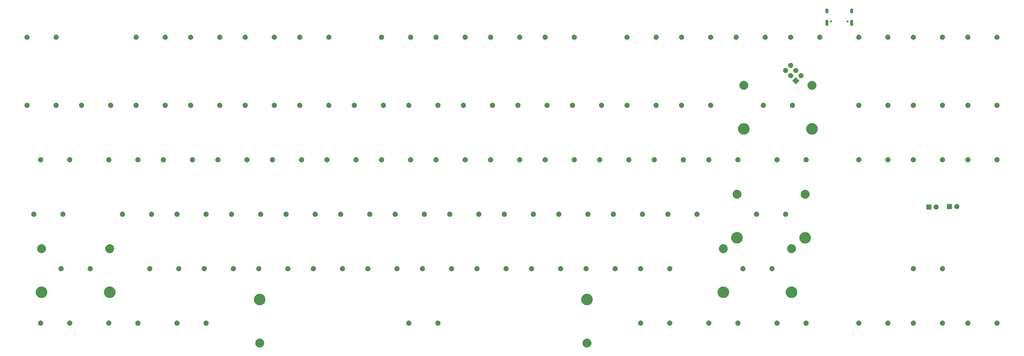
<source format=gbr>
%TF.GenerationSoftware,KiCad,Pcbnew,7.0.6*%
%TF.CreationDate,2024-01-18T22:37:55+01:00*%
%TF.ProjectId,Arius8X-HE,41726975-7338-4582-9d48-452e6b696361,rev?*%
%TF.SameCoordinates,Original*%
%TF.FileFunction,Soldermask,Top*%
%TF.FilePolarity,Negative*%
%FSLAX46Y46*%
G04 Gerber Fmt 4.6, Leading zero omitted, Abs format (unit mm)*
G04 Created by KiCad (PCBNEW 7.0.6) date 2024-01-18 22:37:55*
%MOMM*%
%LPD*%
G01*
G04 APERTURE LIST*
G04 APERTURE END LIST*
G36*
X128524351Y-182454731D02*
G01*
X128762685Y-182511950D01*
X128989133Y-182605748D01*
X129198121Y-182733815D01*
X129384501Y-182892999D01*
X129543685Y-183079379D01*
X129671752Y-183288367D01*
X129765550Y-183514815D01*
X129822769Y-183753149D01*
X129842000Y-183997500D01*
X129822769Y-184241851D01*
X129765550Y-184480185D01*
X129671752Y-184706633D01*
X129543685Y-184915621D01*
X129384501Y-185102001D01*
X129198121Y-185261185D01*
X128989133Y-185389252D01*
X128762685Y-185483050D01*
X128524351Y-185540269D01*
X128280000Y-185559500D01*
X128035649Y-185540269D01*
X127797315Y-185483050D01*
X127570867Y-185389252D01*
X127361879Y-185261185D01*
X127175499Y-185102001D01*
X127016315Y-184915621D01*
X126888248Y-184706633D01*
X126794450Y-184480185D01*
X126737231Y-184241851D01*
X126718000Y-183997500D01*
X126737231Y-183753149D01*
X126794450Y-183514815D01*
X126888248Y-183288367D01*
X127016315Y-183079379D01*
X127175499Y-182892999D01*
X127361879Y-182733815D01*
X127570867Y-182605748D01*
X127797315Y-182511950D01*
X128035649Y-182454731D01*
X128280000Y-182435500D01*
X128524351Y-182454731D01*
G37*
G36*
X242824351Y-182454731D02*
G01*
X243062685Y-182511950D01*
X243289133Y-182605748D01*
X243498121Y-182733815D01*
X243684501Y-182892999D01*
X243843685Y-183079379D01*
X243971752Y-183288367D01*
X244065550Y-183514815D01*
X244122769Y-183753149D01*
X244142000Y-183997500D01*
X244122769Y-184241851D01*
X244065550Y-184480185D01*
X243971752Y-184706633D01*
X243843685Y-184915621D01*
X243684501Y-185102001D01*
X243498121Y-185261185D01*
X243289133Y-185389252D01*
X243062685Y-185483050D01*
X242824351Y-185540269D01*
X242580000Y-185559500D01*
X242335649Y-185540269D01*
X242097315Y-185483050D01*
X241870867Y-185389252D01*
X241661879Y-185261185D01*
X241475499Y-185102001D01*
X241316315Y-184915621D01*
X241188248Y-184706633D01*
X241094450Y-184480185D01*
X241037231Y-184241851D01*
X241018000Y-183997500D01*
X241037231Y-183753149D01*
X241094450Y-183514815D01*
X241188248Y-183288367D01*
X241316315Y-183079379D01*
X241475499Y-182892999D01*
X241661879Y-182733815D01*
X241870867Y-182605748D01*
X242097315Y-182511950D01*
X242335649Y-182454731D01*
X242580000Y-182435500D01*
X242824351Y-182454731D01*
G37*
G36*
X51810837Y-176104502D02*
G01*
X51857934Y-176104502D01*
X51898605Y-176113146D01*
X51940569Y-176117280D01*
X51993285Y-176133271D01*
X52044633Y-176144185D01*
X52077487Y-176158812D01*
X52111799Y-176169221D01*
X52166327Y-176198367D01*
X52219000Y-176221819D01*
X52243491Y-176239612D01*
X52269599Y-176253568D01*
X52322859Y-176297277D01*
X52373416Y-176334009D01*
X52389830Y-176352238D01*
X52407917Y-176367082D01*
X52456514Y-176426298D01*
X52501133Y-176475852D01*
X52510508Y-176492090D01*
X52521431Y-176505400D01*
X52561847Y-176581012D01*
X52596567Y-176641149D01*
X52600559Y-176653437D01*
X52605778Y-176663200D01*
X52634541Y-176758023D01*
X52655549Y-176822677D01*
X52656288Y-176829714D01*
X52657719Y-176834430D01*
X52671652Y-176975890D01*
X52675500Y-177012500D01*
X52671649Y-177049136D01*
X52657719Y-177190569D01*
X52656288Y-177195283D01*
X52655549Y-177202323D01*
X52634537Y-177266990D01*
X52605778Y-177361799D01*
X52600560Y-177371559D01*
X52596567Y-177383851D01*
X52561840Y-177444000D01*
X52521431Y-177519599D01*
X52510510Y-177532905D01*
X52501133Y-177549148D01*
X52456504Y-177598712D01*
X52407917Y-177657917D01*
X52389833Y-177672757D01*
X52373416Y-177690991D01*
X52322848Y-177727730D01*
X52269599Y-177771431D01*
X52243496Y-177785383D01*
X52219000Y-177803181D01*
X52166315Y-177826637D01*
X52111799Y-177855778D01*
X52077494Y-177866183D01*
X52044633Y-177880815D01*
X51993274Y-177891731D01*
X51940569Y-177907719D01*
X51898614Y-177911851D01*
X51857934Y-177920498D01*
X51810827Y-177920498D01*
X51762500Y-177925258D01*
X51714173Y-177920498D01*
X51667066Y-177920498D01*
X51626386Y-177911851D01*
X51584430Y-177907719D01*
X51531722Y-177891730D01*
X51480367Y-177880815D01*
X51447507Y-177866184D01*
X51413200Y-177855778D01*
X51358678Y-177826635D01*
X51306000Y-177803181D01*
X51281506Y-177785385D01*
X51255400Y-177771431D01*
X51202142Y-177727724D01*
X51151584Y-177690991D01*
X51135169Y-177672760D01*
X51117082Y-177657917D01*
X51068483Y-177598699D01*
X51023867Y-177549148D01*
X51014492Y-177532910D01*
X51003568Y-177519599D01*
X50963146Y-177443976D01*
X50928433Y-177383851D01*
X50924440Y-177371564D01*
X50919221Y-177361799D01*
X50890447Y-177266944D01*
X50869451Y-177202323D01*
X50868711Y-177195288D01*
X50867280Y-177190569D01*
X50853333Y-177048972D01*
X50849500Y-177012500D01*
X50853333Y-176976030D01*
X50867280Y-176834430D01*
X50868711Y-176829709D01*
X50869451Y-176822677D01*
X50890443Y-176758069D01*
X50919221Y-176663200D01*
X50924441Y-176653432D01*
X50928433Y-176641149D01*
X50963139Y-176581035D01*
X51003568Y-176505400D01*
X51014494Y-176492086D01*
X51023867Y-176475852D01*
X51068474Y-176426310D01*
X51117082Y-176367082D01*
X51135172Y-176352235D01*
X51151584Y-176334009D01*
X51202132Y-176297283D01*
X51255400Y-176253568D01*
X51281511Y-176239610D01*
X51306000Y-176221819D01*
X51358666Y-176198369D01*
X51413200Y-176169221D01*
X51447514Y-176158812D01*
X51480367Y-176144185D01*
X51531711Y-176133271D01*
X51584430Y-176117280D01*
X51626394Y-176113146D01*
X51667066Y-176104502D01*
X51714163Y-176104502D01*
X51762500Y-176099741D01*
X51810837Y-176104502D01*
G37*
G36*
X61970837Y-176104502D02*
G01*
X62017934Y-176104502D01*
X62058605Y-176113146D01*
X62100569Y-176117280D01*
X62153285Y-176133271D01*
X62204633Y-176144185D01*
X62237487Y-176158812D01*
X62271799Y-176169221D01*
X62326327Y-176198367D01*
X62379000Y-176221819D01*
X62403491Y-176239612D01*
X62429599Y-176253568D01*
X62482859Y-176297277D01*
X62533416Y-176334009D01*
X62549830Y-176352238D01*
X62567917Y-176367082D01*
X62616514Y-176426298D01*
X62661133Y-176475852D01*
X62670508Y-176492090D01*
X62681431Y-176505400D01*
X62721847Y-176581012D01*
X62756567Y-176641149D01*
X62760559Y-176653437D01*
X62765778Y-176663200D01*
X62794541Y-176758023D01*
X62815549Y-176822677D01*
X62816288Y-176829714D01*
X62817719Y-176834430D01*
X62831652Y-176975890D01*
X62835500Y-177012500D01*
X62831649Y-177049136D01*
X62817719Y-177190569D01*
X62816288Y-177195283D01*
X62815549Y-177202323D01*
X62794537Y-177266990D01*
X62765778Y-177361799D01*
X62760560Y-177371559D01*
X62756567Y-177383851D01*
X62721840Y-177444000D01*
X62681431Y-177519599D01*
X62670510Y-177532905D01*
X62661133Y-177549148D01*
X62616504Y-177598712D01*
X62567917Y-177657917D01*
X62549833Y-177672757D01*
X62533416Y-177690991D01*
X62482848Y-177727730D01*
X62429599Y-177771431D01*
X62403496Y-177785383D01*
X62379000Y-177803181D01*
X62326315Y-177826637D01*
X62271799Y-177855778D01*
X62237494Y-177866183D01*
X62204633Y-177880815D01*
X62153274Y-177891731D01*
X62100569Y-177907719D01*
X62058614Y-177911851D01*
X62017934Y-177920498D01*
X61970827Y-177920498D01*
X61922500Y-177925258D01*
X61874173Y-177920498D01*
X61827066Y-177920498D01*
X61786386Y-177911851D01*
X61744430Y-177907719D01*
X61691722Y-177891730D01*
X61640367Y-177880815D01*
X61607507Y-177866184D01*
X61573200Y-177855778D01*
X61518678Y-177826635D01*
X61466000Y-177803181D01*
X61441506Y-177785385D01*
X61415400Y-177771431D01*
X61362142Y-177727724D01*
X61311584Y-177690991D01*
X61295169Y-177672760D01*
X61277082Y-177657917D01*
X61228483Y-177598699D01*
X61183867Y-177549148D01*
X61174492Y-177532910D01*
X61163568Y-177519599D01*
X61123146Y-177443976D01*
X61088433Y-177383851D01*
X61084440Y-177371564D01*
X61079221Y-177361799D01*
X61050447Y-177266944D01*
X61029451Y-177202323D01*
X61028711Y-177195288D01*
X61027280Y-177190569D01*
X61013333Y-177048972D01*
X61009500Y-177012500D01*
X61013333Y-176976030D01*
X61027280Y-176834430D01*
X61028711Y-176829709D01*
X61029451Y-176822677D01*
X61050443Y-176758069D01*
X61079221Y-176663200D01*
X61084441Y-176653432D01*
X61088433Y-176641149D01*
X61123139Y-176581035D01*
X61163568Y-176505400D01*
X61174494Y-176492086D01*
X61183867Y-176475852D01*
X61228474Y-176426310D01*
X61277082Y-176367082D01*
X61295172Y-176352235D01*
X61311584Y-176334009D01*
X61362132Y-176297283D01*
X61415400Y-176253568D01*
X61441511Y-176239610D01*
X61466000Y-176221819D01*
X61518666Y-176198369D01*
X61573200Y-176169221D01*
X61607514Y-176158812D01*
X61640367Y-176144185D01*
X61691711Y-176133271D01*
X61744430Y-176117280D01*
X61786394Y-176113146D01*
X61827066Y-176104502D01*
X61874163Y-176104502D01*
X61922500Y-176099741D01*
X61970837Y-176104502D01*
G37*
G36*
X75623337Y-176104502D02*
G01*
X75670434Y-176104502D01*
X75711105Y-176113146D01*
X75753069Y-176117280D01*
X75805785Y-176133271D01*
X75857133Y-176144185D01*
X75889987Y-176158812D01*
X75924299Y-176169221D01*
X75978827Y-176198367D01*
X76031500Y-176221819D01*
X76055991Y-176239612D01*
X76082099Y-176253568D01*
X76135359Y-176297277D01*
X76185916Y-176334009D01*
X76202330Y-176352238D01*
X76220417Y-176367082D01*
X76269014Y-176426298D01*
X76313633Y-176475852D01*
X76323008Y-176492090D01*
X76333931Y-176505400D01*
X76374347Y-176581012D01*
X76409067Y-176641149D01*
X76413059Y-176653437D01*
X76418278Y-176663200D01*
X76447041Y-176758023D01*
X76468049Y-176822677D01*
X76468788Y-176829714D01*
X76470219Y-176834430D01*
X76484152Y-176975890D01*
X76488000Y-177012500D01*
X76484149Y-177049136D01*
X76470219Y-177190569D01*
X76468788Y-177195283D01*
X76468049Y-177202323D01*
X76447037Y-177266990D01*
X76418278Y-177361799D01*
X76413060Y-177371559D01*
X76409067Y-177383851D01*
X76374340Y-177444000D01*
X76333931Y-177519599D01*
X76323010Y-177532905D01*
X76313633Y-177549148D01*
X76269004Y-177598712D01*
X76220417Y-177657917D01*
X76202333Y-177672757D01*
X76185916Y-177690991D01*
X76135348Y-177727730D01*
X76082099Y-177771431D01*
X76055996Y-177785383D01*
X76031500Y-177803181D01*
X75978815Y-177826637D01*
X75924299Y-177855778D01*
X75889994Y-177866183D01*
X75857133Y-177880815D01*
X75805774Y-177891731D01*
X75753069Y-177907719D01*
X75711114Y-177911851D01*
X75670434Y-177920498D01*
X75623327Y-177920498D01*
X75575000Y-177925258D01*
X75526673Y-177920498D01*
X75479566Y-177920498D01*
X75438886Y-177911851D01*
X75396930Y-177907719D01*
X75344222Y-177891730D01*
X75292867Y-177880815D01*
X75260007Y-177866184D01*
X75225700Y-177855778D01*
X75171178Y-177826635D01*
X75118500Y-177803181D01*
X75094006Y-177785385D01*
X75067900Y-177771431D01*
X75014642Y-177727724D01*
X74964084Y-177690991D01*
X74947669Y-177672760D01*
X74929582Y-177657917D01*
X74880983Y-177598699D01*
X74836367Y-177549148D01*
X74826992Y-177532910D01*
X74816068Y-177519599D01*
X74775646Y-177443976D01*
X74740933Y-177383851D01*
X74736940Y-177371564D01*
X74731721Y-177361799D01*
X74702947Y-177266944D01*
X74681951Y-177202323D01*
X74681211Y-177195288D01*
X74679780Y-177190569D01*
X74665833Y-177048972D01*
X74662000Y-177012500D01*
X74665833Y-176976030D01*
X74679780Y-176834430D01*
X74681211Y-176829709D01*
X74681951Y-176822677D01*
X74702943Y-176758069D01*
X74731721Y-176663200D01*
X74736941Y-176653432D01*
X74740933Y-176641149D01*
X74775639Y-176581035D01*
X74816068Y-176505400D01*
X74826994Y-176492086D01*
X74836367Y-176475852D01*
X74880974Y-176426310D01*
X74929582Y-176367082D01*
X74947672Y-176352235D01*
X74964084Y-176334009D01*
X75014632Y-176297283D01*
X75067900Y-176253568D01*
X75094011Y-176239610D01*
X75118500Y-176221819D01*
X75171166Y-176198369D01*
X75225700Y-176169221D01*
X75260014Y-176158812D01*
X75292867Y-176144185D01*
X75344211Y-176133271D01*
X75396930Y-176117280D01*
X75438894Y-176113146D01*
X75479566Y-176104502D01*
X75526663Y-176104502D01*
X75575000Y-176099741D01*
X75623337Y-176104502D01*
G37*
G36*
X85783337Y-176104502D02*
G01*
X85830434Y-176104502D01*
X85871105Y-176113146D01*
X85913069Y-176117280D01*
X85965785Y-176133271D01*
X86017133Y-176144185D01*
X86049987Y-176158812D01*
X86084299Y-176169221D01*
X86138827Y-176198367D01*
X86191500Y-176221819D01*
X86215991Y-176239612D01*
X86242099Y-176253568D01*
X86295359Y-176297277D01*
X86345916Y-176334009D01*
X86362330Y-176352238D01*
X86380417Y-176367082D01*
X86429014Y-176426298D01*
X86473633Y-176475852D01*
X86483008Y-176492090D01*
X86493931Y-176505400D01*
X86534347Y-176581012D01*
X86569067Y-176641149D01*
X86573059Y-176653437D01*
X86578278Y-176663200D01*
X86607041Y-176758023D01*
X86628049Y-176822677D01*
X86628788Y-176829714D01*
X86630219Y-176834430D01*
X86644150Y-176975878D01*
X86648000Y-177012500D01*
X86644150Y-177049124D01*
X86630219Y-177190569D01*
X86628788Y-177195283D01*
X86628049Y-177202323D01*
X86607037Y-177266990D01*
X86578278Y-177361799D01*
X86573060Y-177371559D01*
X86569067Y-177383851D01*
X86534340Y-177444000D01*
X86493931Y-177519599D01*
X86483010Y-177532905D01*
X86473633Y-177549148D01*
X86429004Y-177598712D01*
X86380417Y-177657917D01*
X86362333Y-177672757D01*
X86345916Y-177690991D01*
X86295348Y-177727730D01*
X86242099Y-177771431D01*
X86215996Y-177785383D01*
X86191500Y-177803181D01*
X86138815Y-177826637D01*
X86084299Y-177855778D01*
X86049994Y-177866183D01*
X86017133Y-177880815D01*
X85965774Y-177891731D01*
X85913069Y-177907719D01*
X85871114Y-177911851D01*
X85830434Y-177920498D01*
X85783327Y-177920498D01*
X85735000Y-177925258D01*
X85686673Y-177920498D01*
X85639566Y-177920498D01*
X85598886Y-177911851D01*
X85556930Y-177907719D01*
X85504222Y-177891730D01*
X85452867Y-177880815D01*
X85420007Y-177866184D01*
X85385700Y-177855778D01*
X85331178Y-177826635D01*
X85278500Y-177803181D01*
X85254006Y-177785385D01*
X85227900Y-177771431D01*
X85174642Y-177727724D01*
X85124084Y-177690991D01*
X85107669Y-177672760D01*
X85089582Y-177657917D01*
X85040983Y-177598699D01*
X84996367Y-177549148D01*
X84986992Y-177532910D01*
X84976068Y-177519599D01*
X84935646Y-177443976D01*
X84900933Y-177383851D01*
X84896940Y-177371564D01*
X84891721Y-177361799D01*
X84862947Y-177266944D01*
X84841951Y-177202323D01*
X84841211Y-177195288D01*
X84839780Y-177190569D01*
X84825833Y-177048972D01*
X84822000Y-177012500D01*
X84825833Y-176976030D01*
X84839780Y-176834430D01*
X84841211Y-176829709D01*
X84841951Y-176822677D01*
X84862943Y-176758069D01*
X84891721Y-176663200D01*
X84896941Y-176653432D01*
X84900933Y-176641149D01*
X84935639Y-176581035D01*
X84976068Y-176505400D01*
X84986994Y-176492086D01*
X84996367Y-176475852D01*
X85040974Y-176426310D01*
X85089582Y-176367082D01*
X85107672Y-176352235D01*
X85124084Y-176334009D01*
X85174632Y-176297283D01*
X85227900Y-176253568D01*
X85254011Y-176239610D01*
X85278500Y-176221819D01*
X85331166Y-176198369D01*
X85385700Y-176169221D01*
X85420014Y-176158812D01*
X85452867Y-176144185D01*
X85504211Y-176133271D01*
X85556930Y-176117280D01*
X85598894Y-176113146D01*
X85639566Y-176104502D01*
X85686663Y-176104502D01*
X85735000Y-176099741D01*
X85783337Y-176104502D01*
G37*
G36*
X99435837Y-176104502D02*
G01*
X99482934Y-176104502D01*
X99523605Y-176113146D01*
X99565569Y-176117280D01*
X99618285Y-176133271D01*
X99669633Y-176144185D01*
X99702487Y-176158812D01*
X99736799Y-176169221D01*
X99791327Y-176198367D01*
X99844000Y-176221819D01*
X99868491Y-176239612D01*
X99894599Y-176253568D01*
X99947859Y-176297277D01*
X99998416Y-176334009D01*
X100014830Y-176352238D01*
X100032917Y-176367082D01*
X100081514Y-176426298D01*
X100126133Y-176475852D01*
X100135508Y-176492090D01*
X100146431Y-176505400D01*
X100186847Y-176581012D01*
X100221567Y-176641149D01*
X100225559Y-176653437D01*
X100230778Y-176663200D01*
X100259541Y-176758023D01*
X100280549Y-176822677D01*
X100281288Y-176829714D01*
X100282719Y-176834430D01*
X100296650Y-176975878D01*
X100300500Y-177012500D01*
X100296650Y-177049124D01*
X100282719Y-177190569D01*
X100281288Y-177195283D01*
X100280549Y-177202323D01*
X100259537Y-177266990D01*
X100230778Y-177361799D01*
X100225560Y-177371559D01*
X100221567Y-177383851D01*
X100186840Y-177444000D01*
X100146431Y-177519599D01*
X100135510Y-177532905D01*
X100126133Y-177549148D01*
X100081504Y-177598712D01*
X100032917Y-177657917D01*
X100014833Y-177672757D01*
X99998416Y-177690991D01*
X99947848Y-177727730D01*
X99894599Y-177771431D01*
X99868496Y-177785383D01*
X99844000Y-177803181D01*
X99791315Y-177826637D01*
X99736799Y-177855778D01*
X99702494Y-177866183D01*
X99669633Y-177880815D01*
X99618274Y-177891731D01*
X99565569Y-177907719D01*
X99523614Y-177911851D01*
X99482934Y-177920498D01*
X99435827Y-177920498D01*
X99387500Y-177925258D01*
X99339173Y-177920498D01*
X99292066Y-177920498D01*
X99251386Y-177911851D01*
X99209430Y-177907719D01*
X99156722Y-177891730D01*
X99105367Y-177880815D01*
X99072507Y-177866184D01*
X99038200Y-177855778D01*
X98983678Y-177826635D01*
X98931000Y-177803181D01*
X98906506Y-177785385D01*
X98880400Y-177771431D01*
X98827142Y-177727724D01*
X98776584Y-177690991D01*
X98760169Y-177672760D01*
X98742082Y-177657917D01*
X98693483Y-177598699D01*
X98648867Y-177549148D01*
X98639492Y-177532910D01*
X98628568Y-177519599D01*
X98588146Y-177443976D01*
X98553433Y-177383851D01*
X98549440Y-177371564D01*
X98544221Y-177361799D01*
X98515447Y-177266944D01*
X98494451Y-177202323D01*
X98493711Y-177195288D01*
X98492280Y-177190569D01*
X98478333Y-177048972D01*
X98474500Y-177012500D01*
X98478333Y-176976030D01*
X98492280Y-176834430D01*
X98493711Y-176829709D01*
X98494451Y-176822677D01*
X98515443Y-176758069D01*
X98544221Y-176663200D01*
X98549441Y-176653432D01*
X98553433Y-176641149D01*
X98588139Y-176581035D01*
X98628568Y-176505400D01*
X98639494Y-176492086D01*
X98648867Y-176475852D01*
X98693474Y-176426310D01*
X98742082Y-176367082D01*
X98760172Y-176352235D01*
X98776584Y-176334009D01*
X98827132Y-176297283D01*
X98880400Y-176253568D01*
X98906511Y-176239610D01*
X98931000Y-176221819D01*
X98983666Y-176198369D01*
X99038200Y-176169221D01*
X99072514Y-176158812D01*
X99105367Y-176144185D01*
X99156711Y-176133271D01*
X99209430Y-176117280D01*
X99251394Y-176113146D01*
X99292066Y-176104502D01*
X99339163Y-176104502D01*
X99387500Y-176099741D01*
X99435837Y-176104502D01*
G37*
G36*
X109595837Y-176104502D02*
G01*
X109642934Y-176104502D01*
X109683605Y-176113146D01*
X109725569Y-176117280D01*
X109778285Y-176133271D01*
X109829633Y-176144185D01*
X109862487Y-176158812D01*
X109896799Y-176169221D01*
X109951327Y-176198367D01*
X110004000Y-176221819D01*
X110028491Y-176239612D01*
X110054599Y-176253568D01*
X110107859Y-176297277D01*
X110158416Y-176334009D01*
X110174830Y-176352238D01*
X110192917Y-176367082D01*
X110241514Y-176426298D01*
X110286133Y-176475852D01*
X110295508Y-176492090D01*
X110306431Y-176505400D01*
X110346847Y-176581012D01*
X110381567Y-176641149D01*
X110385559Y-176653437D01*
X110390778Y-176663200D01*
X110419541Y-176758023D01*
X110440549Y-176822677D01*
X110441288Y-176829714D01*
X110442719Y-176834430D01*
X110456650Y-176975878D01*
X110460500Y-177012500D01*
X110456650Y-177049124D01*
X110442719Y-177190569D01*
X110441288Y-177195283D01*
X110440549Y-177202323D01*
X110419537Y-177266990D01*
X110390778Y-177361799D01*
X110385560Y-177371559D01*
X110381567Y-177383851D01*
X110346840Y-177444000D01*
X110306431Y-177519599D01*
X110295510Y-177532905D01*
X110286133Y-177549148D01*
X110241504Y-177598712D01*
X110192917Y-177657917D01*
X110174833Y-177672757D01*
X110158416Y-177690991D01*
X110107848Y-177727730D01*
X110054599Y-177771431D01*
X110028496Y-177785383D01*
X110004000Y-177803181D01*
X109951315Y-177826637D01*
X109896799Y-177855778D01*
X109862494Y-177866183D01*
X109829633Y-177880815D01*
X109778274Y-177891731D01*
X109725569Y-177907719D01*
X109683614Y-177911851D01*
X109642934Y-177920498D01*
X109595827Y-177920498D01*
X109547500Y-177925258D01*
X109499173Y-177920498D01*
X109452066Y-177920498D01*
X109411386Y-177911851D01*
X109369430Y-177907719D01*
X109316722Y-177891730D01*
X109265367Y-177880815D01*
X109232507Y-177866184D01*
X109198200Y-177855778D01*
X109143678Y-177826635D01*
X109091000Y-177803181D01*
X109066506Y-177785385D01*
X109040400Y-177771431D01*
X108987142Y-177727724D01*
X108936584Y-177690991D01*
X108920169Y-177672760D01*
X108902082Y-177657917D01*
X108853483Y-177598699D01*
X108808867Y-177549148D01*
X108799492Y-177532910D01*
X108788568Y-177519599D01*
X108748146Y-177443976D01*
X108713433Y-177383851D01*
X108709440Y-177371564D01*
X108704221Y-177361799D01*
X108675447Y-177266944D01*
X108654451Y-177202323D01*
X108653711Y-177195288D01*
X108652280Y-177190569D01*
X108638333Y-177048972D01*
X108634500Y-177012500D01*
X108638333Y-176976030D01*
X108652280Y-176834430D01*
X108653711Y-176829709D01*
X108654451Y-176822677D01*
X108675443Y-176758069D01*
X108704221Y-176663200D01*
X108709441Y-176653432D01*
X108713433Y-176641149D01*
X108748139Y-176581035D01*
X108788568Y-176505400D01*
X108799494Y-176492086D01*
X108808867Y-176475852D01*
X108853474Y-176426310D01*
X108902082Y-176367082D01*
X108920172Y-176352235D01*
X108936584Y-176334009D01*
X108987132Y-176297283D01*
X109040400Y-176253568D01*
X109066511Y-176239610D01*
X109091000Y-176221819D01*
X109143666Y-176198369D01*
X109198200Y-176169221D01*
X109232514Y-176158812D01*
X109265367Y-176144185D01*
X109316711Y-176133271D01*
X109369430Y-176117280D01*
X109411394Y-176113146D01*
X109452066Y-176104502D01*
X109499163Y-176104502D01*
X109547500Y-176099741D01*
X109595837Y-176104502D01*
G37*
G36*
X180398337Y-176104502D02*
G01*
X180445434Y-176104502D01*
X180486105Y-176113146D01*
X180528069Y-176117280D01*
X180580785Y-176133271D01*
X180632133Y-176144185D01*
X180664987Y-176158812D01*
X180699299Y-176169221D01*
X180753827Y-176198367D01*
X180806500Y-176221819D01*
X180830991Y-176239612D01*
X180857099Y-176253568D01*
X180910359Y-176297277D01*
X180960916Y-176334009D01*
X180977330Y-176352238D01*
X180995417Y-176367082D01*
X181044014Y-176426298D01*
X181088633Y-176475852D01*
X181098008Y-176492090D01*
X181108931Y-176505400D01*
X181149347Y-176581012D01*
X181184067Y-176641149D01*
X181188059Y-176653437D01*
X181193278Y-176663200D01*
X181222041Y-176758023D01*
X181243049Y-176822677D01*
X181243788Y-176829714D01*
X181245219Y-176834430D01*
X181259150Y-176975878D01*
X181263000Y-177012500D01*
X181259150Y-177049124D01*
X181245219Y-177190569D01*
X181243788Y-177195283D01*
X181243049Y-177202323D01*
X181222037Y-177266990D01*
X181193278Y-177361799D01*
X181188060Y-177371559D01*
X181184067Y-177383851D01*
X181149340Y-177444000D01*
X181108931Y-177519599D01*
X181098010Y-177532905D01*
X181088633Y-177549148D01*
X181044004Y-177598712D01*
X180995417Y-177657917D01*
X180977333Y-177672757D01*
X180960916Y-177690991D01*
X180910348Y-177727730D01*
X180857099Y-177771431D01*
X180830996Y-177785383D01*
X180806500Y-177803181D01*
X180753815Y-177826637D01*
X180699299Y-177855778D01*
X180664994Y-177866183D01*
X180632133Y-177880815D01*
X180580774Y-177891731D01*
X180528069Y-177907719D01*
X180486114Y-177911851D01*
X180445434Y-177920498D01*
X180398327Y-177920498D01*
X180350000Y-177925258D01*
X180301673Y-177920498D01*
X180254566Y-177920498D01*
X180213886Y-177911851D01*
X180171930Y-177907719D01*
X180119222Y-177891730D01*
X180067867Y-177880815D01*
X180035007Y-177866184D01*
X180000700Y-177855778D01*
X179946178Y-177826635D01*
X179893500Y-177803181D01*
X179869006Y-177785385D01*
X179842900Y-177771431D01*
X179789642Y-177727724D01*
X179739084Y-177690991D01*
X179722669Y-177672760D01*
X179704582Y-177657917D01*
X179655983Y-177598699D01*
X179611367Y-177549148D01*
X179601992Y-177532910D01*
X179591068Y-177519599D01*
X179550646Y-177443976D01*
X179515933Y-177383851D01*
X179511940Y-177371564D01*
X179506721Y-177361799D01*
X179477947Y-177266944D01*
X179456951Y-177202323D01*
X179456211Y-177195288D01*
X179454780Y-177190569D01*
X179440833Y-177048972D01*
X179437000Y-177012500D01*
X179440833Y-176976030D01*
X179454780Y-176834430D01*
X179456211Y-176829709D01*
X179456951Y-176822677D01*
X179477943Y-176758069D01*
X179506721Y-176663200D01*
X179511941Y-176653432D01*
X179515933Y-176641149D01*
X179550639Y-176581035D01*
X179591068Y-176505400D01*
X179601994Y-176492086D01*
X179611367Y-176475852D01*
X179655974Y-176426310D01*
X179704582Y-176367082D01*
X179722672Y-176352235D01*
X179739084Y-176334009D01*
X179789632Y-176297283D01*
X179842900Y-176253568D01*
X179869011Y-176239610D01*
X179893500Y-176221819D01*
X179946166Y-176198369D01*
X180000700Y-176169221D01*
X180035014Y-176158812D01*
X180067867Y-176144185D01*
X180119211Y-176133271D01*
X180171930Y-176117280D01*
X180213894Y-176113146D01*
X180254566Y-176104502D01*
X180301663Y-176104502D01*
X180350000Y-176099741D01*
X180398337Y-176104502D01*
G37*
G36*
X190558337Y-176104502D02*
G01*
X190605434Y-176104502D01*
X190646105Y-176113146D01*
X190688069Y-176117280D01*
X190740785Y-176133271D01*
X190792133Y-176144185D01*
X190824987Y-176158812D01*
X190859299Y-176169221D01*
X190913827Y-176198367D01*
X190966500Y-176221819D01*
X190990991Y-176239612D01*
X191017099Y-176253568D01*
X191070359Y-176297277D01*
X191120916Y-176334009D01*
X191137330Y-176352238D01*
X191155417Y-176367082D01*
X191204014Y-176426298D01*
X191248633Y-176475852D01*
X191258008Y-176492090D01*
X191268931Y-176505400D01*
X191309347Y-176581012D01*
X191344067Y-176641149D01*
X191348059Y-176653437D01*
X191353278Y-176663200D01*
X191382041Y-176758023D01*
X191403049Y-176822677D01*
X191403788Y-176829714D01*
X191405219Y-176834430D01*
X191419150Y-176975878D01*
X191423000Y-177012500D01*
X191419150Y-177049124D01*
X191405219Y-177190569D01*
X191403788Y-177195283D01*
X191403049Y-177202323D01*
X191382037Y-177266990D01*
X191353278Y-177361799D01*
X191348060Y-177371559D01*
X191344067Y-177383851D01*
X191309340Y-177444000D01*
X191268931Y-177519599D01*
X191258010Y-177532905D01*
X191248633Y-177549148D01*
X191204004Y-177598712D01*
X191155417Y-177657917D01*
X191137333Y-177672757D01*
X191120916Y-177690991D01*
X191070348Y-177727730D01*
X191017099Y-177771431D01*
X190990996Y-177785383D01*
X190966500Y-177803181D01*
X190913815Y-177826637D01*
X190859299Y-177855778D01*
X190824994Y-177866183D01*
X190792133Y-177880815D01*
X190740774Y-177891731D01*
X190688069Y-177907719D01*
X190646114Y-177911851D01*
X190605434Y-177920498D01*
X190558327Y-177920498D01*
X190510000Y-177925258D01*
X190461673Y-177920498D01*
X190414566Y-177920498D01*
X190373886Y-177911851D01*
X190331930Y-177907719D01*
X190279222Y-177891730D01*
X190227867Y-177880815D01*
X190195007Y-177866184D01*
X190160700Y-177855778D01*
X190106178Y-177826635D01*
X190053500Y-177803181D01*
X190029006Y-177785385D01*
X190002900Y-177771431D01*
X189949642Y-177727724D01*
X189899084Y-177690991D01*
X189882669Y-177672760D01*
X189864582Y-177657917D01*
X189815983Y-177598699D01*
X189771367Y-177549148D01*
X189761992Y-177532910D01*
X189751068Y-177519599D01*
X189710646Y-177443976D01*
X189675933Y-177383851D01*
X189671940Y-177371564D01*
X189666721Y-177361799D01*
X189637947Y-177266944D01*
X189616951Y-177202323D01*
X189616211Y-177195288D01*
X189614780Y-177190569D01*
X189600833Y-177048972D01*
X189597000Y-177012500D01*
X189600833Y-176976030D01*
X189614780Y-176834430D01*
X189616211Y-176829709D01*
X189616951Y-176822677D01*
X189637943Y-176758069D01*
X189666721Y-176663200D01*
X189671941Y-176653432D01*
X189675933Y-176641149D01*
X189710639Y-176581035D01*
X189751068Y-176505400D01*
X189761994Y-176492086D01*
X189771367Y-176475852D01*
X189815974Y-176426310D01*
X189864582Y-176367082D01*
X189882672Y-176352235D01*
X189899084Y-176334009D01*
X189949632Y-176297283D01*
X190002900Y-176253568D01*
X190029011Y-176239610D01*
X190053500Y-176221819D01*
X190106166Y-176198369D01*
X190160700Y-176169221D01*
X190195014Y-176158812D01*
X190227867Y-176144185D01*
X190279211Y-176133271D01*
X190331930Y-176117280D01*
X190373894Y-176113146D01*
X190414566Y-176104502D01*
X190461663Y-176104502D01*
X190510000Y-176099741D01*
X190558337Y-176104502D01*
G37*
G36*
X261360837Y-176104502D02*
G01*
X261407934Y-176104502D01*
X261448605Y-176113146D01*
X261490569Y-176117280D01*
X261543285Y-176133271D01*
X261594633Y-176144185D01*
X261627487Y-176158812D01*
X261661799Y-176169221D01*
X261716327Y-176198367D01*
X261769000Y-176221819D01*
X261793491Y-176239612D01*
X261819599Y-176253568D01*
X261872859Y-176297277D01*
X261923416Y-176334009D01*
X261939830Y-176352238D01*
X261957917Y-176367082D01*
X262006514Y-176426298D01*
X262051133Y-176475852D01*
X262060508Y-176492090D01*
X262071431Y-176505400D01*
X262111847Y-176581012D01*
X262146567Y-176641149D01*
X262150559Y-176653437D01*
X262155778Y-176663200D01*
X262184541Y-176758023D01*
X262205549Y-176822677D01*
X262206288Y-176829714D01*
X262207719Y-176834430D01*
X262221650Y-176975878D01*
X262225500Y-177012500D01*
X262221650Y-177049124D01*
X262207719Y-177190569D01*
X262206288Y-177195283D01*
X262205549Y-177202323D01*
X262184537Y-177266990D01*
X262155778Y-177361799D01*
X262150560Y-177371559D01*
X262146567Y-177383851D01*
X262111840Y-177444000D01*
X262071431Y-177519599D01*
X262060510Y-177532905D01*
X262051133Y-177549148D01*
X262006504Y-177598712D01*
X261957917Y-177657917D01*
X261939833Y-177672757D01*
X261923416Y-177690991D01*
X261872848Y-177727730D01*
X261819599Y-177771431D01*
X261793496Y-177785383D01*
X261769000Y-177803181D01*
X261716315Y-177826637D01*
X261661799Y-177855778D01*
X261627494Y-177866183D01*
X261594633Y-177880815D01*
X261543274Y-177891731D01*
X261490569Y-177907719D01*
X261448614Y-177911851D01*
X261407934Y-177920498D01*
X261360827Y-177920498D01*
X261312500Y-177925258D01*
X261264173Y-177920498D01*
X261217066Y-177920498D01*
X261176386Y-177911851D01*
X261134430Y-177907719D01*
X261081722Y-177891730D01*
X261030367Y-177880815D01*
X260997507Y-177866184D01*
X260963200Y-177855778D01*
X260908678Y-177826635D01*
X260856000Y-177803181D01*
X260831506Y-177785385D01*
X260805400Y-177771431D01*
X260752142Y-177727724D01*
X260701584Y-177690991D01*
X260685169Y-177672760D01*
X260667082Y-177657917D01*
X260618483Y-177598699D01*
X260573867Y-177549148D01*
X260564492Y-177532910D01*
X260553568Y-177519599D01*
X260513146Y-177443976D01*
X260478433Y-177383851D01*
X260474440Y-177371564D01*
X260469221Y-177361799D01*
X260440447Y-177266944D01*
X260419451Y-177202323D01*
X260418711Y-177195288D01*
X260417280Y-177190569D01*
X260403334Y-177048984D01*
X260399500Y-177012500D01*
X260403331Y-176976042D01*
X260417280Y-176834430D01*
X260418711Y-176829709D01*
X260419451Y-176822677D01*
X260440443Y-176758069D01*
X260469221Y-176663200D01*
X260474441Y-176653432D01*
X260478433Y-176641149D01*
X260513139Y-176581035D01*
X260553568Y-176505400D01*
X260564494Y-176492086D01*
X260573867Y-176475852D01*
X260618474Y-176426310D01*
X260667082Y-176367082D01*
X260685172Y-176352235D01*
X260701584Y-176334009D01*
X260752132Y-176297283D01*
X260805400Y-176253568D01*
X260831511Y-176239610D01*
X260856000Y-176221819D01*
X260908666Y-176198369D01*
X260963200Y-176169221D01*
X260997514Y-176158812D01*
X261030367Y-176144185D01*
X261081711Y-176133271D01*
X261134430Y-176117280D01*
X261176394Y-176113146D01*
X261217066Y-176104502D01*
X261264163Y-176104502D01*
X261312500Y-176099741D01*
X261360837Y-176104502D01*
G37*
G36*
X271520837Y-176104502D02*
G01*
X271567934Y-176104502D01*
X271608605Y-176113146D01*
X271650569Y-176117280D01*
X271703285Y-176133271D01*
X271754633Y-176144185D01*
X271787487Y-176158812D01*
X271821799Y-176169221D01*
X271876327Y-176198367D01*
X271929000Y-176221819D01*
X271953491Y-176239612D01*
X271979599Y-176253568D01*
X272032859Y-176297277D01*
X272083416Y-176334009D01*
X272099830Y-176352238D01*
X272117917Y-176367082D01*
X272166514Y-176426298D01*
X272211133Y-176475852D01*
X272220508Y-176492090D01*
X272231431Y-176505400D01*
X272271847Y-176581012D01*
X272306567Y-176641149D01*
X272310559Y-176653437D01*
X272315778Y-176663200D01*
X272344541Y-176758023D01*
X272365549Y-176822677D01*
X272366288Y-176829714D01*
X272367719Y-176834430D01*
X272381650Y-176975878D01*
X272385500Y-177012500D01*
X272381650Y-177049124D01*
X272367719Y-177190569D01*
X272366288Y-177195283D01*
X272365549Y-177202323D01*
X272344537Y-177266990D01*
X272315778Y-177361799D01*
X272310560Y-177371559D01*
X272306567Y-177383851D01*
X272271840Y-177444000D01*
X272231431Y-177519599D01*
X272220510Y-177532905D01*
X272211133Y-177549148D01*
X272166504Y-177598712D01*
X272117917Y-177657917D01*
X272099833Y-177672757D01*
X272083416Y-177690991D01*
X272032848Y-177727730D01*
X271979599Y-177771431D01*
X271953496Y-177785383D01*
X271929000Y-177803181D01*
X271876315Y-177826637D01*
X271821799Y-177855778D01*
X271787494Y-177866183D01*
X271754633Y-177880815D01*
X271703274Y-177891731D01*
X271650569Y-177907719D01*
X271608614Y-177911851D01*
X271567934Y-177920498D01*
X271520827Y-177920498D01*
X271472500Y-177925258D01*
X271424173Y-177920498D01*
X271377066Y-177920498D01*
X271336386Y-177911851D01*
X271294430Y-177907719D01*
X271241722Y-177891730D01*
X271190367Y-177880815D01*
X271157507Y-177866184D01*
X271123200Y-177855778D01*
X271068678Y-177826635D01*
X271016000Y-177803181D01*
X270991506Y-177785385D01*
X270965400Y-177771431D01*
X270912142Y-177727724D01*
X270861584Y-177690991D01*
X270845169Y-177672760D01*
X270827082Y-177657917D01*
X270778483Y-177598699D01*
X270733867Y-177549148D01*
X270724492Y-177532910D01*
X270713568Y-177519599D01*
X270673146Y-177443976D01*
X270638433Y-177383851D01*
X270634440Y-177371564D01*
X270629221Y-177361799D01*
X270600447Y-177266944D01*
X270579451Y-177202323D01*
X270578711Y-177195288D01*
X270577280Y-177190569D01*
X270563334Y-177048984D01*
X270559500Y-177012500D01*
X270563331Y-176976042D01*
X270577280Y-176834430D01*
X270578711Y-176829709D01*
X270579451Y-176822677D01*
X270600443Y-176758069D01*
X270629221Y-176663200D01*
X270634441Y-176653432D01*
X270638433Y-176641149D01*
X270673139Y-176581035D01*
X270713568Y-176505400D01*
X270724494Y-176492086D01*
X270733867Y-176475852D01*
X270778474Y-176426310D01*
X270827082Y-176367082D01*
X270845172Y-176352235D01*
X270861584Y-176334009D01*
X270912132Y-176297283D01*
X270965400Y-176253568D01*
X270991511Y-176239610D01*
X271016000Y-176221819D01*
X271068666Y-176198369D01*
X271123200Y-176169221D01*
X271157514Y-176158812D01*
X271190367Y-176144185D01*
X271241711Y-176133271D01*
X271294430Y-176117280D01*
X271336394Y-176113146D01*
X271377066Y-176104502D01*
X271424163Y-176104502D01*
X271472500Y-176099741D01*
X271520837Y-176104502D01*
G37*
G36*
X285173337Y-176104502D02*
G01*
X285220434Y-176104502D01*
X285261105Y-176113146D01*
X285303069Y-176117280D01*
X285355785Y-176133271D01*
X285407133Y-176144185D01*
X285439987Y-176158812D01*
X285474299Y-176169221D01*
X285528827Y-176198367D01*
X285581500Y-176221819D01*
X285605991Y-176239612D01*
X285632099Y-176253568D01*
X285685359Y-176297277D01*
X285735916Y-176334009D01*
X285752330Y-176352238D01*
X285770417Y-176367082D01*
X285819014Y-176426298D01*
X285863633Y-176475852D01*
X285873008Y-176492090D01*
X285883931Y-176505400D01*
X285924347Y-176581012D01*
X285959067Y-176641149D01*
X285963059Y-176653437D01*
X285968278Y-176663200D01*
X285997041Y-176758023D01*
X286018049Y-176822677D01*
X286018788Y-176829714D01*
X286020219Y-176834430D01*
X286034150Y-176975878D01*
X286038000Y-177012500D01*
X286034150Y-177049124D01*
X286020219Y-177190569D01*
X286018788Y-177195283D01*
X286018049Y-177202323D01*
X285997037Y-177266990D01*
X285968278Y-177361799D01*
X285963060Y-177371559D01*
X285959067Y-177383851D01*
X285924340Y-177444000D01*
X285883931Y-177519599D01*
X285873010Y-177532905D01*
X285863633Y-177549148D01*
X285819004Y-177598712D01*
X285770417Y-177657917D01*
X285752333Y-177672757D01*
X285735916Y-177690991D01*
X285685348Y-177727730D01*
X285632099Y-177771431D01*
X285605996Y-177785383D01*
X285581500Y-177803181D01*
X285528815Y-177826637D01*
X285474299Y-177855778D01*
X285439994Y-177866183D01*
X285407133Y-177880815D01*
X285355774Y-177891731D01*
X285303069Y-177907719D01*
X285261114Y-177911851D01*
X285220434Y-177920498D01*
X285173327Y-177920498D01*
X285125000Y-177925258D01*
X285076673Y-177920498D01*
X285029566Y-177920498D01*
X284988886Y-177911851D01*
X284946930Y-177907719D01*
X284894222Y-177891730D01*
X284842867Y-177880815D01*
X284810007Y-177866184D01*
X284775700Y-177855778D01*
X284721178Y-177826635D01*
X284668500Y-177803181D01*
X284644006Y-177785385D01*
X284617900Y-177771431D01*
X284564642Y-177727724D01*
X284514084Y-177690991D01*
X284497669Y-177672760D01*
X284479582Y-177657917D01*
X284430983Y-177598699D01*
X284386367Y-177549148D01*
X284376992Y-177532910D01*
X284366068Y-177519599D01*
X284325646Y-177443976D01*
X284290933Y-177383851D01*
X284286940Y-177371564D01*
X284281721Y-177361799D01*
X284252947Y-177266944D01*
X284231951Y-177202323D01*
X284231211Y-177195288D01*
X284229780Y-177190569D01*
X284215833Y-177048972D01*
X284212000Y-177012500D01*
X284215833Y-176976030D01*
X284229780Y-176834430D01*
X284231211Y-176829709D01*
X284231951Y-176822677D01*
X284252943Y-176758069D01*
X284281721Y-176663200D01*
X284286941Y-176653432D01*
X284290933Y-176641149D01*
X284325639Y-176581035D01*
X284366068Y-176505400D01*
X284376994Y-176492086D01*
X284386367Y-176475852D01*
X284430974Y-176426310D01*
X284479582Y-176367082D01*
X284497672Y-176352235D01*
X284514084Y-176334009D01*
X284564632Y-176297283D01*
X284617900Y-176253568D01*
X284644011Y-176239610D01*
X284668500Y-176221819D01*
X284721166Y-176198369D01*
X284775700Y-176169221D01*
X284810014Y-176158812D01*
X284842867Y-176144185D01*
X284894211Y-176133271D01*
X284946930Y-176117280D01*
X284988894Y-176113146D01*
X285029566Y-176104502D01*
X285076663Y-176104502D01*
X285125000Y-176099741D01*
X285173337Y-176104502D01*
G37*
G36*
X295333337Y-176104502D02*
G01*
X295380434Y-176104502D01*
X295421105Y-176113146D01*
X295463069Y-176117280D01*
X295515785Y-176133271D01*
X295567133Y-176144185D01*
X295599987Y-176158812D01*
X295634299Y-176169221D01*
X295688827Y-176198367D01*
X295741500Y-176221819D01*
X295765991Y-176239612D01*
X295792099Y-176253568D01*
X295845359Y-176297277D01*
X295895916Y-176334009D01*
X295912330Y-176352238D01*
X295930417Y-176367082D01*
X295979014Y-176426298D01*
X296023633Y-176475852D01*
X296033008Y-176492090D01*
X296043931Y-176505400D01*
X296084347Y-176581012D01*
X296119067Y-176641149D01*
X296123059Y-176653437D01*
X296128278Y-176663200D01*
X296157041Y-176758023D01*
X296178049Y-176822677D01*
X296178788Y-176829714D01*
X296180219Y-176834430D01*
X296194150Y-176975878D01*
X296198000Y-177012500D01*
X296194150Y-177049124D01*
X296180219Y-177190569D01*
X296178788Y-177195283D01*
X296178049Y-177202323D01*
X296157037Y-177266990D01*
X296128278Y-177361799D01*
X296123060Y-177371559D01*
X296119067Y-177383851D01*
X296084340Y-177444000D01*
X296043931Y-177519599D01*
X296033010Y-177532905D01*
X296023633Y-177549148D01*
X295979004Y-177598712D01*
X295930417Y-177657917D01*
X295912333Y-177672757D01*
X295895916Y-177690991D01*
X295845348Y-177727730D01*
X295792099Y-177771431D01*
X295765996Y-177785383D01*
X295741500Y-177803181D01*
X295688815Y-177826637D01*
X295634299Y-177855778D01*
X295599994Y-177866183D01*
X295567133Y-177880815D01*
X295515774Y-177891731D01*
X295463069Y-177907719D01*
X295421114Y-177911851D01*
X295380434Y-177920498D01*
X295333327Y-177920498D01*
X295285000Y-177925258D01*
X295236673Y-177920498D01*
X295189566Y-177920498D01*
X295148886Y-177911851D01*
X295106930Y-177907719D01*
X295054222Y-177891730D01*
X295002867Y-177880815D01*
X294970007Y-177866184D01*
X294935700Y-177855778D01*
X294881178Y-177826635D01*
X294828500Y-177803181D01*
X294804006Y-177785385D01*
X294777900Y-177771431D01*
X294724642Y-177727724D01*
X294674084Y-177690991D01*
X294657669Y-177672760D01*
X294639582Y-177657917D01*
X294590983Y-177598699D01*
X294546367Y-177549148D01*
X294536992Y-177532910D01*
X294526068Y-177519599D01*
X294485646Y-177443976D01*
X294450933Y-177383851D01*
X294446940Y-177371564D01*
X294441721Y-177361799D01*
X294412947Y-177266944D01*
X294391951Y-177202323D01*
X294391211Y-177195288D01*
X294389780Y-177190569D01*
X294375833Y-177048972D01*
X294372000Y-177012500D01*
X294375833Y-176976030D01*
X294389780Y-176834430D01*
X294391211Y-176829709D01*
X294391951Y-176822677D01*
X294412943Y-176758069D01*
X294441721Y-176663200D01*
X294446941Y-176653432D01*
X294450933Y-176641149D01*
X294485639Y-176581035D01*
X294526068Y-176505400D01*
X294536994Y-176492086D01*
X294546367Y-176475852D01*
X294590974Y-176426310D01*
X294639582Y-176367082D01*
X294657672Y-176352235D01*
X294674084Y-176334009D01*
X294724632Y-176297283D01*
X294777900Y-176253568D01*
X294804011Y-176239610D01*
X294828500Y-176221819D01*
X294881166Y-176198369D01*
X294935700Y-176169221D01*
X294970014Y-176158812D01*
X295002867Y-176144185D01*
X295054211Y-176133271D01*
X295106930Y-176117280D01*
X295148894Y-176113146D01*
X295189566Y-176104502D01*
X295236663Y-176104502D01*
X295285000Y-176099741D01*
X295333337Y-176104502D01*
G37*
G36*
X308985837Y-176104502D02*
G01*
X309032934Y-176104502D01*
X309073605Y-176113146D01*
X309115569Y-176117280D01*
X309168285Y-176133271D01*
X309219633Y-176144185D01*
X309252487Y-176158812D01*
X309286799Y-176169221D01*
X309341327Y-176198367D01*
X309394000Y-176221819D01*
X309418491Y-176239612D01*
X309444599Y-176253568D01*
X309497859Y-176297277D01*
X309548416Y-176334009D01*
X309564830Y-176352238D01*
X309582917Y-176367082D01*
X309631514Y-176426298D01*
X309676133Y-176475852D01*
X309685508Y-176492090D01*
X309696431Y-176505400D01*
X309736847Y-176581012D01*
X309771567Y-176641149D01*
X309775559Y-176653437D01*
X309780778Y-176663200D01*
X309809541Y-176758023D01*
X309830549Y-176822677D01*
X309831288Y-176829714D01*
X309832719Y-176834430D01*
X309846650Y-176975878D01*
X309850500Y-177012500D01*
X309846650Y-177049124D01*
X309832719Y-177190569D01*
X309831288Y-177195283D01*
X309830549Y-177202323D01*
X309809537Y-177266990D01*
X309780778Y-177361799D01*
X309775560Y-177371559D01*
X309771567Y-177383851D01*
X309736840Y-177444000D01*
X309696431Y-177519599D01*
X309685510Y-177532905D01*
X309676133Y-177549148D01*
X309631504Y-177598712D01*
X309582917Y-177657917D01*
X309564833Y-177672757D01*
X309548416Y-177690991D01*
X309497848Y-177727730D01*
X309444599Y-177771431D01*
X309418496Y-177785383D01*
X309394000Y-177803181D01*
X309341315Y-177826637D01*
X309286799Y-177855778D01*
X309252494Y-177866183D01*
X309219633Y-177880815D01*
X309168274Y-177891731D01*
X309115569Y-177907719D01*
X309073614Y-177911851D01*
X309032934Y-177920498D01*
X308985827Y-177920498D01*
X308937500Y-177925258D01*
X308889173Y-177920498D01*
X308842066Y-177920498D01*
X308801386Y-177911851D01*
X308759430Y-177907719D01*
X308706722Y-177891730D01*
X308655367Y-177880815D01*
X308622507Y-177866184D01*
X308588200Y-177855778D01*
X308533678Y-177826635D01*
X308481000Y-177803181D01*
X308456506Y-177785385D01*
X308430400Y-177771431D01*
X308377142Y-177727724D01*
X308326584Y-177690991D01*
X308310169Y-177672760D01*
X308292082Y-177657917D01*
X308243483Y-177598699D01*
X308198867Y-177549148D01*
X308189492Y-177532910D01*
X308178568Y-177519599D01*
X308138146Y-177443976D01*
X308103433Y-177383851D01*
X308099440Y-177371564D01*
X308094221Y-177361799D01*
X308065447Y-177266944D01*
X308044451Y-177202323D01*
X308043711Y-177195288D01*
X308042280Y-177190569D01*
X308028333Y-177048972D01*
X308024500Y-177012500D01*
X308028333Y-176976030D01*
X308042280Y-176834430D01*
X308043711Y-176829709D01*
X308044451Y-176822677D01*
X308065443Y-176758069D01*
X308094221Y-176663200D01*
X308099441Y-176653432D01*
X308103433Y-176641149D01*
X308138139Y-176581035D01*
X308178568Y-176505400D01*
X308189494Y-176492086D01*
X308198867Y-176475852D01*
X308243474Y-176426310D01*
X308292082Y-176367082D01*
X308310172Y-176352235D01*
X308326584Y-176334009D01*
X308377132Y-176297283D01*
X308430400Y-176253568D01*
X308456511Y-176239610D01*
X308481000Y-176221819D01*
X308533666Y-176198369D01*
X308588200Y-176169221D01*
X308622514Y-176158812D01*
X308655367Y-176144185D01*
X308706711Y-176133271D01*
X308759430Y-176117280D01*
X308801394Y-176113146D01*
X308842066Y-176104502D01*
X308889163Y-176104502D01*
X308937500Y-176099741D01*
X308985837Y-176104502D01*
G37*
G36*
X319145837Y-176104502D02*
G01*
X319192934Y-176104502D01*
X319233605Y-176113146D01*
X319275569Y-176117280D01*
X319328285Y-176133271D01*
X319379633Y-176144185D01*
X319412487Y-176158812D01*
X319446799Y-176169221D01*
X319501327Y-176198367D01*
X319554000Y-176221819D01*
X319578491Y-176239612D01*
X319604599Y-176253568D01*
X319657859Y-176297277D01*
X319708416Y-176334009D01*
X319724830Y-176352238D01*
X319742917Y-176367082D01*
X319791514Y-176426298D01*
X319836133Y-176475852D01*
X319845508Y-176492090D01*
X319856431Y-176505400D01*
X319896847Y-176581012D01*
X319931567Y-176641149D01*
X319935559Y-176653437D01*
X319940778Y-176663200D01*
X319969541Y-176758023D01*
X319990549Y-176822677D01*
X319991288Y-176829714D01*
X319992719Y-176834430D01*
X320006650Y-176975878D01*
X320010500Y-177012500D01*
X320006650Y-177049124D01*
X319992719Y-177190569D01*
X319991288Y-177195283D01*
X319990549Y-177202323D01*
X319969537Y-177266990D01*
X319940778Y-177361799D01*
X319935560Y-177371559D01*
X319931567Y-177383851D01*
X319896840Y-177444000D01*
X319856431Y-177519599D01*
X319845510Y-177532905D01*
X319836133Y-177549148D01*
X319791504Y-177598712D01*
X319742917Y-177657917D01*
X319724833Y-177672757D01*
X319708416Y-177690991D01*
X319657848Y-177727730D01*
X319604599Y-177771431D01*
X319578496Y-177785383D01*
X319554000Y-177803181D01*
X319501315Y-177826637D01*
X319446799Y-177855778D01*
X319412494Y-177866183D01*
X319379633Y-177880815D01*
X319328274Y-177891731D01*
X319275569Y-177907719D01*
X319233614Y-177911851D01*
X319192934Y-177920498D01*
X319145827Y-177920498D01*
X319097500Y-177925258D01*
X319049173Y-177920498D01*
X319002066Y-177920498D01*
X318961386Y-177911851D01*
X318919430Y-177907719D01*
X318866722Y-177891730D01*
X318815367Y-177880815D01*
X318782507Y-177866184D01*
X318748200Y-177855778D01*
X318693678Y-177826635D01*
X318641000Y-177803181D01*
X318616506Y-177785385D01*
X318590400Y-177771431D01*
X318537142Y-177727724D01*
X318486584Y-177690991D01*
X318470169Y-177672760D01*
X318452082Y-177657917D01*
X318403483Y-177598699D01*
X318358867Y-177549148D01*
X318349492Y-177532910D01*
X318338568Y-177519599D01*
X318298146Y-177443976D01*
X318263433Y-177383851D01*
X318259440Y-177371564D01*
X318254221Y-177361799D01*
X318225447Y-177266944D01*
X318204451Y-177202323D01*
X318203711Y-177195288D01*
X318202280Y-177190569D01*
X318188333Y-177048972D01*
X318184500Y-177012500D01*
X318188333Y-176976030D01*
X318202280Y-176834430D01*
X318203711Y-176829709D01*
X318204451Y-176822677D01*
X318225443Y-176758069D01*
X318254221Y-176663200D01*
X318259441Y-176653432D01*
X318263433Y-176641149D01*
X318298139Y-176581035D01*
X318338568Y-176505400D01*
X318349494Y-176492086D01*
X318358867Y-176475852D01*
X318403474Y-176426310D01*
X318452082Y-176367082D01*
X318470172Y-176352235D01*
X318486584Y-176334009D01*
X318537132Y-176297283D01*
X318590400Y-176253568D01*
X318616511Y-176239610D01*
X318641000Y-176221819D01*
X318693666Y-176198369D01*
X318748200Y-176169221D01*
X318782514Y-176158812D01*
X318815367Y-176144185D01*
X318866711Y-176133271D01*
X318919430Y-176117280D01*
X318961394Y-176113146D01*
X319002066Y-176104502D01*
X319049163Y-176104502D01*
X319097500Y-176099741D01*
X319145837Y-176104502D01*
G37*
G36*
X337560837Y-176104502D02*
G01*
X337607934Y-176104502D01*
X337648605Y-176113146D01*
X337690569Y-176117280D01*
X337743285Y-176133271D01*
X337794633Y-176144185D01*
X337827487Y-176158812D01*
X337861799Y-176169221D01*
X337916327Y-176198367D01*
X337969000Y-176221819D01*
X337993491Y-176239612D01*
X338019599Y-176253568D01*
X338072859Y-176297277D01*
X338123416Y-176334009D01*
X338139830Y-176352238D01*
X338157917Y-176367082D01*
X338206514Y-176426298D01*
X338251133Y-176475852D01*
X338260508Y-176492090D01*
X338271431Y-176505400D01*
X338311847Y-176581012D01*
X338346567Y-176641149D01*
X338350559Y-176653437D01*
X338355778Y-176663200D01*
X338384541Y-176758023D01*
X338405549Y-176822677D01*
X338406288Y-176829714D01*
X338407719Y-176834430D01*
X338421650Y-176975878D01*
X338425500Y-177012500D01*
X338421650Y-177049124D01*
X338407719Y-177190569D01*
X338406288Y-177195283D01*
X338405549Y-177202323D01*
X338384537Y-177266990D01*
X338355778Y-177361799D01*
X338350560Y-177371559D01*
X338346567Y-177383851D01*
X338311840Y-177444000D01*
X338271431Y-177519599D01*
X338260510Y-177532905D01*
X338251133Y-177549148D01*
X338206504Y-177598712D01*
X338157917Y-177657917D01*
X338139833Y-177672757D01*
X338123416Y-177690991D01*
X338072848Y-177727730D01*
X338019599Y-177771431D01*
X337993496Y-177785383D01*
X337969000Y-177803181D01*
X337916315Y-177826637D01*
X337861799Y-177855778D01*
X337827494Y-177866183D01*
X337794633Y-177880815D01*
X337743274Y-177891731D01*
X337690569Y-177907719D01*
X337648614Y-177911851D01*
X337607934Y-177920498D01*
X337560827Y-177920498D01*
X337512500Y-177925258D01*
X337464173Y-177920498D01*
X337417066Y-177920498D01*
X337376386Y-177911851D01*
X337334430Y-177907719D01*
X337281722Y-177891730D01*
X337230367Y-177880815D01*
X337197507Y-177866184D01*
X337163200Y-177855778D01*
X337108678Y-177826635D01*
X337056000Y-177803181D01*
X337031506Y-177785385D01*
X337005400Y-177771431D01*
X336952142Y-177727724D01*
X336901584Y-177690991D01*
X336885169Y-177672760D01*
X336867082Y-177657917D01*
X336818483Y-177598699D01*
X336773867Y-177549148D01*
X336764492Y-177532910D01*
X336753568Y-177519599D01*
X336713146Y-177443976D01*
X336678433Y-177383851D01*
X336674440Y-177371564D01*
X336669221Y-177361799D01*
X336640447Y-177266944D01*
X336619451Y-177202323D01*
X336618711Y-177195288D01*
X336617280Y-177190569D01*
X336603333Y-177048972D01*
X336599500Y-177012500D01*
X336603333Y-176976030D01*
X336617280Y-176834430D01*
X336618711Y-176829709D01*
X336619451Y-176822677D01*
X336640443Y-176758069D01*
X336669221Y-176663200D01*
X336674441Y-176653432D01*
X336678433Y-176641149D01*
X336713139Y-176581035D01*
X336753568Y-176505400D01*
X336764494Y-176492086D01*
X336773867Y-176475852D01*
X336818474Y-176426310D01*
X336867082Y-176367082D01*
X336885172Y-176352235D01*
X336901584Y-176334009D01*
X336952132Y-176297283D01*
X337005400Y-176253568D01*
X337031511Y-176239610D01*
X337056000Y-176221819D01*
X337108666Y-176198369D01*
X337163200Y-176169221D01*
X337197514Y-176158812D01*
X337230367Y-176144185D01*
X337281711Y-176133271D01*
X337334430Y-176117280D01*
X337376394Y-176113146D01*
X337417066Y-176104502D01*
X337464163Y-176104502D01*
X337512500Y-176099741D01*
X337560837Y-176104502D01*
G37*
G36*
X347720837Y-176104502D02*
G01*
X347767934Y-176104502D01*
X347808605Y-176113146D01*
X347850569Y-176117280D01*
X347903285Y-176133271D01*
X347954633Y-176144185D01*
X347987487Y-176158812D01*
X348021799Y-176169221D01*
X348076327Y-176198367D01*
X348129000Y-176221819D01*
X348153491Y-176239612D01*
X348179599Y-176253568D01*
X348232859Y-176297277D01*
X348283416Y-176334009D01*
X348299830Y-176352238D01*
X348317917Y-176367082D01*
X348366514Y-176426298D01*
X348411133Y-176475852D01*
X348420508Y-176492090D01*
X348431431Y-176505400D01*
X348471847Y-176581012D01*
X348506567Y-176641149D01*
X348510559Y-176653437D01*
X348515778Y-176663200D01*
X348544541Y-176758023D01*
X348565549Y-176822677D01*
X348566288Y-176829714D01*
X348567719Y-176834430D01*
X348581650Y-176975878D01*
X348585500Y-177012500D01*
X348581650Y-177049124D01*
X348567719Y-177190569D01*
X348566288Y-177195283D01*
X348565549Y-177202323D01*
X348544537Y-177266990D01*
X348515778Y-177361799D01*
X348510560Y-177371559D01*
X348506567Y-177383851D01*
X348471840Y-177444000D01*
X348431431Y-177519599D01*
X348420510Y-177532905D01*
X348411133Y-177549148D01*
X348366504Y-177598712D01*
X348317917Y-177657917D01*
X348299833Y-177672757D01*
X348283416Y-177690991D01*
X348232848Y-177727730D01*
X348179599Y-177771431D01*
X348153496Y-177785383D01*
X348129000Y-177803181D01*
X348076315Y-177826637D01*
X348021799Y-177855778D01*
X347987494Y-177866183D01*
X347954633Y-177880815D01*
X347903274Y-177891731D01*
X347850569Y-177907719D01*
X347808614Y-177911851D01*
X347767934Y-177920498D01*
X347720827Y-177920498D01*
X347672500Y-177925258D01*
X347624173Y-177920498D01*
X347577066Y-177920498D01*
X347536386Y-177911851D01*
X347494430Y-177907719D01*
X347441722Y-177891730D01*
X347390367Y-177880815D01*
X347357507Y-177866184D01*
X347323200Y-177855778D01*
X347268678Y-177826635D01*
X347216000Y-177803181D01*
X347191506Y-177785385D01*
X347165400Y-177771431D01*
X347112142Y-177727724D01*
X347061584Y-177690991D01*
X347045169Y-177672760D01*
X347027082Y-177657917D01*
X346978483Y-177598699D01*
X346933867Y-177549148D01*
X346924492Y-177532910D01*
X346913568Y-177519599D01*
X346873146Y-177443976D01*
X346838433Y-177383851D01*
X346834440Y-177371564D01*
X346829221Y-177361799D01*
X346800447Y-177266944D01*
X346779451Y-177202323D01*
X346778711Y-177195288D01*
X346777280Y-177190569D01*
X346763333Y-177048972D01*
X346759500Y-177012500D01*
X346763333Y-176976030D01*
X346777280Y-176834430D01*
X346778711Y-176829709D01*
X346779451Y-176822677D01*
X346800443Y-176758069D01*
X346829221Y-176663200D01*
X346834441Y-176653432D01*
X346838433Y-176641149D01*
X346873139Y-176581035D01*
X346913568Y-176505400D01*
X346924494Y-176492086D01*
X346933867Y-176475852D01*
X346978474Y-176426310D01*
X347027082Y-176367082D01*
X347045172Y-176352235D01*
X347061584Y-176334009D01*
X347112132Y-176297283D01*
X347165400Y-176253568D01*
X347191511Y-176239610D01*
X347216000Y-176221819D01*
X347268666Y-176198369D01*
X347323200Y-176169221D01*
X347357514Y-176158812D01*
X347390367Y-176144185D01*
X347441711Y-176133271D01*
X347494430Y-176117280D01*
X347536394Y-176113146D01*
X347577066Y-176104502D01*
X347624163Y-176104502D01*
X347672500Y-176099741D01*
X347720837Y-176104502D01*
G37*
G36*
X356610837Y-176104502D02*
G01*
X356657934Y-176104502D01*
X356698605Y-176113146D01*
X356740569Y-176117280D01*
X356793285Y-176133271D01*
X356844633Y-176144185D01*
X356877487Y-176158812D01*
X356911799Y-176169221D01*
X356966327Y-176198367D01*
X357019000Y-176221819D01*
X357043491Y-176239612D01*
X357069599Y-176253568D01*
X357122859Y-176297277D01*
X357173416Y-176334009D01*
X357189830Y-176352238D01*
X357207917Y-176367082D01*
X357256514Y-176426298D01*
X357301133Y-176475852D01*
X357310508Y-176492090D01*
X357321431Y-176505400D01*
X357361847Y-176581012D01*
X357396567Y-176641149D01*
X357400559Y-176653437D01*
X357405778Y-176663200D01*
X357434541Y-176758023D01*
X357455549Y-176822677D01*
X357456288Y-176829714D01*
X357457719Y-176834430D01*
X357471650Y-176975878D01*
X357475500Y-177012500D01*
X357471650Y-177049124D01*
X357457719Y-177190569D01*
X357456288Y-177195283D01*
X357455549Y-177202323D01*
X357434537Y-177266990D01*
X357405778Y-177361799D01*
X357400560Y-177371559D01*
X357396567Y-177383851D01*
X357361840Y-177444000D01*
X357321431Y-177519599D01*
X357310510Y-177532905D01*
X357301133Y-177549148D01*
X357256504Y-177598712D01*
X357207917Y-177657917D01*
X357189833Y-177672757D01*
X357173416Y-177690991D01*
X357122848Y-177727730D01*
X357069599Y-177771431D01*
X357043496Y-177785383D01*
X357019000Y-177803181D01*
X356966315Y-177826637D01*
X356911799Y-177855778D01*
X356877494Y-177866183D01*
X356844633Y-177880815D01*
X356793274Y-177891731D01*
X356740569Y-177907719D01*
X356698614Y-177911851D01*
X356657934Y-177920498D01*
X356610827Y-177920498D01*
X356562500Y-177925258D01*
X356514173Y-177920498D01*
X356467066Y-177920498D01*
X356426386Y-177911851D01*
X356384430Y-177907719D01*
X356331722Y-177891730D01*
X356280367Y-177880815D01*
X356247507Y-177866184D01*
X356213200Y-177855778D01*
X356158678Y-177826635D01*
X356106000Y-177803181D01*
X356081506Y-177785385D01*
X356055400Y-177771431D01*
X356002142Y-177727724D01*
X355951584Y-177690991D01*
X355935169Y-177672760D01*
X355917082Y-177657917D01*
X355868483Y-177598699D01*
X355823867Y-177549148D01*
X355814492Y-177532910D01*
X355803568Y-177519599D01*
X355763146Y-177443976D01*
X355728433Y-177383851D01*
X355724440Y-177371564D01*
X355719221Y-177361799D01*
X355690447Y-177266944D01*
X355669451Y-177202323D01*
X355668711Y-177195288D01*
X355667280Y-177190569D01*
X355653333Y-177048972D01*
X355649500Y-177012500D01*
X355653333Y-176976030D01*
X355667280Y-176834430D01*
X355668711Y-176829709D01*
X355669451Y-176822677D01*
X355690443Y-176758069D01*
X355719221Y-176663200D01*
X355724441Y-176653432D01*
X355728433Y-176641149D01*
X355763139Y-176581035D01*
X355803568Y-176505400D01*
X355814494Y-176492086D01*
X355823867Y-176475852D01*
X355868474Y-176426310D01*
X355917082Y-176367082D01*
X355935172Y-176352235D01*
X355951584Y-176334009D01*
X356002132Y-176297283D01*
X356055400Y-176253568D01*
X356081511Y-176239610D01*
X356106000Y-176221819D01*
X356158666Y-176198369D01*
X356213200Y-176169221D01*
X356247514Y-176158812D01*
X356280367Y-176144185D01*
X356331711Y-176133271D01*
X356384430Y-176117280D01*
X356426394Y-176113146D01*
X356467066Y-176104502D01*
X356514163Y-176104502D01*
X356562500Y-176099741D01*
X356610837Y-176104502D01*
G37*
G36*
X366770837Y-176104502D02*
G01*
X366817934Y-176104502D01*
X366858605Y-176113146D01*
X366900569Y-176117280D01*
X366953285Y-176133271D01*
X367004633Y-176144185D01*
X367037487Y-176158812D01*
X367071799Y-176169221D01*
X367126327Y-176198367D01*
X367179000Y-176221819D01*
X367203491Y-176239612D01*
X367229599Y-176253568D01*
X367282859Y-176297277D01*
X367333416Y-176334009D01*
X367349830Y-176352238D01*
X367367917Y-176367082D01*
X367416514Y-176426298D01*
X367461133Y-176475852D01*
X367470508Y-176492090D01*
X367481431Y-176505400D01*
X367521847Y-176581012D01*
X367556567Y-176641149D01*
X367560559Y-176653437D01*
X367565778Y-176663200D01*
X367594541Y-176758023D01*
X367615549Y-176822677D01*
X367616288Y-176829714D01*
X367617719Y-176834430D01*
X367631650Y-176975878D01*
X367635500Y-177012500D01*
X367631650Y-177049124D01*
X367617719Y-177190569D01*
X367616288Y-177195283D01*
X367615549Y-177202323D01*
X367594537Y-177266990D01*
X367565778Y-177361799D01*
X367560560Y-177371559D01*
X367556567Y-177383851D01*
X367521840Y-177444000D01*
X367481431Y-177519599D01*
X367470510Y-177532905D01*
X367461133Y-177549148D01*
X367416504Y-177598712D01*
X367367917Y-177657917D01*
X367349833Y-177672757D01*
X367333416Y-177690991D01*
X367282848Y-177727730D01*
X367229599Y-177771431D01*
X367203496Y-177785383D01*
X367179000Y-177803181D01*
X367126315Y-177826637D01*
X367071799Y-177855778D01*
X367037494Y-177866183D01*
X367004633Y-177880815D01*
X366953274Y-177891731D01*
X366900569Y-177907719D01*
X366858614Y-177911851D01*
X366817934Y-177920498D01*
X366770827Y-177920498D01*
X366722500Y-177925258D01*
X366674173Y-177920498D01*
X366627066Y-177920498D01*
X366586386Y-177911851D01*
X366544430Y-177907719D01*
X366491722Y-177891730D01*
X366440367Y-177880815D01*
X366407507Y-177866184D01*
X366373200Y-177855778D01*
X366318678Y-177826635D01*
X366266000Y-177803181D01*
X366241506Y-177785385D01*
X366215400Y-177771431D01*
X366162142Y-177727724D01*
X366111584Y-177690991D01*
X366095169Y-177672760D01*
X366077082Y-177657917D01*
X366028483Y-177598699D01*
X365983867Y-177549148D01*
X365974492Y-177532910D01*
X365963568Y-177519599D01*
X365923146Y-177443976D01*
X365888433Y-177383851D01*
X365884440Y-177371564D01*
X365879221Y-177361799D01*
X365850447Y-177266944D01*
X365829451Y-177202323D01*
X365828711Y-177195288D01*
X365827280Y-177190569D01*
X365813333Y-177048972D01*
X365809500Y-177012500D01*
X365813333Y-176976030D01*
X365827280Y-176834430D01*
X365828711Y-176829709D01*
X365829451Y-176822677D01*
X365850443Y-176758069D01*
X365879221Y-176663200D01*
X365884441Y-176653432D01*
X365888433Y-176641149D01*
X365923139Y-176581035D01*
X365963568Y-176505400D01*
X365974494Y-176492086D01*
X365983867Y-176475852D01*
X366028474Y-176426310D01*
X366077082Y-176367082D01*
X366095172Y-176352235D01*
X366111584Y-176334009D01*
X366162132Y-176297283D01*
X366215400Y-176253568D01*
X366241511Y-176239610D01*
X366266000Y-176221819D01*
X366318666Y-176198369D01*
X366373200Y-176169221D01*
X366407514Y-176158812D01*
X366440367Y-176144185D01*
X366491711Y-176133271D01*
X366544430Y-176117280D01*
X366586394Y-176113146D01*
X366627066Y-176104502D01*
X366674163Y-176104502D01*
X366722500Y-176099741D01*
X366770837Y-176104502D01*
G37*
G36*
X375660837Y-176104502D02*
G01*
X375707934Y-176104502D01*
X375748605Y-176113146D01*
X375790569Y-176117280D01*
X375843285Y-176133271D01*
X375894633Y-176144185D01*
X375927487Y-176158812D01*
X375961799Y-176169221D01*
X376016327Y-176198367D01*
X376069000Y-176221819D01*
X376093491Y-176239612D01*
X376119599Y-176253568D01*
X376172859Y-176297277D01*
X376223416Y-176334009D01*
X376239830Y-176352238D01*
X376257917Y-176367082D01*
X376306514Y-176426298D01*
X376351133Y-176475852D01*
X376360508Y-176492090D01*
X376371431Y-176505400D01*
X376411847Y-176581012D01*
X376446567Y-176641149D01*
X376450559Y-176653437D01*
X376455778Y-176663200D01*
X376484541Y-176758023D01*
X376505549Y-176822677D01*
X376506288Y-176829714D01*
X376507719Y-176834430D01*
X376521650Y-176975878D01*
X376525500Y-177012500D01*
X376521650Y-177049124D01*
X376507719Y-177190569D01*
X376506288Y-177195283D01*
X376505549Y-177202323D01*
X376484537Y-177266990D01*
X376455778Y-177361799D01*
X376450560Y-177371559D01*
X376446567Y-177383851D01*
X376411840Y-177444000D01*
X376371431Y-177519599D01*
X376360510Y-177532905D01*
X376351133Y-177549148D01*
X376306504Y-177598712D01*
X376257917Y-177657917D01*
X376239833Y-177672757D01*
X376223416Y-177690991D01*
X376172848Y-177727730D01*
X376119599Y-177771431D01*
X376093496Y-177785383D01*
X376069000Y-177803181D01*
X376016315Y-177826637D01*
X375961799Y-177855778D01*
X375927494Y-177866183D01*
X375894633Y-177880815D01*
X375843274Y-177891731D01*
X375790569Y-177907719D01*
X375748614Y-177911851D01*
X375707934Y-177920498D01*
X375660827Y-177920498D01*
X375612500Y-177925258D01*
X375564173Y-177920498D01*
X375517066Y-177920498D01*
X375476386Y-177911851D01*
X375434430Y-177907719D01*
X375381722Y-177891730D01*
X375330367Y-177880815D01*
X375297507Y-177866184D01*
X375263200Y-177855778D01*
X375208678Y-177826635D01*
X375156000Y-177803181D01*
X375131506Y-177785385D01*
X375105400Y-177771431D01*
X375052142Y-177727724D01*
X375001584Y-177690991D01*
X374985169Y-177672760D01*
X374967082Y-177657917D01*
X374918483Y-177598699D01*
X374873867Y-177549148D01*
X374864492Y-177532910D01*
X374853568Y-177519599D01*
X374813146Y-177443976D01*
X374778433Y-177383851D01*
X374774440Y-177371564D01*
X374769221Y-177361799D01*
X374740447Y-177266944D01*
X374719451Y-177202323D01*
X374718711Y-177195288D01*
X374717280Y-177190569D01*
X374703333Y-177048972D01*
X374699500Y-177012500D01*
X374703333Y-176976030D01*
X374717280Y-176834430D01*
X374718711Y-176829709D01*
X374719451Y-176822677D01*
X374740443Y-176758069D01*
X374769221Y-176663200D01*
X374774441Y-176653432D01*
X374778433Y-176641149D01*
X374813139Y-176581035D01*
X374853568Y-176505400D01*
X374864494Y-176492086D01*
X374873867Y-176475852D01*
X374918474Y-176426310D01*
X374967082Y-176367082D01*
X374985172Y-176352235D01*
X375001584Y-176334009D01*
X375052132Y-176297283D01*
X375105400Y-176253568D01*
X375131511Y-176239610D01*
X375156000Y-176221819D01*
X375208666Y-176198369D01*
X375263200Y-176169221D01*
X375297514Y-176158812D01*
X375330367Y-176144185D01*
X375381711Y-176133271D01*
X375434430Y-176117280D01*
X375476394Y-176113146D01*
X375517066Y-176104502D01*
X375564163Y-176104502D01*
X375612500Y-176099741D01*
X375660837Y-176104502D01*
G37*
G36*
X385820837Y-176104502D02*
G01*
X385867934Y-176104502D01*
X385908605Y-176113146D01*
X385950569Y-176117280D01*
X386003285Y-176133271D01*
X386054633Y-176144185D01*
X386087487Y-176158812D01*
X386121799Y-176169221D01*
X386176327Y-176198367D01*
X386229000Y-176221819D01*
X386253491Y-176239612D01*
X386279599Y-176253568D01*
X386332859Y-176297277D01*
X386383416Y-176334009D01*
X386399830Y-176352238D01*
X386417917Y-176367082D01*
X386466514Y-176426298D01*
X386511133Y-176475852D01*
X386520508Y-176492090D01*
X386531431Y-176505400D01*
X386571847Y-176581012D01*
X386606567Y-176641149D01*
X386610559Y-176653437D01*
X386615778Y-176663200D01*
X386644541Y-176758023D01*
X386665549Y-176822677D01*
X386666288Y-176829714D01*
X386667719Y-176834430D01*
X386681650Y-176975878D01*
X386685500Y-177012500D01*
X386681650Y-177049124D01*
X386667719Y-177190569D01*
X386666288Y-177195283D01*
X386665549Y-177202323D01*
X386644537Y-177266990D01*
X386615778Y-177361799D01*
X386610560Y-177371559D01*
X386606567Y-177383851D01*
X386571840Y-177444000D01*
X386531431Y-177519599D01*
X386520510Y-177532905D01*
X386511133Y-177549148D01*
X386466504Y-177598712D01*
X386417917Y-177657917D01*
X386399833Y-177672757D01*
X386383416Y-177690991D01*
X386332848Y-177727730D01*
X386279599Y-177771431D01*
X386253496Y-177785383D01*
X386229000Y-177803181D01*
X386176315Y-177826637D01*
X386121799Y-177855778D01*
X386087494Y-177866183D01*
X386054633Y-177880815D01*
X386003274Y-177891731D01*
X385950569Y-177907719D01*
X385908614Y-177911851D01*
X385867934Y-177920498D01*
X385820827Y-177920498D01*
X385772500Y-177925258D01*
X385724173Y-177920498D01*
X385677066Y-177920498D01*
X385636386Y-177911851D01*
X385594430Y-177907719D01*
X385541722Y-177891730D01*
X385490367Y-177880815D01*
X385457507Y-177866184D01*
X385423200Y-177855778D01*
X385368678Y-177826635D01*
X385316000Y-177803181D01*
X385291506Y-177785385D01*
X385265400Y-177771431D01*
X385212142Y-177727724D01*
X385161584Y-177690991D01*
X385145169Y-177672760D01*
X385127082Y-177657917D01*
X385078483Y-177598699D01*
X385033867Y-177549148D01*
X385024492Y-177532910D01*
X385013568Y-177519599D01*
X384973146Y-177443976D01*
X384938433Y-177383851D01*
X384934440Y-177371564D01*
X384929221Y-177361799D01*
X384900447Y-177266944D01*
X384879451Y-177202323D01*
X384878711Y-177195288D01*
X384877280Y-177190569D01*
X384863333Y-177048972D01*
X384859500Y-177012500D01*
X384863333Y-176976030D01*
X384877280Y-176834430D01*
X384878711Y-176829709D01*
X384879451Y-176822677D01*
X384900443Y-176758069D01*
X384929221Y-176663200D01*
X384934441Y-176653432D01*
X384938433Y-176641149D01*
X384973139Y-176581035D01*
X385013568Y-176505400D01*
X385024494Y-176492086D01*
X385033867Y-176475852D01*
X385078474Y-176426310D01*
X385127082Y-176367082D01*
X385145172Y-176352235D01*
X385161584Y-176334009D01*
X385212132Y-176297283D01*
X385265400Y-176253568D01*
X385291511Y-176239610D01*
X385316000Y-176221819D01*
X385368666Y-176198369D01*
X385423200Y-176169221D01*
X385457514Y-176158812D01*
X385490367Y-176144185D01*
X385541711Y-176133271D01*
X385594430Y-176117280D01*
X385636394Y-176113146D01*
X385677066Y-176104502D01*
X385724163Y-176104502D01*
X385772500Y-176099741D01*
X385820837Y-176104502D01*
G37*
G36*
X128693402Y-166768099D02*
G01*
X128960442Y-166842920D01*
X129214806Y-166953406D01*
X129451757Y-167097499D01*
X129666880Y-167272514D01*
X129856168Y-167475192D01*
X130016095Y-167701757D01*
X130143682Y-167947989D01*
X130236552Y-168209300D01*
X130292975Y-168480823D01*
X130311900Y-168757500D01*
X130292975Y-169034177D01*
X130236552Y-169305700D01*
X130143682Y-169567011D01*
X130016095Y-169813243D01*
X129856168Y-170039808D01*
X129666880Y-170242486D01*
X129451757Y-170417501D01*
X129214806Y-170561594D01*
X128960442Y-170672080D01*
X128693402Y-170746901D01*
X128418662Y-170784663D01*
X128141338Y-170784663D01*
X127866598Y-170746901D01*
X127599558Y-170672080D01*
X127345194Y-170561594D01*
X127108243Y-170417501D01*
X126893120Y-170242486D01*
X126703832Y-170039808D01*
X126543905Y-169813243D01*
X126416318Y-169567011D01*
X126323448Y-169305700D01*
X126267025Y-169034177D01*
X126248100Y-168757500D01*
X126267025Y-168480823D01*
X126323448Y-168209300D01*
X126416318Y-167947989D01*
X126543905Y-167701757D01*
X126703832Y-167475192D01*
X126893120Y-167272514D01*
X127108243Y-167097499D01*
X127345194Y-166953406D01*
X127599558Y-166842920D01*
X127866598Y-166768099D01*
X128141338Y-166730337D01*
X128418662Y-166730337D01*
X128693402Y-166768099D01*
G37*
G36*
X242993402Y-166768099D02*
G01*
X243260442Y-166842920D01*
X243514806Y-166953406D01*
X243751757Y-167097499D01*
X243966880Y-167272514D01*
X244156168Y-167475192D01*
X244316095Y-167701757D01*
X244443682Y-167947989D01*
X244536552Y-168209300D01*
X244592975Y-168480823D01*
X244611900Y-168757500D01*
X244592975Y-169034177D01*
X244536552Y-169305700D01*
X244443682Y-169567011D01*
X244316095Y-169813243D01*
X244156168Y-170039808D01*
X243966880Y-170242486D01*
X243751757Y-170417501D01*
X243514806Y-170561594D01*
X243260442Y-170672080D01*
X242993402Y-170746901D01*
X242718662Y-170784663D01*
X242441338Y-170784663D01*
X242166598Y-170746901D01*
X241899558Y-170672080D01*
X241645194Y-170561594D01*
X241408243Y-170417501D01*
X241193120Y-170242486D01*
X241003832Y-170039808D01*
X240843905Y-169813243D01*
X240716318Y-169567011D01*
X240623448Y-169305700D01*
X240567025Y-169034177D01*
X240548100Y-168757500D01*
X240567025Y-168480823D01*
X240623448Y-168209300D01*
X240716318Y-167947989D01*
X240843905Y-167701757D01*
X241003832Y-167475192D01*
X241193120Y-167272514D01*
X241408243Y-167097499D01*
X241645194Y-166953406D01*
X241899558Y-166842920D01*
X242166598Y-166768099D01*
X242441338Y-166730337D01*
X242718662Y-166730337D01*
X242993402Y-166768099D01*
G37*
G36*
X52493402Y-164228099D02*
G01*
X52760442Y-164302920D01*
X53014806Y-164413406D01*
X53251757Y-164557499D01*
X53466880Y-164732514D01*
X53656168Y-164935192D01*
X53816095Y-165161757D01*
X53943682Y-165407989D01*
X54036552Y-165669300D01*
X54092975Y-165940823D01*
X54111900Y-166217500D01*
X54092975Y-166494177D01*
X54036552Y-166765700D01*
X53943682Y-167027011D01*
X53816095Y-167273243D01*
X53656168Y-167499808D01*
X53466880Y-167702486D01*
X53251757Y-167877501D01*
X53014806Y-168021594D01*
X52760442Y-168132080D01*
X52493402Y-168206901D01*
X52218662Y-168244663D01*
X51941338Y-168244663D01*
X51666598Y-168206901D01*
X51399558Y-168132080D01*
X51145194Y-168021594D01*
X50908243Y-167877501D01*
X50693120Y-167702486D01*
X50503832Y-167499808D01*
X50343905Y-167273243D01*
X50216318Y-167027011D01*
X50123448Y-166765700D01*
X50067025Y-166494177D01*
X50048100Y-166217500D01*
X50067025Y-165940823D01*
X50123448Y-165669300D01*
X50216318Y-165407989D01*
X50343905Y-165161757D01*
X50503832Y-164935192D01*
X50693120Y-164732514D01*
X50908243Y-164557499D01*
X51145194Y-164413406D01*
X51399558Y-164302920D01*
X51666598Y-164228099D01*
X51941338Y-164190337D01*
X52218662Y-164190337D01*
X52493402Y-164228099D01*
G37*
G36*
X76305902Y-164228099D02*
G01*
X76572942Y-164302920D01*
X76827306Y-164413406D01*
X77064257Y-164557499D01*
X77279380Y-164732514D01*
X77468668Y-164935192D01*
X77628595Y-165161757D01*
X77756182Y-165407989D01*
X77849052Y-165669300D01*
X77905475Y-165940823D01*
X77924400Y-166217500D01*
X77905475Y-166494177D01*
X77849052Y-166765700D01*
X77756182Y-167027011D01*
X77628595Y-167273243D01*
X77468668Y-167499808D01*
X77279380Y-167702486D01*
X77064257Y-167877501D01*
X76827306Y-168021594D01*
X76572942Y-168132080D01*
X76305902Y-168206901D01*
X76031162Y-168244663D01*
X75753838Y-168244663D01*
X75479098Y-168206901D01*
X75212058Y-168132080D01*
X74957694Y-168021594D01*
X74720743Y-167877501D01*
X74505620Y-167702486D01*
X74316332Y-167499808D01*
X74156405Y-167273243D01*
X74028818Y-167027011D01*
X73935948Y-166765700D01*
X73879525Y-166494177D01*
X73860600Y-166217500D01*
X73879525Y-165940823D01*
X73935948Y-165669300D01*
X74028818Y-165407989D01*
X74156405Y-165161757D01*
X74316332Y-164935192D01*
X74505620Y-164732514D01*
X74720743Y-164557499D01*
X74957694Y-164413406D01*
X75212058Y-164302920D01*
X75479098Y-164228099D01*
X75753838Y-164190337D01*
X76031162Y-164190337D01*
X76305902Y-164228099D01*
G37*
G36*
X290618402Y-164228099D02*
G01*
X290885442Y-164302920D01*
X291139806Y-164413406D01*
X291376757Y-164557499D01*
X291591880Y-164732514D01*
X291781168Y-164935192D01*
X291941095Y-165161757D01*
X292068682Y-165407989D01*
X292161552Y-165669300D01*
X292217975Y-165940823D01*
X292236900Y-166217500D01*
X292217975Y-166494177D01*
X292161552Y-166765700D01*
X292068682Y-167027011D01*
X291941095Y-167273243D01*
X291781168Y-167499808D01*
X291591880Y-167702486D01*
X291376757Y-167877501D01*
X291139806Y-168021594D01*
X290885442Y-168132080D01*
X290618402Y-168206901D01*
X290343662Y-168244663D01*
X290066338Y-168244663D01*
X289791598Y-168206901D01*
X289524558Y-168132080D01*
X289270194Y-168021594D01*
X289033243Y-167877501D01*
X288818120Y-167702486D01*
X288628832Y-167499808D01*
X288468905Y-167273243D01*
X288341318Y-167027011D01*
X288248448Y-166765700D01*
X288192025Y-166494177D01*
X288173100Y-166217500D01*
X288192025Y-165940823D01*
X288248448Y-165669300D01*
X288341318Y-165407989D01*
X288468905Y-165161757D01*
X288628832Y-164935192D01*
X288818120Y-164732514D01*
X289033243Y-164557499D01*
X289270194Y-164413406D01*
X289524558Y-164302920D01*
X289791598Y-164228099D01*
X290066338Y-164190337D01*
X290343662Y-164190337D01*
X290618402Y-164228099D01*
G37*
G36*
X314430902Y-164228099D02*
G01*
X314697942Y-164302920D01*
X314952306Y-164413406D01*
X315189257Y-164557499D01*
X315404380Y-164732514D01*
X315593668Y-164935192D01*
X315753595Y-165161757D01*
X315881182Y-165407989D01*
X315974052Y-165669300D01*
X316030475Y-165940823D01*
X316049400Y-166217500D01*
X316030475Y-166494177D01*
X315974052Y-166765700D01*
X315881182Y-167027011D01*
X315753595Y-167273243D01*
X315593668Y-167499808D01*
X315404380Y-167702486D01*
X315189257Y-167877501D01*
X314952306Y-168021594D01*
X314697942Y-168132080D01*
X314430902Y-168206901D01*
X314156162Y-168244663D01*
X313878838Y-168244663D01*
X313604098Y-168206901D01*
X313337058Y-168132080D01*
X313082694Y-168021594D01*
X312845743Y-167877501D01*
X312630620Y-167702486D01*
X312441332Y-167499808D01*
X312281405Y-167273243D01*
X312153818Y-167027011D01*
X312060948Y-166765700D01*
X312004525Y-166494177D01*
X311985600Y-166217500D01*
X312004525Y-165940823D01*
X312060948Y-165669300D01*
X312153818Y-165407989D01*
X312281405Y-165161757D01*
X312441332Y-164935192D01*
X312630620Y-164732514D01*
X312845743Y-164557499D01*
X313082694Y-164413406D01*
X313337058Y-164302920D01*
X313604098Y-164228099D01*
X313878838Y-164190337D01*
X314156162Y-164190337D01*
X314430902Y-164228099D01*
G37*
G36*
X58954587Y-157054502D02*
G01*
X59001684Y-157054502D01*
X59042355Y-157063146D01*
X59084319Y-157067280D01*
X59137035Y-157083271D01*
X59188383Y-157094185D01*
X59221237Y-157108812D01*
X59255549Y-157119221D01*
X59310077Y-157148367D01*
X59362750Y-157171819D01*
X59387241Y-157189612D01*
X59413349Y-157203568D01*
X59466609Y-157247277D01*
X59517166Y-157284009D01*
X59533580Y-157302238D01*
X59551667Y-157317082D01*
X59600264Y-157376298D01*
X59644883Y-157425852D01*
X59654258Y-157442090D01*
X59665181Y-157455400D01*
X59705597Y-157531012D01*
X59740317Y-157591149D01*
X59744309Y-157603437D01*
X59749528Y-157613200D01*
X59778291Y-157708023D01*
X59799299Y-157772677D01*
X59800038Y-157779714D01*
X59801469Y-157784430D01*
X59815402Y-157925890D01*
X59819250Y-157962500D01*
X59815399Y-157999136D01*
X59801469Y-158140569D01*
X59800038Y-158145283D01*
X59799299Y-158152323D01*
X59778287Y-158216990D01*
X59749528Y-158311799D01*
X59744310Y-158321559D01*
X59740317Y-158333851D01*
X59705590Y-158394000D01*
X59665181Y-158469599D01*
X59654260Y-158482905D01*
X59644883Y-158499148D01*
X59600254Y-158548712D01*
X59551667Y-158607917D01*
X59533583Y-158622757D01*
X59517166Y-158640991D01*
X59466598Y-158677730D01*
X59413349Y-158721431D01*
X59387246Y-158735383D01*
X59362750Y-158753181D01*
X59310065Y-158776637D01*
X59255549Y-158805778D01*
X59221244Y-158816183D01*
X59188383Y-158830815D01*
X59137024Y-158841731D01*
X59084319Y-158857719D01*
X59042364Y-158861851D01*
X59001684Y-158870498D01*
X58954577Y-158870498D01*
X58906250Y-158875258D01*
X58857923Y-158870498D01*
X58810816Y-158870498D01*
X58770136Y-158861851D01*
X58728180Y-158857719D01*
X58675472Y-158841730D01*
X58624117Y-158830815D01*
X58591257Y-158816184D01*
X58556950Y-158805778D01*
X58502428Y-158776635D01*
X58449750Y-158753181D01*
X58425256Y-158735385D01*
X58399150Y-158721431D01*
X58345892Y-158677724D01*
X58295334Y-158640991D01*
X58278919Y-158622760D01*
X58260832Y-158607917D01*
X58212233Y-158548699D01*
X58167617Y-158499148D01*
X58158242Y-158482910D01*
X58147318Y-158469599D01*
X58106896Y-158393976D01*
X58072183Y-158333851D01*
X58068190Y-158321564D01*
X58062971Y-158311799D01*
X58034197Y-158216944D01*
X58013201Y-158152323D01*
X58012461Y-158145288D01*
X58011030Y-158140569D01*
X57997083Y-157998972D01*
X57993250Y-157962500D01*
X57997083Y-157926030D01*
X58011030Y-157784430D01*
X58012461Y-157779709D01*
X58013201Y-157772677D01*
X58034193Y-157708069D01*
X58062971Y-157613200D01*
X58068191Y-157603432D01*
X58072183Y-157591149D01*
X58106889Y-157531035D01*
X58147318Y-157455400D01*
X58158244Y-157442086D01*
X58167617Y-157425852D01*
X58212224Y-157376310D01*
X58260832Y-157317082D01*
X58278922Y-157302235D01*
X58295334Y-157284009D01*
X58345882Y-157247283D01*
X58399150Y-157203568D01*
X58425261Y-157189610D01*
X58449750Y-157171819D01*
X58502416Y-157148369D01*
X58556950Y-157119221D01*
X58591264Y-157108812D01*
X58624117Y-157094185D01*
X58675461Y-157083271D01*
X58728180Y-157067280D01*
X58770144Y-157063146D01*
X58810816Y-157054502D01*
X58857913Y-157054502D01*
X58906250Y-157049741D01*
X58954587Y-157054502D01*
G37*
G36*
X69114587Y-157054502D02*
G01*
X69161684Y-157054502D01*
X69202355Y-157063146D01*
X69244319Y-157067280D01*
X69297035Y-157083271D01*
X69348383Y-157094185D01*
X69381237Y-157108812D01*
X69415549Y-157119221D01*
X69470077Y-157148367D01*
X69522750Y-157171819D01*
X69547241Y-157189612D01*
X69573349Y-157203568D01*
X69626609Y-157247277D01*
X69677166Y-157284009D01*
X69693580Y-157302238D01*
X69711667Y-157317082D01*
X69760264Y-157376298D01*
X69804883Y-157425852D01*
X69814258Y-157442090D01*
X69825181Y-157455400D01*
X69865597Y-157531012D01*
X69900317Y-157591149D01*
X69904309Y-157603437D01*
X69909528Y-157613200D01*
X69938291Y-157708023D01*
X69959299Y-157772677D01*
X69960038Y-157779714D01*
X69961469Y-157784430D01*
X69975402Y-157925890D01*
X69979250Y-157962500D01*
X69975399Y-157999136D01*
X69961469Y-158140569D01*
X69960038Y-158145283D01*
X69959299Y-158152323D01*
X69938287Y-158216990D01*
X69909528Y-158311799D01*
X69904310Y-158321559D01*
X69900317Y-158333851D01*
X69865590Y-158394000D01*
X69825181Y-158469599D01*
X69814260Y-158482905D01*
X69804883Y-158499148D01*
X69760254Y-158548712D01*
X69711667Y-158607917D01*
X69693583Y-158622757D01*
X69677166Y-158640991D01*
X69626598Y-158677730D01*
X69573349Y-158721431D01*
X69547246Y-158735383D01*
X69522750Y-158753181D01*
X69470065Y-158776637D01*
X69415549Y-158805778D01*
X69381244Y-158816183D01*
X69348383Y-158830815D01*
X69297024Y-158841731D01*
X69244319Y-158857719D01*
X69202364Y-158861851D01*
X69161684Y-158870498D01*
X69114577Y-158870498D01*
X69066250Y-158875258D01*
X69017923Y-158870498D01*
X68970816Y-158870498D01*
X68930136Y-158861851D01*
X68888180Y-158857719D01*
X68835472Y-158841730D01*
X68784117Y-158830815D01*
X68751257Y-158816184D01*
X68716950Y-158805778D01*
X68662428Y-158776635D01*
X68609750Y-158753181D01*
X68585256Y-158735385D01*
X68559150Y-158721431D01*
X68505892Y-158677724D01*
X68455334Y-158640991D01*
X68438919Y-158622760D01*
X68420832Y-158607917D01*
X68372233Y-158548699D01*
X68327617Y-158499148D01*
X68318242Y-158482910D01*
X68307318Y-158469599D01*
X68266896Y-158393976D01*
X68232183Y-158333851D01*
X68228190Y-158321564D01*
X68222971Y-158311799D01*
X68194197Y-158216944D01*
X68173201Y-158152323D01*
X68172461Y-158145288D01*
X68171030Y-158140569D01*
X68157083Y-157998972D01*
X68153250Y-157962500D01*
X68157083Y-157926030D01*
X68171030Y-157784430D01*
X68172461Y-157779709D01*
X68173201Y-157772677D01*
X68194193Y-157708069D01*
X68222971Y-157613200D01*
X68228191Y-157603432D01*
X68232183Y-157591149D01*
X68266889Y-157531035D01*
X68307318Y-157455400D01*
X68318244Y-157442086D01*
X68327617Y-157425852D01*
X68372224Y-157376310D01*
X68420832Y-157317082D01*
X68438922Y-157302235D01*
X68455334Y-157284009D01*
X68505882Y-157247283D01*
X68559150Y-157203568D01*
X68585261Y-157189610D01*
X68609750Y-157171819D01*
X68662416Y-157148369D01*
X68716950Y-157119221D01*
X68751264Y-157108812D01*
X68784117Y-157094185D01*
X68835461Y-157083271D01*
X68888180Y-157067280D01*
X68930144Y-157063146D01*
X68970816Y-157054502D01*
X69017913Y-157054502D01*
X69066250Y-157049741D01*
X69114587Y-157054502D01*
G37*
G36*
X89910837Y-157054502D02*
G01*
X89957934Y-157054502D01*
X89998605Y-157063146D01*
X90040569Y-157067280D01*
X90093285Y-157083271D01*
X90144633Y-157094185D01*
X90177487Y-157108812D01*
X90211799Y-157119221D01*
X90266327Y-157148367D01*
X90319000Y-157171819D01*
X90343491Y-157189612D01*
X90369599Y-157203568D01*
X90422859Y-157247277D01*
X90473416Y-157284009D01*
X90489830Y-157302238D01*
X90507917Y-157317082D01*
X90556514Y-157376298D01*
X90601133Y-157425852D01*
X90610508Y-157442090D01*
X90621431Y-157455400D01*
X90661847Y-157531012D01*
X90696567Y-157591149D01*
X90700559Y-157603437D01*
X90705778Y-157613200D01*
X90734541Y-157708023D01*
X90755549Y-157772677D01*
X90756288Y-157779714D01*
X90757719Y-157784430D01*
X90771650Y-157925878D01*
X90775500Y-157962500D01*
X90771650Y-157999124D01*
X90757719Y-158140569D01*
X90756288Y-158145283D01*
X90755549Y-158152323D01*
X90734537Y-158216990D01*
X90705778Y-158311799D01*
X90700560Y-158321559D01*
X90696567Y-158333851D01*
X90661840Y-158394000D01*
X90621431Y-158469599D01*
X90610510Y-158482905D01*
X90601133Y-158499148D01*
X90556504Y-158548712D01*
X90507917Y-158607917D01*
X90489833Y-158622757D01*
X90473416Y-158640991D01*
X90422848Y-158677730D01*
X90369599Y-158721431D01*
X90343496Y-158735383D01*
X90319000Y-158753181D01*
X90266315Y-158776637D01*
X90211799Y-158805778D01*
X90177494Y-158816183D01*
X90144633Y-158830815D01*
X90093274Y-158841731D01*
X90040569Y-158857719D01*
X89998614Y-158861851D01*
X89957934Y-158870498D01*
X89910827Y-158870498D01*
X89862500Y-158875258D01*
X89814173Y-158870498D01*
X89767066Y-158870498D01*
X89726386Y-158861851D01*
X89684430Y-158857719D01*
X89631722Y-158841730D01*
X89580367Y-158830815D01*
X89547507Y-158816184D01*
X89513200Y-158805778D01*
X89458678Y-158776635D01*
X89406000Y-158753181D01*
X89381506Y-158735385D01*
X89355400Y-158721431D01*
X89302142Y-158677724D01*
X89251584Y-158640991D01*
X89235169Y-158622760D01*
X89217082Y-158607917D01*
X89168483Y-158548699D01*
X89123867Y-158499148D01*
X89114492Y-158482910D01*
X89103568Y-158469599D01*
X89063146Y-158393976D01*
X89028433Y-158333851D01*
X89024440Y-158321564D01*
X89019221Y-158311799D01*
X88990447Y-158216944D01*
X88969451Y-158152323D01*
X88968711Y-158145288D01*
X88967280Y-158140569D01*
X88953333Y-157998972D01*
X88949500Y-157962500D01*
X88953333Y-157926030D01*
X88967280Y-157784430D01*
X88968711Y-157779709D01*
X88969451Y-157772677D01*
X88990443Y-157708069D01*
X89019221Y-157613200D01*
X89024441Y-157603432D01*
X89028433Y-157591149D01*
X89063139Y-157531035D01*
X89103568Y-157455400D01*
X89114494Y-157442086D01*
X89123867Y-157425852D01*
X89168474Y-157376310D01*
X89217082Y-157317082D01*
X89235172Y-157302235D01*
X89251584Y-157284009D01*
X89302132Y-157247283D01*
X89355400Y-157203568D01*
X89381511Y-157189610D01*
X89406000Y-157171819D01*
X89458666Y-157148369D01*
X89513200Y-157119221D01*
X89547514Y-157108812D01*
X89580367Y-157094185D01*
X89631711Y-157083271D01*
X89684430Y-157067280D01*
X89726394Y-157063146D01*
X89767066Y-157054502D01*
X89814163Y-157054502D01*
X89862500Y-157049741D01*
X89910837Y-157054502D01*
G37*
G36*
X100070837Y-157054502D02*
G01*
X100117934Y-157054502D01*
X100158605Y-157063146D01*
X100200569Y-157067280D01*
X100253285Y-157083271D01*
X100304633Y-157094185D01*
X100337487Y-157108812D01*
X100371799Y-157119221D01*
X100426327Y-157148367D01*
X100479000Y-157171819D01*
X100503491Y-157189612D01*
X100529599Y-157203568D01*
X100582859Y-157247277D01*
X100633416Y-157284009D01*
X100649830Y-157302238D01*
X100667917Y-157317082D01*
X100716514Y-157376298D01*
X100761133Y-157425852D01*
X100770508Y-157442090D01*
X100781431Y-157455400D01*
X100821847Y-157531012D01*
X100856567Y-157591149D01*
X100860559Y-157603437D01*
X100865778Y-157613200D01*
X100894541Y-157708023D01*
X100915549Y-157772677D01*
X100916288Y-157779714D01*
X100917719Y-157784430D01*
X100931650Y-157925878D01*
X100935500Y-157962500D01*
X100931650Y-157999124D01*
X100917719Y-158140569D01*
X100916288Y-158145283D01*
X100915549Y-158152323D01*
X100894537Y-158216990D01*
X100865778Y-158311799D01*
X100860560Y-158321559D01*
X100856567Y-158333851D01*
X100821840Y-158394000D01*
X100781431Y-158469599D01*
X100770510Y-158482905D01*
X100761133Y-158499148D01*
X100716504Y-158548712D01*
X100667917Y-158607917D01*
X100649833Y-158622757D01*
X100633416Y-158640991D01*
X100582848Y-158677730D01*
X100529599Y-158721431D01*
X100503496Y-158735383D01*
X100479000Y-158753181D01*
X100426315Y-158776637D01*
X100371799Y-158805778D01*
X100337494Y-158816183D01*
X100304633Y-158830815D01*
X100253274Y-158841731D01*
X100200569Y-158857719D01*
X100158614Y-158861851D01*
X100117934Y-158870498D01*
X100070827Y-158870498D01*
X100022500Y-158875258D01*
X99974173Y-158870498D01*
X99927066Y-158870498D01*
X99886386Y-158861851D01*
X99844430Y-158857719D01*
X99791722Y-158841730D01*
X99740367Y-158830815D01*
X99707507Y-158816184D01*
X99673200Y-158805778D01*
X99618678Y-158776635D01*
X99566000Y-158753181D01*
X99541506Y-158735385D01*
X99515400Y-158721431D01*
X99462142Y-158677724D01*
X99411584Y-158640991D01*
X99395169Y-158622760D01*
X99377082Y-158607917D01*
X99328483Y-158548699D01*
X99283867Y-158499148D01*
X99274492Y-158482910D01*
X99263568Y-158469599D01*
X99223146Y-158393976D01*
X99188433Y-158333851D01*
X99184440Y-158321564D01*
X99179221Y-158311799D01*
X99150447Y-158216944D01*
X99129451Y-158152323D01*
X99128711Y-158145288D01*
X99127280Y-158140569D01*
X99113333Y-157998972D01*
X99109500Y-157962500D01*
X99113333Y-157926030D01*
X99127280Y-157784430D01*
X99128711Y-157779709D01*
X99129451Y-157772677D01*
X99150443Y-157708069D01*
X99179221Y-157613200D01*
X99184441Y-157603432D01*
X99188433Y-157591149D01*
X99223139Y-157531035D01*
X99263568Y-157455400D01*
X99274494Y-157442086D01*
X99283867Y-157425852D01*
X99328474Y-157376310D01*
X99377082Y-157317082D01*
X99395172Y-157302235D01*
X99411584Y-157284009D01*
X99462132Y-157247283D01*
X99515400Y-157203568D01*
X99541511Y-157189610D01*
X99566000Y-157171819D01*
X99618666Y-157148369D01*
X99673200Y-157119221D01*
X99707514Y-157108812D01*
X99740367Y-157094185D01*
X99791711Y-157083271D01*
X99844430Y-157067280D01*
X99886394Y-157063146D01*
X99927066Y-157054502D01*
X99974163Y-157054502D01*
X100022500Y-157049741D01*
X100070837Y-157054502D01*
G37*
G36*
X108960837Y-157054502D02*
G01*
X109007934Y-157054502D01*
X109048605Y-157063146D01*
X109090569Y-157067280D01*
X109143285Y-157083271D01*
X109194633Y-157094185D01*
X109227487Y-157108812D01*
X109261799Y-157119221D01*
X109316327Y-157148367D01*
X109369000Y-157171819D01*
X109393491Y-157189612D01*
X109419599Y-157203568D01*
X109472859Y-157247277D01*
X109523416Y-157284009D01*
X109539830Y-157302238D01*
X109557917Y-157317082D01*
X109606514Y-157376298D01*
X109651133Y-157425852D01*
X109660508Y-157442090D01*
X109671431Y-157455400D01*
X109711847Y-157531012D01*
X109746567Y-157591149D01*
X109750559Y-157603437D01*
X109755778Y-157613200D01*
X109784541Y-157708023D01*
X109805549Y-157772677D01*
X109806288Y-157779714D01*
X109807719Y-157784430D01*
X109821650Y-157925878D01*
X109825500Y-157962500D01*
X109821650Y-157999124D01*
X109807719Y-158140569D01*
X109806288Y-158145283D01*
X109805549Y-158152323D01*
X109784537Y-158216990D01*
X109755778Y-158311799D01*
X109750560Y-158321559D01*
X109746567Y-158333851D01*
X109711840Y-158394000D01*
X109671431Y-158469599D01*
X109660510Y-158482905D01*
X109651133Y-158499148D01*
X109606504Y-158548712D01*
X109557917Y-158607917D01*
X109539833Y-158622757D01*
X109523416Y-158640991D01*
X109472848Y-158677730D01*
X109419599Y-158721431D01*
X109393496Y-158735383D01*
X109369000Y-158753181D01*
X109316315Y-158776637D01*
X109261799Y-158805778D01*
X109227494Y-158816183D01*
X109194633Y-158830815D01*
X109143274Y-158841731D01*
X109090569Y-158857719D01*
X109048614Y-158861851D01*
X109007934Y-158870498D01*
X108960827Y-158870498D01*
X108912500Y-158875258D01*
X108864173Y-158870498D01*
X108817066Y-158870498D01*
X108776386Y-158861851D01*
X108734430Y-158857719D01*
X108681722Y-158841730D01*
X108630367Y-158830815D01*
X108597507Y-158816184D01*
X108563200Y-158805778D01*
X108508678Y-158776635D01*
X108456000Y-158753181D01*
X108431506Y-158735385D01*
X108405400Y-158721431D01*
X108352142Y-158677724D01*
X108301584Y-158640991D01*
X108285169Y-158622760D01*
X108267082Y-158607917D01*
X108218483Y-158548699D01*
X108173867Y-158499148D01*
X108164492Y-158482910D01*
X108153568Y-158469599D01*
X108113146Y-158393976D01*
X108078433Y-158333851D01*
X108074440Y-158321564D01*
X108069221Y-158311799D01*
X108040447Y-158216944D01*
X108019451Y-158152323D01*
X108018711Y-158145288D01*
X108017280Y-158140569D01*
X108003333Y-157998972D01*
X107999500Y-157962500D01*
X108003333Y-157926030D01*
X108017280Y-157784430D01*
X108018711Y-157779709D01*
X108019451Y-157772677D01*
X108040443Y-157708069D01*
X108069221Y-157613200D01*
X108074441Y-157603432D01*
X108078433Y-157591149D01*
X108113139Y-157531035D01*
X108153568Y-157455400D01*
X108164494Y-157442086D01*
X108173867Y-157425852D01*
X108218474Y-157376310D01*
X108267082Y-157317082D01*
X108285172Y-157302235D01*
X108301584Y-157284009D01*
X108352132Y-157247283D01*
X108405400Y-157203568D01*
X108431511Y-157189610D01*
X108456000Y-157171819D01*
X108508666Y-157148369D01*
X108563200Y-157119221D01*
X108597514Y-157108812D01*
X108630367Y-157094185D01*
X108681711Y-157083271D01*
X108734430Y-157067280D01*
X108776394Y-157063146D01*
X108817066Y-157054502D01*
X108864163Y-157054502D01*
X108912500Y-157049741D01*
X108960837Y-157054502D01*
G37*
G36*
X119120837Y-157054502D02*
G01*
X119167934Y-157054502D01*
X119208605Y-157063146D01*
X119250569Y-157067280D01*
X119303285Y-157083271D01*
X119354633Y-157094185D01*
X119387487Y-157108812D01*
X119421799Y-157119221D01*
X119476327Y-157148367D01*
X119529000Y-157171819D01*
X119553491Y-157189612D01*
X119579599Y-157203568D01*
X119632859Y-157247277D01*
X119683416Y-157284009D01*
X119699830Y-157302238D01*
X119717917Y-157317082D01*
X119766514Y-157376298D01*
X119811133Y-157425852D01*
X119820508Y-157442090D01*
X119831431Y-157455400D01*
X119871847Y-157531012D01*
X119906567Y-157591149D01*
X119910559Y-157603437D01*
X119915778Y-157613200D01*
X119944541Y-157708023D01*
X119965549Y-157772677D01*
X119966288Y-157779714D01*
X119967719Y-157784430D01*
X119981650Y-157925878D01*
X119985500Y-157962500D01*
X119981650Y-157999124D01*
X119967719Y-158140569D01*
X119966288Y-158145283D01*
X119965549Y-158152323D01*
X119944537Y-158216990D01*
X119915778Y-158311799D01*
X119910560Y-158321559D01*
X119906567Y-158333851D01*
X119871840Y-158394000D01*
X119831431Y-158469599D01*
X119820510Y-158482905D01*
X119811133Y-158499148D01*
X119766504Y-158548712D01*
X119717917Y-158607917D01*
X119699833Y-158622757D01*
X119683416Y-158640991D01*
X119632848Y-158677730D01*
X119579599Y-158721431D01*
X119553496Y-158735383D01*
X119529000Y-158753181D01*
X119476315Y-158776637D01*
X119421799Y-158805778D01*
X119387494Y-158816183D01*
X119354633Y-158830815D01*
X119303274Y-158841731D01*
X119250569Y-158857719D01*
X119208614Y-158861851D01*
X119167934Y-158870498D01*
X119120827Y-158870498D01*
X119072500Y-158875258D01*
X119024173Y-158870498D01*
X118977066Y-158870498D01*
X118936386Y-158861851D01*
X118894430Y-158857719D01*
X118841722Y-158841730D01*
X118790367Y-158830815D01*
X118757507Y-158816184D01*
X118723200Y-158805778D01*
X118668678Y-158776635D01*
X118616000Y-158753181D01*
X118591506Y-158735385D01*
X118565400Y-158721431D01*
X118512142Y-158677724D01*
X118461584Y-158640991D01*
X118445169Y-158622760D01*
X118427082Y-158607917D01*
X118378483Y-158548699D01*
X118333867Y-158499148D01*
X118324492Y-158482910D01*
X118313568Y-158469599D01*
X118273146Y-158393976D01*
X118238433Y-158333851D01*
X118234440Y-158321564D01*
X118229221Y-158311799D01*
X118200447Y-158216944D01*
X118179451Y-158152323D01*
X118178711Y-158145288D01*
X118177280Y-158140569D01*
X118163333Y-157998972D01*
X118159500Y-157962500D01*
X118163333Y-157926030D01*
X118177280Y-157784430D01*
X118178711Y-157779709D01*
X118179451Y-157772677D01*
X118200443Y-157708069D01*
X118229221Y-157613200D01*
X118234441Y-157603432D01*
X118238433Y-157591149D01*
X118273139Y-157531035D01*
X118313568Y-157455400D01*
X118324494Y-157442086D01*
X118333867Y-157425852D01*
X118378474Y-157376310D01*
X118427082Y-157317082D01*
X118445172Y-157302235D01*
X118461584Y-157284009D01*
X118512132Y-157247283D01*
X118565400Y-157203568D01*
X118591511Y-157189610D01*
X118616000Y-157171819D01*
X118668666Y-157148369D01*
X118723200Y-157119221D01*
X118757514Y-157108812D01*
X118790367Y-157094185D01*
X118841711Y-157083271D01*
X118894430Y-157067280D01*
X118936394Y-157063146D01*
X118977066Y-157054502D01*
X119024163Y-157054502D01*
X119072500Y-157049741D01*
X119120837Y-157054502D01*
G37*
G36*
X128010837Y-157054502D02*
G01*
X128057934Y-157054502D01*
X128098605Y-157063146D01*
X128140569Y-157067280D01*
X128193285Y-157083271D01*
X128244633Y-157094185D01*
X128277487Y-157108812D01*
X128311799Y-157119221D01*
X128366327Y-157148367D01*
X128419000Y-157171819D01*
X128443491Y-157189612D01*
X128469599Y-157203568D01*
X128522859Y-157247277D01*
X128573416Y-157284009D01*
X128589830Y-157302238D01*
X128607917Y-157317082D01*
X128656514Y-157376298D01*
X128701133Y-157425852D01*
X128710508Y-157442090D01*
X128721431Y-157455400D01*
X128761847Y-157531012D01*
X128796567Y-157591149D01*
X128800559Y-157603437D01*
X128805778Y-157613200D01*
X128834541Y-157708023D01*
X128855549Y-157772677D01*
X128856288Y-157779714D01*
X128857719Y-157784430D01*
X128871650Y-157925878D01*
X128875500Y-157962500D01*
X128871650Y-157999124D01*
X128857719Y-158140569D01*
X128856288Y-158145283D01*
X128855549Y-158152323D01*
X128834537Y-158216990D01*
X128805778Y-158311799D01*
X128800560Y-158321559D01*
X128796567Y-158333851D01*
X128761840Y-158394000D01*
X128721431Y-158469599D01*
X128710510Y-158482905D01*
X128701133Y-158499148D01*
X128656504Y-158548712D01*
X128607917Y-158607917D01*
X128589833Y-158622757D01*
X128573416Y-158640991D01*
X128522848Y-158677730D01*
X128469599Y-158721431D01*
X128443496Y-158735383D01*
X128419000Y-158753181D01*
X128366315Y-158776637D01*
X128311799Y-158805778D01*
X128277494Y-158816183D01*
X128244633Y-158830815D01*
X128193274Y-158841731D01*
X128140569Y-158857719D01*
X128098614Y-158861851D01*
X128057934Y-158870498D01*
X128010827Y-158870498D01*
X127962500Y-158875258D01*
X127914173Y-158870498D01*
X127867066Y-158870498D01*
X127826386Y-158861851D01*
X127784430Y-158857719D01*
X127731722Y-158841730D01*
X127680367Y-158830815D01*
X127647507Y-158816184D01*
X127613200Y-158805778D01*
X127558678Y-158776635D01*
X127506000Y-158753181D01*
X127481506Y-158735385D01*
X127455400Y-158721431D01*
X127402142Y-158677724D01*
X127351584Y-158640991D01*
X127335169Y-158622760D01*
X127317082Y-158607917D01*
X127268483Y-158548699D01*
X127223867Y-158499148D01*
X127214492Y-158482910D01*
X127203568Y-158469599D01*
X127163146Y-158393976D01*
X127128433Y-158333851D01*
X127124440Y-158321564D01*
X127119221Y-158311799D01*
X127090447Y-158216944D01*
X127069451Y-158152323D01*
X127068711Y-158145288D01*
X127067280Y-158140569D01*
X127053333Y-157998972D01*
X127049500Y-157962500D01*
X127053333Y-157926030D01*
X127067280Y-157784430D01*
X127068711Y-157779709D01*
X127069451Y-157772677D01*
X127090443Y-157708069D01*
X127119221Y-157613200D01*
X127124441Y-157603432D01*
X127128433Y-157591149D01*
X127163139Y-157531035D01*
X127203568Y-157455400D01*
X127214494Y-157442086D01*
X127223867Y-157425852D01*
X127268474Y-157376310D01*
X127317082Y-157317082D01*
X127335172Y-157302235D01*
X127351584Y-157284009D01*
X127402132Y-157247283D01*
X127455400Y-157203568D01*
X127481511Y-157189610D01*
X127506000Y-157171819D01*
X127558666Y-157148369D01*
X127613200Y-157119221D01*
X127647514Y-157108812D01*
X127680367Y-157094185D01*
X127731711Y-157083271D01*
X127784430Y-157067280D01*
X127826394Y-157063146D01*
X127867066Y-157054502D01*
X127914163Y-157054502D01*
X127962500Y-157049741D01*
X128010837Y-157054502D01*
G37*
G36*
X138170837Y-157054502D02*
G01*
X138217934Y-157054502D01*
X138258605Y-157063146D01*
X138300569Y-157067280D01*
X138353285Y-157083271D01*
X138404633Y-157094185D01*
X138437487Y-157108812D01*
X138471799Y-157119221D01*
X138526327Y-157148367D01*
X138579000Y-157171819D01*
X138603491Y-157189612D01*
X138629599Y-157203568D01*
X138682859Y-157247277D01*
X138733416Y-157284009D01*
X138749830Y-157302238D01*
X138767917Y-157317082D01*
X138816514Y-157376298D01*
X138861133Y-157425852D01*
X138870508Y-157442090D01*
X138881431Y-157455400D01*
X138921847Y-157531012D01*
X138956567Y-157591149D01*
X138960559Y-157603437D01*
X138965778Y-157613200D01*
X138994541Y-157708023D01*
X139015549Y-157772677D01*
X139016288Y-157779714D01*
X139017719Y-157784430D01*
X139031650Y-157925878D01*
X139035500Y-157962500D01*
X139031650Y-157999124D01*
X139017719Y-158140569D01*
X139016288Y-158145283D01*
X139015549Y-158152323D01*
X138994537Y-158216990D01*
X138965778Y-158311799D01*
X138960560Y-158321559D01*
X138956567Y-158333851D01*
X138921840Y-158394000D01*
X138881431Y-158469599D01*
X138870510Y-158482905D01*
X138861133Y-158499148D01*
X138816504Y-158548712D01*
X138767917Y-158607917D01*
X138749833Y-158622757D01*
X138733416Y-158640991D01*
X138682848Y-158677730D01*
X138629599Y-158721431D01*
X138603496Y-158735383D01*
X138579000Y-158753181D01*
X138526315Y-158776637D01*
X138471799Y-158805778D01*
X138437494Y-158816183D01*
X138404633Y-158830815D01*
X138353274Y-158841731D01*
X138300569Y-158857719D01*
X138258614Y-158861851D01*
X138217934Y-158870498D01*
X138170827Y-158870498D01*
X138122500Y-158875258D01*
X138074173Y-158870498D01*
X138027066Y-158870498D01*
X137986386Y-158861851D01*
X137944430Y-158857719D01*
X137891722Y-158841730D01*
X137840367Y-158830815D01*
X137807507Y-158816184D01*
X137773200Y-158805778D01*
X137718678Y-158776635D01*
X137666000Y-158753181D01*
X137641506Y-158735385D01*
X137615400Y-158721431D01*
X137562142Y-158677724D01*
X137511584Y-158640991D01*
X137495169Y-158622760D01*
X137477082Y-158607917D01*
X137428483Y-158548699D01*
X137383867Y-158499148D01*
X137374492Y-158482910D01*
X137363568Y-158469599D01*
X137323146Y-158393976D01*
X137288433Y-158333851D01*
X137284440Y-158321564D01*
X137279221Y-158311799D01*
X137250447Y-158216944D01*
X137229451Y-158152323D01*
X137228711Y-158145288D01*
X137227280Y-158140569D01*
X137213333Y-157998972D01*
X137209500Y-157962500D01*
X137213333Y-157926030D01*
X137227280Y-157784430D01*
X137228711Y-157779709D01*
X137229451Y-157772677D01*
X137250443Y-157708069D01*
X137279221Y-157613200D01*
X137284441Y-157603432D01*
X137288433Y-157591149D01*
X137323139Y-157531035D01*
X137363568Y-157455400D01*
X137374494Y-157442086D01*
X137383867Y-157425852D01*
X137428474Y-157376310D01*
X137477082Y-157317082D01*
X137495172Y-157302235D01*
X137511584Y-157284009D01*
X137562132Y-157247283D01*
X137615400Y-157203568D01*
X137641511Y-157189610D01*
X137666000Y-157171819D01*
X137718666Y-157148369D01*
X137773200Y-157119221D01*
X137807514Y-157108812D01*
X137840367Y-157094185D01*
X137891711Y-157083271D01*
X137944430Y-157067280D01*
X137986394Y-157063146D01*
X138027066Y-157054502D01*
X138074163Y-157054502D01*
X138122500Y-157049741D01*
X138170837Y-157054502D01*
G37*
G36*
X147060837Y-157054502D02*
G01*
X147107934Y-157054502D01*
X147148605Y-157063146D01*
X147190569Y-157067280D01*
X147243285Y-157083271D01*
X147294633Y-157094185D01*
X147327487Y-157108812D01*
X147361799Y-157119221D01*
X147416327Y-157148367D01*
X147469000Y-157171819D01*
X147493491Y-157189612D01*
X147519599Y-157203568D01*
X147572859Y-157247277D01*
X147623416Y-157284009D01*
X147639830Y-157302238D01*
X147657917Y-157317082D01*
X147706514Y-157376298D01*
X147751133Y-157425852D01*
X147760508Y-157442090D01*
X147771431Y-157455400D01*
X147811847Y-157531012D01*
X147846567Y-157591149D01*
X147850559Y-157603437D01*
X147855778Y-157613200D01*
X147884541Y-157708023D01*
X147905549Y-157772677D01*
X147906288Y-157779714D01*
X147907719Y-157784430D01*
X147921650Y-157925878D01*
X147925500Y-157962500D01*
X147921650Y-157999124D01*
X147907719Y-158140569D01*
X147906288Y-158145283D01*
X147905549Y-158152323D01*
X147884537Y-158216990D01*
X147855778Y-158311799D01*
X147850560Y-158321559D01*
X147846567Y-158333851D01*
X147811840Y-158394000D01*
X147771431Y-158469599D01*
X147760510Y-158482905D01*
X147751133Y-158499148D01*
X147706504Y-158548712D01*
X147657917Y-158607917D01*
X147639833Y-158622757D01*
X147623416Y-158640991D01*
X147572848Y-158677730D01*
X147519599Y-158721431D01*
X147493496Y-158735383D01*
X147469000Y-158753181D01*
X147416315Y-158776637D01*
X147361799Y-158805778D01*
X147327494Y-158816183D01*
X147294633Y-158830815D01*
X147243274Y-158841731D01*
X147190569Y-158857719D01*
X147148614Y-158861851D01*
X147107934Y-158870498D01*
X147060827Y-158870498D01*
X147012500Y-158875258D01*
X146964173Y-158870498D01*
X146917066Y-158870498D01*
X146876386Y-158861851D01*
X146834430Y-158857719D01*
X146781722Y-158841730D01*
X146730367Y-158830815D01*
X146697507Y-158816184D01*
X146663200Y-158805778D01*
X146608678Y-158776635D01*
X146556000Y-158753181D01*
X146531506Y-158735385D01*
X146505400Y-158721431D01*
X146452142Y-158677724D01*
X146401584Y-158640991D01*
X146385169Y-158622760D01*
X146367082Y-158607917D01*
X146318483Y-158548699D01*
X146273867Y-158499148D01*
X146264492Y-158482910D01*
X146253568Y-158469599D01*
X146213146Y-158393976D01*
X146178433Y-158333851D01*
X146174440Y-158321564D01*
X146169221Y-158311799D01*
X146140447Y-158216944D01*
X146119451Y-158152323D01*
X146118711Y-158145288D01*
X146117280Y-158140569D01*
X146103333Y-157998972D01*
X146099500Y-157962500D01*
X146103333Y-157926030D01*
X146117280Y-157784430D01*
X146118711Y-157779709D01*
X146119451Y-157772677D01*
X146140443Y-157708069D01*
X146169221Y-157613200D01*
X146174441Y-157603432D01*
X146178433Y-157591149D01*
X146213139Y-157531035D01*
X146253568Y-157455400D01*
X146264494Y-157442086D01*
X146273867Y-157425852D01*
X146318474Y-157376310D01*
X146367082Y-157317082D01*
X146385172Y-157302235D01*
X146401584Y-157284009D01*
X146452132Y-157247283D01*
X146505400Y-157203568D01*
X146531511Y-157189610D01*
X146556000Y-157171819D01*
X146608666Y-157148369D01*
X146663200Y-157119221D01*
X146697514Y-157108812D01*
X146730367Y-157094185D01*
X146781711Y-157083271D01*
X146834430Y-157067280D01*
X146876394Y-157063146D01*
X146917066Y-157054502D01*
X146964163Y-157054502D01*
X147012500Y-157049741D01*
X147060837Y-157054502D01*
G37*
G36*
X157220837Y-157054502D02*
G01*
X157267934Y-157054502D01*
X157308605Y-157063146D01*
X157350569Y-157067280D01*
X157403285Y-157083271D01*
X157454633Y-157094185D01*
X157487487Y-157108812D01*
X157521799Y-157119221D01*
X157576327Y-157148367D01*
X157629000Y-157171819D01*
X157653491Y-157189612D01*
X157679599Y-157203568D01*
X157732859Y-157247277D01*
X157783416Y-157284009D01*
X157799830Y-157302238D01*
X157817917Y-157317082D01*
X157866514Y-157376298D01*
X157911133Y-157425852D01*
X157920508Y-157442090D01*
X157931431Y-157455400D01*
X157971847Y-157531012D01*
X158006567Y-157591149D01*
X158010559Y-157603437D01*
X158015778Y-157613200D01*
X158044541Y-157708023D01*
X158065549Y-157772677D01*
X158066288Y-157779714D01*
X158067719Y-157784430D01*
X158081650Y-157925878D01*
X158085500Y-157962500D01*
X158081650Y-157999124D01*
X158067719Y-158140569D01*
X158066288Y-158145283D01*
X158065549Y-158152323D01*
X158044537Y-158216990D01*
X158015778Y-158311799D01*
X158010560Y-158321559D01*
X158006567Y-158333851D01*
X157971840Y-158394000D01*
X157931431Y-158469599D01*
X157920510Y-158482905D01*
X157911133Y-158499148D01*
X157866504Y-158548712D01*
X157817917Y-158607917D01*
X157799833Y-158622757D01*
X157783416Y-158640991D01*
X157732848Y-158677730D01*
X157679599Y-158721431D01*
X157653496Y-158735383D01*
X157629000Y-158753181D01*
X157576315Y-158776637D01*
X157521799Y-158805778D01*
X157487494Y-158816183D01*
X157454633Y-158830815D01*
X157403274Y-158841731D01*
X157350569Y-158857719D01*
X157308614Y-158861851D01*
X157267934Y-158870498D01*
X157220827Y-158870498D01*
X157172500Y-158875258D01*
X157124173Y-158870498D01*
X157077066Y-158870498D01*
X157036386Y-158861851D01*
X156994430Y-158857719D01*
X156941722Y-158841730D01*
X156890367Y-158830815D01*
X156857507Y-158816184D01*
X156823200Y-158805778D01*
X156768678Y-158776635D01*
X156716000Y-158753181D01*
X156691506Y-158735385D01*
X156665400Y-158721431D01*
X156612142Y-158677724D01*
X156561584Y-158640991D01*
X156545169Y-158622760D01*
X156527082Y-158607917D01*
X156478483Y-158548699D01*
X156433867Y-158499148D01*
X156424492Y-158482910D01*
X156413568Y-158469599D01*
X156373146Y-158393976D01*
X156338433Y-158333851D01*
X156334440Y-158321564D01*
X156329221Y-158311799D01*
X156300447Y-158216944D01*
X156279451Y-158152323D01*
X156278711Y-158145288D01*
X156277280Y-158140569D01*
X156263333Y-157998972D01*
X156259500Y-157962500D01*
X156263333Y-157926030D01*
X156277280Y-157784430D01*
X156278711Y-157779709D01*
X156279451Y-157772677D01*
X156300443Y-157708069D01*
X156329221Y-157613200D01*
X156334441Y-157603432D01*
X156338433Y-157591149D01*
X156373139Y-157531035D01*
X156413568Y-157455400D01*
X156424494Y-157442086D01*
X156433867Y-157425852D01*
X156478474Y-157376310D01*
X156527082Y-157317082D01*
X156545172Y-157302235D01*
X156561584Y-157284009D01*
X156612132Y-157247283D01*
X156665400Y-157203568D01*
X156691511Y-157189610D01*
X156716000Y-157171819D01*
X156768666Y-157148369D01*
X156823200Y-157119221D01*
X156857514Y-157108812D01*
X156890367Y-157094185D01*
X156941711Y-157083271D01*
X156994430Y-157067280D01*
X157036394Y-157063146D01*
X157077066Y-157054502D01*
X157124163Y-157054502D01*
X157172500Y-157049741D01*
X157220837Y-157054502D01*
G37*
G36*
X166110837Y-157054502D02*
G01*
X166157934Y-157054502D01*
X166198605Y-157063146D01*
X166240569Y-157067280D01*
X166293285Y-157083271D01*
X166344633Y-157094185D01*
X166377487Y-157108812D01*
X166411799Y-157119221D01*
X166466327Y-157148367D01*
X166519000Y-157171819D01*
X166543491Y-157189612D01*
X166569599Y-157203568D01*
X166622859Y-157247277D01*
X166673416Y-157284009D01*
X166689830Y-157302238D01*
X166707917Y-157317082D01*
X166756514Y-157376298D01*
X166801133Y-157425852D01*
X166810508Y-157442090D01*
X166821431Y-157455400D01*
X166861847Y-157531012D01*
X166896567Y-157591149D01*
X166900559Y-157603437D01*
X166905778Y-157613200D01*
X166934541Y-157708023D01*
X166955549Y-157772677D01*
X166956288Y-157779714D01*
X166957719Y-157784430D01*
X166971650Y-157925878D01*
X166975500Y-157962500D01*
X166971650Y-157999124D01*
X166957719Y-158140569D01*
X166956288Y-158145283D01*
X166955549Y-158152323D01*
X166934537Y-158216990D01*
X166905778Y-158311799D01*
X166900560Y-158321559D01*
X166896567Y-158333851D01*
X166861840Y-158394000D01*
X166821431Y-158469599D01*
X166810510Y-158482905D01*
X166801133Y-158499148D01*
X166756504Y-158548712D01*
X166707917Y-158607917D01*
X166689833Y-158622757D01*
X166673416Y-158640991D01*
X166622848Y-158677730D01*
X166569599Y-158721431D01*
X166543496Y-158735383D01*
X166519000Y-158753181D01*
X166466315Y-158776637D01*
X166411799Y-158805778D01*
X166377494Y-158816183D01*
X166344633Y-158830815D01*
X166293274Y-158841731D01*
X166240569Y-158857719D01*
X166198614Y-158861851D01*
X166157934Y-158870498D01*
X166110827Y-158870498D01*
X166062500Y-158875258D01*
X166014173Y-158870498D01*
X165967066Y-158870498D01*
X165926386Y-158861851D01*
X165884430Y-158857719D01*
X165831722Y-158841730D01*
X165780367Y-158830815D01*
X165747507Y-158816184D01*
X165713200Y-158805778D01*
X165658678Y-158776635D01*
X165606000Y-158753181D01*
X165581506Y-158735385D01*
X165555400Y-158721431D01*
X165502142Y-158677724D01*
X165451584Y-158640991D01*
X165435169Y-158622760D01*
X165417082Y-158607917D01*
X165368483Y-158548699D01*
X165323867Y-158499148D01*
X165314492Y-158482910D01*
X165303568Y-158469599D01*
X165263146Y-158393976D01*
X165228433Y-158333851D01*
X165224440Y-158321564D01*
X165219221Y-158311799D01*
X165190447Y-158216944D01*
X165169451Y-158152323D01*
X165168711Y-158145288D01*
X165167280Y-158140569D01*
X165153333Y-157998972D01*
X165149500Y-157962500D01*
X165153333Y-157926030D01*
X165167280Y-157784430D01*
X165168711Y-157779709D01*
X165169451Y-157772677D01*
X165190443Y-157708069D01*
X165219221Y-157613200D01*
X165224441Y-157603432D01*
X165228433Y-157591149D01*
X165263139Y-157531035D01*
X165303568Y-157455400D01*
X165314494Y-157442086D01*
X165323867Y-157425852D01*
X165368474Y-157376310D01*
X165417082Y-157317082D01*
X165435172Y-157302235D01*
X165451584Y-157284009D01*
X165502132Y-157247283D01*
X165555400Y-157203568D01*
X165581511Y-157189610D01*
X165606000Y-157171819D01*
X165658666Y-157148369D01*
X165713200Y-157119221D01*
X165747514Y-157108812D01*
X165780367Y-157094185D01*
X165831711Y-157083271D01*
X165884430Y-157067280D01*
X165926394Y-157063146D01*
X165967066Y-157054502D01*
X166014163Y-157054502D01*
X166062500Y-157049741D01*
X166110837Y-157054502D01*
G37*
G36*
X176270837Y-157054502D02*
G01*
X176317934Y-157054502D01*
X176358605Y-157063146D01*
X176400569Y-157067280D01*
X176453285Y-157083271D01*
X176504633Y-157094185D01*
X176537487Y-157108812D01*
X176571799Y-157119221D01*
X176626327Y-157148367D01*
X176679000Y-157171819D01*
X176703491Y-157189612D01*
X176729599Y-157203568D01*
X176782859Y-157247277D01*
X176833416Y-157284009D01*
X176849830Y-157302238D01*
X176867917Y-157317082D01*
X176916514Y-157376298D01*
X176961133Y-157425852D01*
X176970508Y-157442090D01*
X176981431Y-157455400D01*
X177021847Y-157531012D01*
X177056567Y-157591149D01*
X177060559Y-157603437D01*
X177065778Y-157613200D01*
X177094541Y-157708023D01*
X177115549Y-157772677D01*
X177116288Y-157779714D01*
X177117719Y-157784430D01*
X177131650Y-157925878D01*
X177135500Y-157962500D01*
X177131650Y-157999124D01*
X177117719Y-158140569D01*
X177116288Y-158145283D01*
X177115549Y-158152323D01*
X177094537Y-158216990D01*
X177065778Y-158311799D01*
X177060560Y-158321559D01*
X177056567Y-158333851D01*
X177021840Y-158394000D01*
X176981431Y-158469599D01*
X176970510Y-158482905D01*
X176961133Y-158499148D01*
X176916504Y-158548712D01*
X176867917Y-158607917D01*
X176849833Y-158622757D01*
X176833416Y-158640991D01*
X176782848Y-158677730D01*
X176729599Y-158721431D01*
X176703496Y-158735383D01*
X176679000Y-158753181D01*
X176626315Y-158776637D01*
X176571799Y-158805778D01*
X176537494Y-158816183D01*
X176504633Y-158830815D01*
X176453274Y-158841731D01*
X176400569Y-158857719D01*
X176358614Y-158861851D01*
X176317934Y-158870498D01*
X176270827Y-158870498D01*
X176222500Y-158875258D01*
X176174173Y-158870498D01*
X176127066Y-158870498D01*
X176086386Y-158861851D01*
X176044430Y-158857719D01*
X175991722Y-158841730D01*
X175940367Y-158830815D01*
X175907507Y-158816184D01*
X175873200Y-158805778D01*
X175818678Y-158776635D01*
X175766000Y-158753181D01*
X175741506Y-158735385D01*
X175715400Y-158721431D01*
X175662142Y-158677724D01*
X175611584Y-158640991D01*
X175595169Y-158622760D01*
X175577082Y-158607917D01*
X175528483Y-158548699D01*
X175483867Y-158499148D01*
X175474492Y-158482910D01*
X175463568Y-158469599D01*
X175423146Y-158393976D01*
X175388433Y-158333851D01*
X175384440Y-158321564D01*
X175379221Y-158311799D01*
X175350447Y-158216944D01*
X175329451Y-158152323D01*
X175328711Y-158145288D01*
X175327280Y-158140569D01*
X175313333Y-157998972D01*
X175309500Y-157962500D01*
X175313333Y-157926030D01*
X175327280Y-157784430D01*
X175328711Y-157779709D01*
X175329451Y-157772677D01*
X175350443Y-157708069D01*
X175379221Y-157613200D01*
X175384441Y-157603432D01*
X175388433Y-157591149D01*
X175423139Y-157531035D01*
X175463568Y-157455400D01*
X175474494Y-157442086D01*
X175483867Y-157425852D01*
X175528474Y-157376310D01*
X175577082Y-157317082D01*
X175595172Y-157302235D01*
X175611584Y-157284009D01*
X175662132Y-157247283D01*
X175715400Y-157203568D01*
X175741511Y-157189610D01*
X175766000Y-157171819D01*
X175818666Y-157148369D01*
X175873200Y-157119221D01*
X175907514Y-157108812D01*
X175940367Y-157094185D01*
X175991711Y-157083271D01*
X176044430Y-157067280D01*
X176086394Y-157063146D01*
X176127066Y-157054502D01*
X176174163Y-157054502D01*
X176222500Y-157049741D01*
X176270837Y-157054502D01*
G37*
G36*
X185160837Y-157054502D02*
G01*
X185207934Y-157054502D01*
X185248605Y-157063146D01*
X185290569Y-157067280D01*
X185343285Y-157083271D01*
X185394633Y-157094185D01*
X185427487Y-157108812D01*
X185461799Y-157119221D01*
X185516327Y-157148367D01*
X185569000Y-157171819D01*
X185593491Y-157189612D01*
X185619599Y-157203568D01*
X185672859Y-157247277D01*
X185723416Y-157284009D01*
X185739830Y-157302238D01*
X185757917Y-157317082D01*
X185806514Y-157376298D01*
X185851133Y-157425852D01*
X185860508Y-157442090D01*
X185871431Y-157455400D01*
X185911847Y-157531012D01*
X185946567Y-157591149D01*
X185950559Y-157603437D01*
X185955778Y-157613200D01*
X185984541Y-157708023D01*
X186005549Y-157772677D01*
X186006288Y-157779714D01*
X186007719Y-157784430D01*
X186021650Y-157925878D01*
X186025500Y-157962500D01*
X186021650Y-157999124D01*
X186007719Y-158140569D01*
X186006288Y-158145283D01*
X186005549Y-158152323D01*
X185984537Y-158216990D01*
X185955778Y-158311799D01*
X185950560Y-158321559D01*
X185946567Y-158333851D01*
X185911840Y-158394000D01*
X185871431Y-158469599D01*
X185860510Y-158482905D01*
X185851133Y-158499148D01*
X185806504Y-158548712D01*
X185757917Y-158607917D01*
X185739833Y-158622757D01*
X185723416Y-158640991D01*
X185672848Y-158677730D01*
X185619599Y-158721431D01*
X185593496Y-158735383D01*
X185569000Y-158753181D01*
X185516315Y-158776637D01*
X185461799Y-158805778D01*
X185427494Y-158816183D01*
X185394633Y-158830815D01*
X185343274Y-158841731D01*
X185290569Y-158857719D01*
X185248614Y-158861851D01*
X185207934Y-158870498D01*
X185160827Y-158870498D01*
X185112500Y-158875258D01*
X185064173Y-158870498D01*
X185017066Y-158870498D01*
X184976386Y-158861851D01*
X184934430Y-158857719D01*
X184881722Y-158841730D01*
X184830367Y-158830815D01*
X184797507Y-158816184D01*
X184763200Y-158805778D01*
X184708678Y-158776635D01*
X184656000Y-158753181D01*
X184631506Y-158735385D01*
X184605400Y-158721431D01*
X184552142Y-158677724D01*
X184501584Y-158640991D01*
X184485169Y-158622760D01*
X184467082Y-158607917D01*
X184418483Y-158548699D01*
X184373867Y-158499148D01*
X184364492Y-158482910D01*
X184353568Y-158469599D01*
X184313146Y-158393976D01*
X184278433Y-158333851D01*
X184274440Y-158321564D01*
X184269221Y-158311799D01*
X184240447Y-158216944D01*
X184219451Y-158152323D01*
X184218711Y-158145288D01*
X184217280Y-158140569D01*
X184203333Y-157998972D01*
X184199500Y-157962500D01*
X184203333Y-157926030D01*
X184217280Y-157784430D01*
X184218711Y-157779709D01*
X184219451Y-157772677D01*
X184240443Y-157708069D01*
X184269221Y-157613200D01*
X184274441Y-157603432D01*
X184278433Y-157591149D01*
X184313139Y-157531035D01*
X184353568Y-157455400D01*
X184364494Y-157442086D01*
X184373867Y-157425852D01*
X184418474Y-157376310D01*
X184467082Y-157317082D01*
X184485172Y-157302235D01*
X184501584Y-157284009D01*
X184552132Y-157247283D01*
X184605400Y-157203568D01*
X184631511Y-157189610D01*
X184656000Y-157171819D01*
X184708666Y-157148369D01*
X184763200Y-157119221D01*
X184797514Y-157108812D01*
X184830367Y-157094185D01*
X184881711Y-157083271D01*
X184934430Y-157067280D01*
X184976394Y-157063146D01*
X185017066Y-157054502D01*
X185064163Y-157054502D01*
X185112500Y-157049741D01*
X185160837Y-157054502D01*
G37*
G36*
X195320837Y-157054502D02*
G01*
X195367934Y-157054502D01*
X195408605Y-157063146D01*
X195450569Y-157067280D01*
X195503285Y-157083271D01*
X195554633Y-157094185D01*
X195587487Y-157108812D01*
X195621799Y-157119221D01*
X195676327Y-157148367D01*
X195729000Y-157171819D01*
X195753491Y-157189612D01*
X195779599Y-157203568D01*
X195832859Y-157247277D01*
X195883416Y-157284009D01*
X195899830Y-157302238D01*
X195917917Y-157317082D01*
X195966514Y-157376298D01*
X196011133Y-157425852D01*
X196020508Y-157442090D01*
X196031431Y-157455400D01*
X196071847Y-157531012D01*
X196106567Y-157591149D01*
X196110559Y-157603437D01*
X196115778Y-157613200D01*
X196144541Y-157708023D01*
X196165549Y-157772677D01*
X196166288Y-157779714D01*
X196167719Y-157784430D01*
X196181650Y-157925878D01*
X196185500Y-157962500D01*
X196181650Y-157999124D01*
X196167719Y-158140569D01*
X196166288Y-158145283D01*
X196165549Y-158152323D01*
X196144537Y-158216990D01*
X196115778Y-158311799D01*
X196110560Y-158321559D01*
X196106567Y-158333851D01*
X196071840Y-158394000D01*
X196031431Y-158469599D01*
X196020510Y-158482905D01*
X196011133Y-158499148D01*
X195966504Y-158548712D01*
X195917917Y-158607917D01*
X195899833Y-158622757D01*
X195883416Y-158640991D01*
X195832848Y-158677730D01*
X195779599Y-158721431D01*
X195753496Y-158735383D01*
X195729000Y-158753181D01*
X195676315Y-158776637D01*
X195621799Y-158805778D01*
X195587494Y-158816183D01*
X195554633Y-158830815D01*
X195503274Y-158841731D01*
X195450569Y-158857719D01*
X195408614Y-158861851D01*
X195367934Y-158870498D01*
X195320827Y-158870498D01*
X195272500Y-158875258D01*
X195224173Y-158870498D01*
X195177066Y-158870498D01*
X195136386Y-158861851D01*
X195094430Y-158857719D01*
X195041722Y-158841730D01*
X194990367Y-158830815D01*
X194957507Y-158816184D01*
X194923200Y-158805778D01*
X194868678Y-158776635D01*
X194816000Y-158753181D01*
X194791506Y-158735385D01*
X194765400Y-158721431D01*
X194712142Y-158677724D01*
X194661584Y-158640991D01*
X194645169Y-158622760D01*
X194627082Y-158607917D01*
X194578483Y-158548699D01*
X194533867Y-158499148D01*
X194524492Y-158482910D01*
X194513568Y-158469599D01*
X194473146Y-158393976D01*
X194438433Y-158333851D01*
X194434440Y-158321564D01*
X194429221Y-158311799D01*
X194400447Y-158216944D01*
X194379451Y-158152323D01*
X194378711Y-158145288D01*
X194377280Y-158140569D01*
X194363333Y-157998972D01*
X194359500Y-157962500D01*
X194363333Y-157926030D01*
X194377280Y-157784430D01*
X194378711Y-157779709D01*
X194379451Y-157772677D01*
X194400443Y-157708069D01*
X194429221Y-157613200D01*
X194434441Y-157603432D01*
X194438433Y-157591149D01*
X194473139Y-157531035D01*
X194513568Y-157455400D01*
X194524494Y-157442086D01*
X194533867Y-157425852D01*
X194578474Y-157376310D01*
X194627082Y-157317082D01*
X194645172Y-157302235D01*
X194661584Y-157284009D01*
X194712132Y-157247283D01*
X194765400Y-157203568D01*
X194791511Y-157189610D01*
X194816000Y-157171819D01*
X194868666Y-157148369D01*
X194923200Y-157119221D01*
X194957514Y-157108812D01*
X194990367Y-157094185D01*
X195041711Y-157083271D01*
X195094430Y-157067280D01*
X195136394Y-157063146D01*
X195177066Y-157054502D01*
X195224163Y-157054502D01*
X195272500Y-157049741D01*
X195320837Y-157054502D01*
G37*
G36*
X204210837Y-157054502D02*
G01*
X204257934Y-157054502D01*
X204298605Y-157063146D01*
X204340569Y-157067280D01*
X204393285Y-157083271D01*
X204444633Y-157094185D01*
X204477487Y-157108812D01*
X204511799Y-157119221D01*
X204566327Y-157148367D01*
X204619000Y-157171819D01*
X204643491Y-157189612D01*
X204669599Y-157203568D01*
X204722859Y-157247277D01*
X204773416Y-157284009D01*
X204789830Y-157302238D01*
X204807917Y-157317082D01*
X204856514Y-157376298D01*
X204901133Y-157425852D01*
X204910508Y-157442090D01*
X204921431Y-157455400D01*
X204961847Y-157531012D01*
X204996567Y-157591149D01*
X205000559Y-157603437D01*
X205005778Y-157613200D01*
X205034541Y-157708023D01*
X205055549Y-157772677D01*
X205056288Y-157779714D01*
X205057719Y-157784430D01*
X205071650Y-157925878D01*
X205075500Y-157962500D01*
X205071650Y-157999124D01*
X205057719Y-158140569D01*
X205056288Y-158145283D01*
X205055549Y-158152323D01*
X205034537Y-158216990D01*
X205005778Y-158311799D01*
X205000560Y-158321559D01*
X204996567Y-158333851D01*
X204961840Y-158394000D01*
X204921431Y-158469599D01*
X204910510Y-158482905D01*
X204901133Y-158499148D01*
X204856504Y-158548712D01*
X204807917Y-158607917D01*
X204789833Y-158622757D01*
X204773416Y-158640991D01*
X204722848Y-158677730D01*
X204669599Y-158721431D01*
X204643496Y-158735383D01*
X204619000Y-158753181D01*
X204566315Y-158776637D01*
X204511799Y-158805778D01*
X204477494Y-158816183D01*
X204444633Y-158830815D01*
X204393274Y-158841731D01*
X204340569Y-158857719D01*
X204298614Y-158861851D01*
X204257934Y-158870498D01*
X204210827Y-158870498D01*
X204162500Y-158875258D01*
X204114173Y-158870498D01*
X204067066Y-158870498D01*
X204026386Y-158861851D01*
X203984430Y-158857719D01*
X203931722Y-158841730D01*
X203880367Y-158830815D01*
X203847507Y-158816184D01*
X203813200Y-158805778D01*
X203758678Y-158776635D01*
X203706000Y-158753181D01*
X203681506Y-158735385D01*
X203655400Y-158721431D01*
X203602142Y-158677724D01*
X203551584Y-158640991D01*
X203535169Y-158622760D01*
X203517082Y-158607917D01*
X203468483Y-158548699D01*
X203423867Y-158499148D01*
X203414492Y-158482910D01*
X203403568Y-158469599D01*
X203363146Y-158393976D01*
X203328433Y-158333851D01*
X203324440Y-158321564D01*
X203319221Y-158311799D01*
X203290447Y-158216944D01*
X203269451Y-158152323D01*
X203268711Y-158145288D01*
X203267280Y-158140569D01*
X203253333Y-157998972D01*
X203249500Y-157962500D01*
X203253333Y-157926030D01*
X203267280Y-157784430D01*
X203268711Y-157779709D01*
X203269451Y-157772677D01*
X203290443Y-157708069D01*
X203319221Y-157613200D01*
X203324441Y-157603432D01*
X203328433Y-157591149D01*
X203363139Y-157531035D01*
X203403568Y-157455400D01*
X203414494Y-157442086D01*
X203423867Y-157425852D01*
X203468474Y-157376310D01*
X203517082Y-157317082D01*
X203535172Y-157302235D01*
X203551584Y-157284009D01*
X203602132Y-157247283D01*
X203655400Y-157203568D01*
X203681511Y-157189610D01*
X203706000Y-157171819D01*
X203758666Y-157148369D01*
X203813200Y-157119221D01*
X203847514Y-157108812D01*
X203880367Y-157094185D01*
X203931711Y-157083271D01*
X203984430Y-157067280D01*
X204026394Y-157063146D01*
X204067066Y-157054502D01*
X204114163Y-157054502D01*
X204162500Y-157049741D01*
X204210837Y-157054502D01*
G37*
G36*
X214370837Y-157054502D02*
G01*
X214417934Y-157054502D01*
X214458605Y-157063146D01*
X214500569Y-157067280D01*
X214553285Y-157083271D01*
X214604633Y-157094185D01*
X214637487Y-157108812D01*
X214671799Y-157119221D01*
X214726327Y-157148367D01*
X214779000Y-157171819D01*
X214803491Y-157189612D01*
X214829599Y-157203568D01*
X214882859Y-157247277D01*
X214933416Y-157284009D01*
X214949830Y-157302238D01*
X214967917Y-157317082D01*
X215016514Y-157376298D01*
X215061133Y-157425852D01*
X215070508Y-157442090D01*
X215081431Y-157455400D01*
X215121847Y-157531012D01*
X215156567Y-157591149D01*
X215160559Y-157603437D01*
X215165778Y-157613200D01*
X215194541Y-157708023D01*
X215215549Y-157772677D01*
X215216288Y-157779714D01*
X215217719Y-157784430D01*
X215231650Y-157925878D01*
X215235500Y-157962500D01*
X215231650Y-157999124D01*
X215217719Y-158140569D01*
X215216288Y-158145283D01*
X215215549Y-158152323D01*
X215194537Y-158216990D01*
X215165778Y-158311799D01*
X215160560Y-158321559D01*
X215156567Y-158333851D01*
X215121840Y-158394000D01*
X215081431Y-158469599D01*
X215070510Y-158482905D01*
X215061133Y-158499148D01*
X215016504Y-158548712D01*
X214967917Y-158607917D01*
X214949833Y-158622757D01*
X214933416Y-158640991D01*
X214882848Y-158677730D01*
X214829599Y-158721431D01*
X214803496Y-158735383D01*
X214779000Y-158753181D01*
X214726315Y-158776637D01*
X214671799Y-158805778D01*
X214637494Y-158816183D01*
X214604633Y-158830815D01*
X214553274Y-158841731D01*
X214500569Y-158857719D01*
X214458614Y-158861851D01*
X214417934Y-158870498D01*
X214370827Y-158870498D01*
X214322500Y-158875258D01*
X214274173Y-158870498D01*
X214227066Y-158870498D01*
X214186386Y-158861851D01*
X214144430Y-158857719D01*
X214091722Y-158841730D01*
X214040367Y-158830815D01*
X214007507Y-158816184D01*
X213973200Y-158805778D01*
X213918678Y-158776635D01*
X213866000Y-158753181D01*
X213841506Y-158735385D01*
X213815400Y-158721431D01*
X213762142Y-158677724D01*
X213711584Y-158640991D01*
X213695169Y-158622760D01*
X213677082Y-158607917D01*
X213628483Y-158548699D01*
X213583867Y-158499148D01*
X213574492Y-158482910D01*
X213563568Y-158469599D01*
X213523146Y-158393976D01*
X213488433Y-158333851D01*
X213484440Y-158321564D01*
X213479221Y-158311799D01*
X213450447Y-158216944D01*
X213429451Y-158152323D01*
X213428711Y-158145288D01*
X213427280Y-158140569D01*
X213413333Y-157998972D01*
X213409500Y-157962500D01*
X213413333Y-157926030D01*
X213427280Y-157784430D01*
X213428711Y-157779709D01*
X213429451Y-157772677D01*
X213450443Y-157708069D01*
X213479221Y-157613200D01*
X213484441Y-157603432D01*
X213488433Y-157591149D01*
X213523139Y-157531035D01*
X213563568Y-157455400D01*
X213574494Y-157442086D01*
X213583867Y-157425852D01*
X213628474Y-157376310D01*
X213677082Y-157317082D01*
X213695172Y-157302235D01*
X213711584Y-157284009D01*
X213762132Y-157247283D01*
X213815400Y-157203568D01*
X213841511Y-157189610D01*
X213866000Y-157171819D01*
X213918666Y-157148369D01*
X213973200Y-157119221D01*
X214007514Y-157108812D01*
X214040367Y-157094185D01*
X214091711Y-157083271D01*
X214144430Y-157067280D01*
X214186394Y-157063146D01*
X214227066Y-157054502D01*
X214274163Y-157054502D01*
X214322500Y-157049741D01*
X214370837Y-157054502D01*
G37*
G36*
X223260837Y-157054502D02*
G01*
X223307934Y-157054502D01*
X223348605Y-157063146D01*
X223390569Y-157067280D01*
X223443285Y-157083271D01*
X223494633Y-157094185D01*
X223527487Y-157108812D01*
X223561799Y-157119221D01*
X223616327Y-157148367D01*
X223669000Y-157171819D01*
X223693491Y-157189612D01*
X223719599Y-157203568D01*
X223772859Y-157247277D01*
X223823416Y-157284009D01*
X223839830Y-157302238D01*
X223857917Y-157317082D01*
X223906514Y-157376298D01*
X223951133Y-157425852D01*
X223960508Y-157442090D01*
X223971431Y-157455400D01*
X224011847Y-157531012D01*
X224046567Y-157591149D01*
X224050559Y-157603437D01*
X224055778Y-157613200D01*
X224084541Y-157708023D01*
X224105549Y-157772677D01*
X224106288Y-157779714D01*
X224107719Y-157784430D01*
X224121650Y-157925878D01*
X224125500Y-157962500D01*
X224121650Y-157999124D01*
X224107719Y-158140569D01*
X224106288Y-158145283D01*
X224105549Y-158152323D01*
X224084537Y-158216990D01*
X224055778Y-158311799D01*
X224050560Y-158321559D01*
X224046567Y-158333851D01*
X224011840Y-158394000D01*
X223971431Y-158469599D01*
X223960510Y-158482905D01*
X223951133Y-158499148D01*
X223906504Y-158548712D01*
X223857917Y-158607917D01*
X223839833Y-158622757D01*
X223823416Y-158640991D01*
X223772848Y-158677730D01*
X223719599Y-158721431D01*
X223693496Y-158735383D01*
X223669000Y-158753181D01*
X223616315Y-158776637D01*
X223561799Y-158805778D01*
X223527494Y-158816183D01*
X223494633Y-158830815D01*
X223443274Y-158841731D01*
X223390569Y-158857719D01*
X223348614Y-158861851D01*
X223307934Y-158870498D01*
X223260827Y-158870498D01*
X223212500Y-158875258D01*
X223164173Y-158870498D01*
X223117066Y-158870498D01*
X223076386Y-158861851D01*
X223034430Y-158857719D01*
X222981722Y-158841730D01*
X222930367Y-158830815D01*
X222897507Y-158816184D01*
X222863200Y-158805778D01*
X222808678Y-158776635D01*
X222756000Y-158753181D01*
X222731506Y-158735385D01*
X222705400Y-158721431D01*
X222652142Y-158677724D01*
X222601584Y-158640991D01*
X222585169Y-158622760D01*
X222567082Y-158607917D01*
X222518483Y-158548699D01*
X222473867Y-158499148D01*
X222464492Y-158482910D01*
X222453568Y-158469599D01*
X222413146Y-158393976D01*
X222378433Y-158333851D01*
X222374440Y-158321564D01*
X222369221Y-158311799D01*
X222340447Y-158216944D01*
X222319451Y-158152323D01*
X222318711Y-158145288D01*
X222317280Y-158140569D01*
X222303333Y-157998972D01*
X222299500Y-157962500D01*
X222303333Y-157926030D01*
X222317280Y-157784430D01*
X222318711Y-157779709D01*
X222319451Y-157772677D01*
X222340443Y-157708069D01*
X222369221Y-157613200D01*
X222374441Y-157603432D01*
X222378433Y-157591149D01*
X222413139Y-157531035D01*
X222453568Y-157455400D01*
X222464494Y-157442086D01*
X222473867Y-157425852D01*
X222518474Y-157376310D01*
X222567082Y-157317082D01*
X222585172Y-157302235D01*
X222601584Y-157284009D01*
X222652132Y-157247283D01*
X222705400Y-157203568D01*
X222731511Y-157189610D01*
X222756000Y-157171819D01*
X222808666Y-157148369D01*
X222863200Y-157119221D01*
X222897514Y-157108812D01*
X222930367Y-157094185D01*
X222981711Y-157083271D01*
X223034430Y-157067280D01*
X223076394Y-157063146D01*
X223117066Y-157054502D01*
X223164163Y-157054502D01*
X223212500Y-157049741D01*
X223260837Y-157054502D01*
G37*
G36*
X233420837Y-157054502D02*
G01*
X233467934Y-157054502D01*
X233508605Y-157063146D01*
X233550569Y-157067280D01*
X233603285Y-157083271D01*
X233654633Y-157094185D01*
X233687487Y-157108812D01*
X233721799Y-157119221D01*
X233776327Y-157148367D01*
X233829000Y-157171819D01*
X233853491Y-157189612D01*
X233879599Y-157203568D01*
X233932859Y-157247277D01*
X233983416Y-157284009D01*
X233999830Y-157302238D01*
X234017917Y-157317082D01*
X234066514Y-157376298D01*
X234111133Y-157425852D01*
X234120508Y-157442090D01*
X234131431Y-157455400D01*
X234171847Y-157531012D01*
X234206567Y-157591149D01*
X234210559Y-157603437D01*
X234215778Y-157613200D01*
X234244541Y-157708023D01*
X234265549Y-157772677D01*
X234266288Y-157779714D01*
X234267719Y-157784430D01*
X234281650Y-157925878D01*
X234285500Y-157962500D01*
X234281650Y-157999124D01*
X234267719Y-158140569D01*
X234266288Y-158145283D01*
X234265549Y-158152323D01*
X234244537Y-158216990D01*
X234215778Y-158311799D01*
X234210560Y-158321559D01*
X234206567Y-158333851D01*
X234171840Y-158394000D01*
X234131431Y-158469599D01*
X234120510Y-158482905D01*
X234111133Y-158499148D01*
X234066504Y-158548712D01*
X234017917Y-158607917D01*
X233999833Y-158622757D01*
X233983416Y-158640991D01*
X233932848Y-158677730D01*
X233879599Y-158721431D01*
X233853496Y-158735383D01*
X233829000Y-158753181D01*
X233776315Y-158776637D01*
X233721799Y-158805778D01*
X233687494Y-158816183D01*
X233654633Y-158830815D01*
X233603274Y-158841731D01*
X233550569Y-158857719D01*
X233508614Y-158861851D01*
X233467934Y-158870498D01*
X233420827Y-158870498D01*
X233372500Y-158875258D01*
X233324173Y-158870498D01*
X233277066Y-158870498D01*
X233236386Y-158861851D01*
X233194430Y-158857719D01*
X233141722Y-158841730D01*
X233090367Y-158830815D01*
X233057507Y-158816184D01*
X233023200Y-158805778D01*
X232968678Y-158776635D01*
X232916000Y-158753181D01*
X232891506Y-158735385D01*
X232865400Y-158721431D01*
X232812142Y-158677724D01*
X232761584Y-158640991D01*
X232745169Y-158622760D01*
X232727082Y-158607917D01*
X232678483Y-158548699D01*
X232633867Y-158499148D01*
X232624492Y-158482910D01*
X232613568Y-158469599D01*
X232573146Y-158393976D01*
X232538433Y-158333851D01*
X232534440Y-158321564D01*
X232529221Y-158311799D01*
X232500447Y-158216944D01*
X232479451Y-158152323D01*
X232478711Y-158145288D01*
X232477280Y-158140569D01*
X232463333Y-157998972D01*
X232459500Y-157962500D01*
X232463333Y-157926030D01*
X232477280Y-157784430D01*
X232478711Y-157779709D01*
X232479451Y-157772677D01*
X232500443Y-157708069D01*
X232529221Y-157613200D01*
X232534441Y-157603432D01*
X232538433Y-157591149D01*
X232573139Y-157531035D01*
X232613568Y-157455400D01*
X232624494Y-157442086D01*
X232633867Y-157425852D01*
X232678474Y-157376310D01*
X232727082Y-157317082D01*
X232745172Y-157302235D01*
X232761584Y-157284009D01*
X232812132Y-157247283D01*
X232865400Y-157203568D01*
X232891511Y-157189610D01*
X232916000Y-157171819D01*
X232968666Y-157148369D01*
X233023200Y-157119221D01*
X233057514Y-157108812D01*
X233090367Y-157094185D01*
X233141711Y-157083271D01*
X233194430Y-157067280D01*
X233236394Y-157063146D01*
X233277066Y-157054502D01*
X233324163Y-157054502D01*
X233372500Y-157049741D01*
X233420837Y-157054502D01*
G37*
G36*
X242310837Y-157054502D02*
G01*
X242357934Y-157054502D01*
X242398605Y-157063146D01*
X242440569Y-157067280D01*
X242493285Y-157083271D01*
X242544633Y-157094185D01*
X242577487Y-157108812D01*
X242611799Y-157119221D01*
X242666327Y-157148367D01*
X242719000Y-157171819D01*
X242743491Y-157189612D01*
X242769599Y-157203568D01*
X242822859Y-157247277D01*
X242873416Y-157284009D01*
X242889830Y-157302238D01*
X242907917Y-157317082D01*
X242956514Y-157376298D01*
X243001133Y-157425852D01*
X243010508Y-157442090D01*
X243021431Y-157455400D01*
X243061847Y-157531012D01*
X243096567Y-157591149D01*
X243100559Y-157603437D01*
X243105778Y-157613200D01*
X243134541Y-157708023D01*
X243155549Y-157772677D01*
X243156288Y-157779714D01*
X243157719Y-157784430D01*
X243171650Y-157925878D01*
X243175500Y-157962500D01*
X243171650Y-157999124D01*
X243157719Y-158140569D01*
X243156288Y-158145283D01*
X243155549Y-158152323D01*
X243134537Y-158216990D01*
X243105778Y-158311799D01*
X243100560Y-158321559D01*
X243096567Y-158333851D01*
X243061840Y-158394000D01*
X243021431Y-158469599D01*
X243010510Y-158482905D01*
X243001133Y-158499148D01*
X242956504Y-158548712D01*
X242907917Y-158607917D01*
X242889833Y-158622757D01*
X242873416Y-158640991D01*
X242822848Y-158677730D01*
X242769599Y-158721431D01*
X242743496Y-158735383D01*
X242719000Y-158753181D01*
X242666315Y-158776637D01*
X242611799Y-158805778D01*
X242577494Y-158816183D01*
X242544633Y-158830815D01*
X242493274Y-158841731D01*
X242440569Y-158857719D01*
X242398614Y-158861851D01*
X242357934Y-158870498D01*
X242310827Y-158870498D01*
X242262500Y-158875258D01*
X242214173Y-158870498D01*
X242167066Y-158870498D01*
X242126386Y-158861851D01*
X242084430Y-158857719D01*
X242031722Y-158841730D01*
X241980367Y-158830815D01*
X241947507Y-158816184D01*
X241913200Y-158805778D01*
X241858678Y-158776635D01*
X241806000Y-158753181D01*
X241781506Y-158735385D01*
X241755400Y-158721431D01*
X241702142Y-158677724D01*
X241651584Y-158640991D01*
X241635169Y-158622760D01*
X241617082Y-158607917D01*
X241568483Y-158548699D01*
X241523867Y-158499148D01*
X241514492Y-158482910D01*
X241503568Y-158469599D01*
X241463146Y-158393976D01*
X241428433Y-158333851D01*
X241424440Y-158321564D01*
X241419221Y-158311799D01*
X241390447Y-158216944D01*
X241369451Y-158152323D01*
X241368711Y-158145288D01*
X241367280Y-158140569D01*
X241353333Y-157998972D01*
X241349500Y-157962500D01*
X241353333Y-157926030D01*
X241367280Y-157784430D01*
X241368711Y-157779709D01*
X241369451Y-157772677D01*
X241390443Y-157708069D01*
X241419221Y-157613200D01*
X241424441Y-157603432D01*
X241428433Y-157591149D01*
X241463139Y-157531035D01*
X241503568Y-157455400D01*
X241514494Y-157442086D01*
X241523867Y-157425852D01*
X241568474Y-157376310D01*
X241617082Y-157317082D01*
X241635172Y-157302235D01*
X241651584Y-157284009D01*
X241702132Y-157247283D01*
X241755400Y-157203568D01*
X241781511Y-157189610D01*
X241806000Y-157171819D01*
X241858666Y-157148369D01*
X241913200Y-157119221D01*
X241947514Y-157108812D01*
X241980367Y-157094185D01*
X242031711Y-157083271D01*
X242084430Y-157067280D01*
X242126394Y-157063146D01*
X242167066Y-157054502D01*
X242214163Y-157054502D01*
X242262500Y-157049741D01*
X242310837Y-157054502D01*
G37*
G36*
X252470837Y-157054502D02*
G01*
X252517934Y-157054502D01*
X252558605Y-157063146D01*
X252600569Y-157067280D01*
X252653285Y-157083271D01*
X252704633Y-157094185D01*
X252737487Y-157108812D01*
X252771799Y-157119221D01*
X252826327Y-157148367D01*
X252879000Y-157171819D01*
X252903491Y-157189612D01*
X252929599Y-157203568D01*
X252982859Y-157247277D01*
X253033416Y-157284009D01*
X253049830Y-157302238D01*
X253067917Y-157317082D01*
X253116514Y-157376298D01*
X253161133Y-157425852D01*
X253170508Y-157442090D01*
X253181431Y-157455400D01*
X253221847Y-157531012D01*
X253256567Y-157591149D01*
X253260559Y-157603437D01*
X253265778Y-157613200D01*
X253294541Y-157708023D01*
X253315549Y-157772677D01*
X253316288Y-157779714D01*
X253317719Y-157784430D01*
X253331650Y-157925878D01*
X253335500Y-157962500D01*
X253331650Y-157999124D01*
X253317719Y-158140569D01*
X253316288Y-158145283D01*
X253315549Y-158152323D01*
X253294537Y-158216990D01*
X253265778Y-158311799D01*
X253260560Y-158321559D01*
X253256567Y-158333851D01*
X253221840Y-158394000D01*
X253181431Y-158469599D01*
X253170510Y-158482905D01*
X253161133Y-158499148D01*
X253116504Y-158548712D01*
X253067917Y-158607917D01*
X253049833Y-158622757D01*
X253033416Y-158640991D01*
X252982848Y-158677730D01*
X252929599Y-158721431D01*
X252903496Y-158735383D01*
X252879000Y-158753181D01*
X252826315Y-158776637D01*
X252771799Y-158805778D01*
X252737494Y-158816183D01*
X252704633Y-158830815D01*
X252653274Y-158841731D01*
X252600569Y-158857719D01*
X252558614Y-158861851D01*
X252517934Y-158870498D01*
X252470827Y-158870498D01*
X252422500Y-158875258D01*
X252374173Y-158870498D01*
X252327066Y-158870498D01*
X252286386Y-158861851D01*
X252244430Y-158857719D01*
X252191722Y-158841730D01*
X252140367Y-158830815D01*
X252107507Y-158816184D01*
X252073200Y-158805778D01*
X252018678Y-158776635D01*
X251966000Y-158753181D01*
X251941506Y-158735385D01*
X251915400Y-158721431D01*
X251862142Y-158677724D01*
X251811584Y-158640991D01*
X251795169Y-158622760D01*
X251777082Y-158607917D01*
X251728483Y-158548699D01*
X251683867Y-158499148D01*
X251674492Y-158482910D01*
X251663568Y-158469599D01*
X251623146Y-158393976D01*
X251588433Y-158333851D01*
X251584440Y-158321564D01*
X251579221Y-158311799D01*
X251550447Y-158216944D01*
X251529451Y-158152323D01*
X251528711Y-158145288D01*
X251527280Y-158140569D01*
X251513334Y-157998984D01*
X251509500Y-157962500D01*
X251513331Y-157926042D01*
X251527280Y-157784430D01*
X251528711Y-157779709D01*
X251529451Y-157772677D01*
X251550443Y-157708069D01*
X251579221Y-157613200D01*
X251584441Y-157603432D01*
X251588433Y-157591149D01*
X251623139Y-157531035D01*
X251663568Y-157455400D01*
X251674494Y-157442086D01*
X251683867Y-157425852D01*
X251728474Y-157376310D01*
X251777082Y-157317082D01*
X251795172Y-157302235D01*
X251811584Y-157284009D01*
X251862132Y-157247283D01*
X251915400Y-157203568D01*
X251941511Y-157189610D01*
X251966000Y-157171819D01*
X252018666Y-157148369D01*
X252073200Y-157119221D01*
X252107514Y-157108812D01*
X252140367Y-157094185D01*
X252191711Y-157083271D01*
X252244430Y-157067280D01*
X252286394Y-157063146D01*
X252327066Y-157054502D01*
X252374163Y-157054502D01*
X252422500Y-157049741D01*
X252470837Y-157054502D01*
G37*
G36*
X261360837Y-157054502D02*
G01*
X261407934Y-157054502D01*
X261448605Y-157063146D01*
X261490569Y-157067280D01*
X261543285Y-157083271D01*
X261594633Y-157094185D01*
X261627487Y-157108812D01*
X261661799Y-157119221D01*
X261716327Y-157148367D01*
X261769000Y-157171819D01*
X261793491Y-157189612D01*
X261819599Y-157203568D01*
X261872859Y-157247277D01*
X261923416Y-157284009D01*
X261939830Y-157302238D01*
X261957917Y-157317082D01*
X262006514Y-157376298D01*
X262051133Y-157425852D01*
X262060508Y-157442090D01*
X262071431Y-157455400D01*
X262111847Y-157531012D01*
X262146567Y-157591149D01*
X262150559Y-157603437D01*
X262155778Y-157613200D01*
X262184541Y-157708023D01*
X262205549Y-157772677D01*
X262206288Y-157779714D01*
X262207719Y-157784430D01*
X262221650Y-157925878D01*
X262225500Y-157962500D01*
X262221650Y-157999124D01*
X262207719Y-158140569D01*
X262206288Y-158145283D01*
X262205549Y-158152323D01*
X262184537Y-158216990D01*
X262155778Y-158311799D01*
X262150560Y-158321559D01*
X262146567Y-158333851D01*
X262111840Y-158394000D01*
X262071431Y-158469599D01*
X262060510Y-158482905D01*
X262051133Y-158499148D01*
X262006504Y-158548712D01*
X261957917Y-158607917D01*
X261939833Y-158622757D01*
X261923416Y-158640991D01*
X261872848Y-158677730D01*
X261819599Y-158721431D01*
X261793496Y-158735383D01*
X261769000Y-158753181D01*
X261716315Y-158776637D01*
X261661799Y-158805778D01*
X261627494Y-158816183D01*
X261594633Y-158830815D01*
X261543274Y-158841731D01*
X261490569Y-158857719D01*
X261448614Y-158861851D01*
X261407934Y-158870498D01*
X261360827Y-158870498D01*
X261312500Y-158875258D01*
X261264173Y-158870498D01*
X261217066Y-158870498D01*
X261176386Y-158861851D01*
X261134430Y-158857719D01*
X261081722Y-158841730D01*
X261030367Y-158830815D01*
X260997507Y-158816184D01*
X260963200Y-158805778D01*
X260908678Y-158776635D01*
X260856000Y-158753181D01*
X260831506Y-158735385D01*
X260805400Y-158721431D01*
X260752142Y-158677724D01*
X260701584Y-158640991D01*
X260685169Y-158622760D01*
X260667082Y-158607917D01*
X260618483Y-158548699D01*
X260573867Y-158499148D01*
X260564492Y-158482910D01*
X260553568Y-158469599D01*
X260513146Y-158393976D01*
X260478433Y-158333851D01*
X260474440Y-158321564D01*
X260469221Y-158311799D01*
X260440447Y-158216944D01*
X260419451Y-158152323D01*
X260418711Y-158145288D01*
X260417280Y-158140569D01*
X260403334Y-157998984D01*
X260399500Y-157962500D01*
X260403331Y-157926042D01*
X260417280Y-157784430D01*
X260418711Y-157779709D01*
X260419451Y-157772677D01*
X260440443Y-157708069D01*
X260469221Y-157613200D01*
X260474441Y-157603432D01*
X260478433Y-157591149D01*
X260513139Y-157531035D01*
X260553568Y-157455400D01*
X260564494Y-157442086D01*
X260573867Y-157425852D01*
X260618474Y-157376310D01*
X260667082Y-157317082D01*
X260685172Y-157302235D01*
X260701584Y-157284009D01*
X260752132Y-157247283D01*
X260805400Y-157203568D01*
X260831511Y-157189610D01*
X260856000Y-157171819D01*
X260908666Y-157148369D01*
X260963200Y-157119221D01*
X260997514Y-157108812D01*
X261030367Y-157094185D01*
X261081711Y-157083271D01*
X261134430Y-157067280D01*
X261176394Y-157063146D01*
X261217066Y-157054502D01*
X261264163Y-157054502D01*
X261312500Y-157049741D01*
X261360837Y-157054502D01*
G37*
G36*
X271520837Y-157054502D02*
G01*
X271567934Y-157054502D01*
X271608605Y-157063146D01*
X271650569Y-157067280D01*
X271703285Y-157083271D01*
X271754633Y-157094185D01*
X271787487Y-157108812D01*
X271821799Y-157119221D01*
X271876327Y-157148367D01*
X271929000Y-157171819D01*
X271953491Y-157189612D01*
X271979599Y-157203568D01*
X272032859Y-157247277D01*
X272083416Y-157284009D01*
X272099830Y-157302238D01*
X272117917Y-157317082D01*
X272166514Y-157376298D01*
X272211133Y-157425852D01*
X272220508Y-157442090D01*
X272231431Y-157455400D01*
X272271847Y-157531012D01*
X272306567Y-157591149D01*
X272310559Y-157603437D01*
X272315778Y-157613200D01*
X272344541Y-157708023D01*
X272365549Y-157772677D01*
X272366288Y-157779714D01*
X272367719Y-157784430D01*
X272381650Y-157925878D01*
X272385500Y-157962500D01*
X272381650Y-157999124D01*
X272367719Y-158140569D01*
X272366288Y-158145283D01*
X272365549Y-158152323D01*
X272344537Y-158216990D01*
X272315778Y-158311799D01*
X272310560Y-158321559D01*
X272306567Y-158333851D01*
X272271840Y-158394000D01*
X272231431Y-158469599D01*
X272220510Y-158482905D01*
X272211133Y-158499148D01*
X272166504Y-158548712D01*
X272117917Y-158607917D01*
X272099833Y-158622757D01*
X272083416Y-158640991D01*
X272032848Y-158677730D01*
X271979599Y-158721431D01*
X271953496Y-158735383D01*
X271929000Y-158753181D01*
X271876315Y-158776637D01*
X271821799Y-158805778D01*
X271787494Y-158816183D01*
X271754633Y-158830815D01*
X271703274Y-158841731D01*
X271650569Y-158857719D01*
X271608614Y-158861851D01*
X271567934Y-158870498D01*
X271520827Y-158870498D01*
X271472500Y-158875258D01*
X271424173Y-158870498D01*
X271377066Y-158870498D01*
X271336386Y-158861851D01*
X271294430Y-158857719D01*
X271241722Y-158841730D01*
X271190367Y-158830815D01*
X271157507Y-158816184D01*
X271123200Y-158805778D01*
X271068678Y-158776635D01*
X271016000Y-158753181D01*
X270991506Y-158735385D01*
X270965400Y-158721431D01*
X270912142Y-158677724D01*
X270861584Y-158640991D01*
X270845169Y-158622760D01*
X270827082Y-158607917D01*
X270778483Y-158548699D01*
X270733867Y-158499148D01*
X270724492Y-158482910D01*
X270713568Y-158469599D01*
X270673146Y-158393976D01*
X270638433Y-158333851D01*
X270634440Y-158321564D01*
X270629221Y-158311799D01*
X270600447Y-158216944D01*
X270579451Y-158152323D01*
X270578711Y-158145288D01*
X270577280Y-158140569D01*
X270563334Y-157998984D01*
X270559500Y-157962500D01*
X270563331Y-157926042D01*
X270577280Y-157784430D01*
X270578711Y-157779709D01*
X270579451Y-157772677D01*
X270600443Y-157708069D01*
X270629221Y-157613200D01*
X270634441Y-157603432D01*
X270638433Y-157591149D01*
X270673139Y-157531035D01*
X270713568Y-157455400D01*
X270724494Y-157442086D01*
X270733867Y-157425852D01*
X270778474Y-157376310D01*
X270827082Y-157317082D01*
X270845172Y-157302235D01*
X270861584Y-157284009D01*
X270912132Y-157247283D01*
X270965400Y-157203568D01*
X270991511Y-157189610D01*
X271016000Y-157171819D01*
X271068666Y-157148369D01*
X271123200Y-157119221D01*
X271157514Y-157108812D01*
X271190367Y-157094185D01*
X271241711Y-157083271D01*
X271294430Y-157067280D01*
X271336394Y-157063146D01*
X271377066Y-157054502D01*
X271424163Y-157054502D01*
X271472500Y-157049741D01*
X271520837Y-157054502D01*
G37*
G36*
X297079587Y-157054502D02*
G01*
X297126684Y-157054502D01*
X297167355Y-157063146D01*
X297209319Y-157067280D01*
X297262035Y-157083271D01*
X297313383Y-157094185D01*
X297346237Y-157108812D01*
X297380549Y-157119221D01*
X297435077Y-157148367D01*
X297487750Y-157171819D01*
X297512241Y-157189612D01*
X297538349Y-157203568D01*
X297591609Y-157247277D01*
X297642166Y-157284009D01*
X297658580Y-157302238D01*
X297676667Y-157317082D01*
X297725264Y-157376298D01*
X297769883Y-157425852D01*
X297779258Y-157442090D01*
X297790181Y-157455400D01*
X297830597Y-157531012D01*
X297865317Y-157591149D01*
X297869309Y-157603437D01*
X297874528Y-157613200D01*
X297903291Y-157708023D01*
X297924299Y-157772677D01*
X297925038Y-157779714D01*
X297926469Y-157784430D01*
X297940400Y-157925878D01*
X297944250Y-157962500D01*
X297940400Y-157999124D01*
X297926469Y-158140569D01*
X297925038Y-158145283D01*
X297924299Y-158152323D01*
X297903287Y-158216990D01*
X297874528Y-158311799D01*
X297869310Y-158321559D01*
X297865317Y-158333851D01*
X297830590Y-158394000D01*
X297790181Y-158469599D01*
X297779260Y-158482905D01*
X297769883Y-158499148D01*
X297725254Y-158548712D01*
X297676667Y-158607917D01*
X297658583Y-158622757D01*
X297642166Y-158640991D01*
X297591598Y-158677730D01*
X297538349Y-158721431D01*
X297512246Y-158735383D01*
X297487750Y-158753181D01*
X297435065Y-158776637D01*
X297380549Y-158805778D01*
X297346244Y-158816183D01*
X297313383Y-158830815D01*
X297262024Y-158841731D01*
X297209319Y-158857719D01*
X297167364Y-158861851D01*
X297126684Y-158870498D01*
X297079577Y-158870498D01*
X297031250Y-158875258D01*
X296982923Y-158870498D01*
X296935816Y-158870498D01*
X296895136Y-158861851D01*
X296853180Y-158857719D01*
X296800472Y-158841730D01*
X296749117Y-158830815D01*
X296716257Y-158816184D01*
X296681950Y-158805778D01*
X296627428Y-158776635D01*
X296574750Y-158753181D01*
X296550256Y-158735385D01*
X296524150Y-158721431D01*
X296470892Y-158677724D01*
X296420334Y-158640991D01*
X296403919Y-158622760D01*
X296385832Y-158607917D01*
X296337233Y-158548699D01*
X296292617Y-158499148D01*
X296283242Y-158482910D01*
X296272318Y-158469599D01*
X296231896Y-158393976D01*
X296197183Y-158333851D01*
X296193190Y-158321564D01*
X296187971Y-158311799D01*
X296159197Y-158216944D01*
X296138201Y-158152323D01*
X296137461Y-158145288D01*
X296136030Y-158140569D01*
X296122083Y-157998972D01*
X296118250Y-157962500D01*
X296122083Y-157926030D01*
X296136030Y-157784430D01*
X296137461Y-157779709D01*
X296138201Y-157772677D01*
X296159193Y-157708069D01*
X296187971Y-157613200D01*
X296193191Y-157603432D01*
X296197183Y-157591149D01*
X296231889Y-157531035D01*
X296272318Y-157455400D01*
X296283244Y-157442086D01*
X296292617Y-157425852D01*
X296337224Y-157376310D01*
X296385832Y-157317082D01*
X296403922Y-157302235D01*
X296420334Y-157284009D01*
X296470882Y-157247283D01*
X296524150Y-157203568D01*
X296550261Y-157189610D01*
X296574750Y-157171819D01*
X296627416Y-157148369D01*
X296681950Y-157119221D01*
X296716264Y-157108812D01*
X296749117Y-157094185D01*
X296800461Y-157083271D01*
X296853180Y-157067280D01*
X296895144Y-157063146D01*
X296935816Y-157054502D01*
X296982913Y-157054502D01*
X297031250Y-157049741D01*
X297079587Y-157054502D01*
G37*
G36*
X307239587Y-157054502D02*
G01*
X307286684Y-157054502D01*
X307327355Y-157063146D01*
X307369319Y-157067280D01*
X307422035Y-157083271D01*
X307473383Y-157094185D01*
X307506237Y-157108812D01*
X307540549Y-157119221D01*
X307595077Y-157148367D01*
X307647750Y-157171819D01*
X307672241Y-157189612D01*
X307698349Y-157203568D01*
X307751609Y-157247277D01*
X307802166Y-157284009D01*
X307818580Y-157302238D01*
X307836667Y-157317082D01*
X307885264Y-157376298D01*
X307929883Y-157425852D01*
X307939258Y-157442090D01*
X307950181Y-157455400D01*
X307990597Y-157531012D01*
X308025317Y-157591149D01*
X308029309Y-157603437D01*
X308034528Y-157613200D01*
X308063291Y-157708023D01*
X308084299Y-157772677D01*
X308085038Y-157779714D01*
X308086469Y-157784430D01*
X308100400Y-157925878D01*
X308104250Y-157962500D01*
X308100400Y-157999124D01*
X308086469Y-158140569D01*
X308085038Y-158145283D01*
X308084299Y-158152323D01*
X308063287Y-158216990D01*
X308034528Y-158311799D01*
X308029310Y-158321559D01*
X308025317Y-158333851D01*
X307990590Y-158394000D01*
X307950181Y-158469599D01*
X307939260Y-158482905D01*
X307929883Y-158499148D01*
X307885254Y-158548712D01*
X307836667Y-158607917D01*
X307818583Y-158622757D01*
X307802166Y-158640991D01*
X307751598Y-158677730D01*
X307698349Y-158721431D01*
X307672246Y-158735383D01*
X307647750Y-158753181D01*
X307595065Y-158776637D01*
X307540549Y-158805778D01*
X307506244Y-158816183D01*
X307473383Y-158830815D01*
X307422024Y-158841731D01*
X307369319Y-158857719D01*
X307327364Y-158861851D01*
X307286684Y-158870498D01*
X307239577Y-158870498D01*
X307191250Y-158875258D01*
X307142923Y-158870498D01*
X307095816Y-158870498D01*
X307055136Y-158861851D01*
X307013180Y-158857719D01*
X306960472Y-158841730D01*
X306909117Y-158830815D01*
X306876257Y-158816184D01*
X306841950Y-158805778D01*
X306787428Y-158776635D01*
X306734750Y-158753181D01*
X306710256Y-158735385D01*
X306684150Y-158721431D01*
X306630892Y-158677724D01*
X306580334Y-158640991D01*
X306563919Y-158622760D01*
X306545832Y-158607917D01*
X306497233Y-158548699D01*
X306452617Y-158499148D01*
X306443242Y-158482910D01*
X306432318Y-158469599D01*
X306391896Y-158393976D01*
X306357183Y-158333851D01*
X306353190Y-158321564D01*
X306347971Y-158311799D01*
X306319197Y-158216944D01*
X306298201Y-158152323D01*
X306297461Y-158145288D01*
X306296030Y-158140569D01*
X306282083Y-157998972D01*
X306278250Y-157962500D01*
X306282083Y-157926030D01*
X306296030Y-157784430D01*
X306297461Y-157779709D01*
X306298201Y-157772677D01*
X306319193Y-157708069D01*
X306347971Y-157613200D01*
X306353191Y-157603432D01*
X306357183Y-157591149D01*
X306391889Y-157531035D01*
X306432318Y-157455400D01*
X306443244Y-157442086D01*
X306452617Y-157425852D01*
X306497224Y-157376310D01*
X306545832Y-157317082D01*
X306563922Y-157302235D01*
X306580334Y-157284009D01*
X306630882Y-157247283D01*
X306684150Y-157203568D01*
X306710261Y-157189610D01*
X306734750Y-157171819D01*
X306787416Y-157148369D01*
X306841950Y-157119221D01*
X306876264Y-157108812D01*
X306909117Y-157094185D01*
X306960461Y-157083271D01*
X307013180Y-157067280D01*
X307055144Y-157063146D01*
X307095816Y-157054502D01*
X307142913Y-157054502D01*
X307191250Y-157049741D01*
X307239587Y-157054502D01*
G37*
G36*
X356610837Y-157054502D02*
G01*
X356657934Y-157054502D01*
X356698605Y-157063146D01*
X356740569Y-157067280D01*
X356793285Y-157083271D01*
X356844633Y-157094185D01*
X356877487Y-157108812D01*
X356911799Y-157119221D01*
X356966327Y-157148367D01*
X357019000Y-157171819D01*
X357043491Y-157189612D01*
X357069599Y-157203568D01*
X357122859Y-157247277D01*
X357173416Y-157284009D01*
X357189830Y-157302238D01*
X357207917Y-157317082D01*
X357256514Y-157376298D01*
X357301133Y-157425852D01*
X357310508Y-157442090D01*
X357321431Y-157455400D01*
X357361847Y-157531012D01*
X357396567Y-157591149D01*
X357400559Y-157603437D01*
X357405778Y-157613200D01*
X357434541Y-157708023D01*
X357455549Y-157772677D01*
X357456288Y-157779714D01*
X357457719Y-157784430D01*
X357471650Y-157925878D01*
X357475500Y-157962500D01*
X357471650Y-157999124D01*
X357457719Y-158140569D01*
X357456288Y-158145283D01*
X357455549Y-158152323D01*
X357434537Y-158216990D01*
X357405778Y-158311799D01*
X357400560Y-158321559D01*
X357396567Y-158333851D01*
X357361840Y-158394000D01*
X357321431Y-158469599D01*
X357310510Y-158482905D01*
X357301133Y-158499148D01*
X357256504Y-158548712D01*
X357207917Y-158607917D01*
X357189833Y-158622757D01*
X357173416Y-158640991D01*
X357122848Y-158677730D01*
X357069599Y-158721431D01*
X357043496Y-158735383D01*
X357019000Y-158753181D01*
X356966315Y-158776637D01*
X356911799Y-158805778D01*
X356877494Y-158816183D01*
X356844633Y-158830815D01*
X356793274Y-158841731D01*
X356740569Y-158857719D01*
X356698614Y-158861851D01*
X356657934Y-158870498D01*
X356610827Y-158870498D01*
X356562500Y-158875258D01*
X356514173Y-158870498D01*
X356467066Y-158870498D01*
X356426386Y-158861851D01*
X356384430Y-158857719D01*
X356331722Y-158841730D01*
X356280367Y-158830815D01*
X356247507Y-158816184D01*
X356213200Y-158805778D01*
X356158678Y-158776635D01*
X356106000Y-158753181D01*
X356081506Y-158735385D01*
X356055400Y-158721431D01*
X356002142Y-158677724D01*
X355951584Y-158640991D01*
X355935169Y-158622760D01*
X355917082Y-158607917D01*
X355868483Y-158548699D01*
X355823867Y-158499148D01*
X355814492Y-158482910D01*
X355803568Y-158469599D01*
X355763146Y-158393976D01*
X355728433Y-158333851D01*
X355724440Y-158321564D01*
X355719221Y-158311799D01*
X355690447Y-158216944D01*
X355669451Y-158152323D01*
X355668711Y-158145288D01*
X355667280Y-158140569D01*
X355653333Y-157998972D01*
X355649500Y-157962500D01*
X355653333Y-157926030D01*
X355667280Y-157784430D01*
X355668711Y-157779709D01*
X355669451Y-157772677D01*
X355690443Y-157708069D01*
X355719221Y-157613200D01*
X355724441Y-157603432D01*
X355728433Y-157591149D01*
X355763139Y-157531035D01*
X355803568Y-157455400D01*
X355814494Y-157442086D01*
X355823867Y-157425852D01*
X355868474Y-157376310D01*
X355917082Y-157317082D01*
X355935172Y-157302235D01*
X355951584Y-157284009D01*
X356002132Y-157247283D01*
X356055400Y-157203568D01*
X356081511Y-157189610D01*
X356106000Y-157171819D01*
X356158666Y-157148369D01*
X356213200Y-157119221D01*
X356247514Y-157108812D01*
X356280367Y-157094185D01*
X356331711Y-157083271D01*
X356384430Y-157067280D01*
X356426394Y-157063146D01*
X356467066Y-157054502D01*
X356514163Y-157054502D01*
X356562500Y-157049741D01*
X356610837Y-157054502D01*
G37*
G36*
X366770837Y-157054502D02*
G01*
X366817934Y-157054502D01*
X366858605Y-157063146D01*
X366900569Y-157067280D01*
X366953285Y-157083271D01*
X367004633Y-157094185D01*
X367037487Y-157108812D01*
X367071799Y-157119221D01*
X367126327Y-157148367D01*
X367179000Y-157171819D01*
X367203491Y-157189612D01*
X367229599Y-157203568D01*
X367282859Y-157247277D01*
X367333416Y-157284009D01*
X367349830Y-157302238D01*
X367367917Y-157317082D01*
X367416514Y-157376298D01*
X367461133Y-157425852D01*
X367470508Y-157442090D01*
X367481431Y-157455400D01*
X367521847Y-157531012D01*
X367556567Y-157591149D01*
X367560559Y-157603437D01*
X367565778Y-157613200D01*
X367594541Y-157708023D01*
X367615549Y-157772677D01*
X367616288Y-157779714D01*
X367617719Y-157784430D01*
X367631650Y-157925878D01*
X367635500Y-157962500D01*
X367631650Y-157999124D01*
X367617719Y-158140569D01*
X367616288Y-158145283D01*
X367615549Y-158152323D01*
X367594537Y-158216990D01*
X367565778Y-158311799D01*
X367560560Y-158321559D01*
X367556567Y-158333851D01*
X367521840Y-158394000D01*
X367481431Y-158469599D01*
X367470510Y-158482905D01*
X367461133Y-158499148D01*
X367416504Y-158548712D01*
X367367917Y-158607917D01*
X367349833Y-158622757D01*
X367333416Y-158640991D01*
X367282848Y-158677730D01*
X367229599Y-158721431D01*
X367203496Y-158735383D01*
X367179000Y-158753181D01*
X367126315Y-158776637D01*
X367071799Y-158805778D01*
X367037494Y-158816183D01*
X367004633Y-158830815D01*
X366953274Y-158841731D01*
X366900569Y-158857719D01*
X366858614Y-158861851D01*
X366817934Y-158870498D01*
X366770827Y-158870498D01*
X366722500Y-158875258D01*
X366674173Y-158870498D01*
X366627066Y-158870498D01*
X366586386Y-158861851D01*
X366544430Y-158857719D01*
X366491722Y-158841730D01*
X366440367Y-158830815D01*
X366407507Y-158816184D01*
X366373200Y-158805778D01*
X366318678Y-158776635D01*
X366266000Y-158753181D01*
X366241506Y-158735385D01*
X366215400Y-158721431D01*
X366162142Y-158677724D01*
X366111584Y-158640991D01*
X366095169Y-158622760D01*
X366077082Y-158607917D01*
X366028483Y-158548699D01*
X365983867Y-158499148D01*
X365974492Y-158482910D01*
X365963568Y-158469599D01*
X365923146Y-158393976D01*
X365888433Y-158333851D01*
X365884440Y-158321564D01*
X365879221Y-158311799D01*
X365850447Y-158216944D01*
X365829451Y-158152323D01*
X365828711Y-158145288D01*
X365827280Y-158140569D01*
X365813333Y-157998972D01*
X365809500Y-157962500D01*
X365813333Y-157926030D01*
X365827280Y-157784430D01*
X365828711Y-157779709D01*
X365829451Y-157772677D01*
X365850443Y-157708069D01*
X365879221Y-157613200D01*
X365884441Y-157603432D01*
X365888433Y-157591149D01*
X365923139Y-157531035D01*
X365963568Y-157455400D01*
X365974494Y-157442086D01*
X365983867Y-157425852D01*
X366028474Y-157376310D01*
X366077082Y-157317082D01*
X366095172Y-157302235D01*
X366111584Y-157284009D01*
X366162132Y-157247283D01*
X366215400Y-157203568D01*
X366241511Y-157189610D01*
X366266000Y-157171819D01*
X366318666Y-157148369D01*
X366373200Y-157119221D01*
X366407514Y-157108812D01*
X366440367Y-157094185D01*
X366491711Y-157083271D01*
X366544430Y-157067280D01*
X366586394Y-157063146D01*
X366627066Y-157054502D01*
X366674163Y-157054502D01*
X366722500Y-157049741D01*
X366770837Y-157054502D01*
G37*
G36*
X52324351Y-149434731D02*
G01*
X52562685Y-149491950D01*
X52789133Y-149585748D01*
X52998121Y-149713815D01*
X53184501Y-149872999D01*
X53343685Y-150059379D01*
X53471752Y-150268367D01*
X53565550Y-150494815D01*
X53622769Y-150733149D01*
X53642000Y-150977500D01*
X53622769Y-151221851D01*
X53565550Y-151460185D01*
X53471752Y-151686633D01*
X53343685Y-151895621D01*
X53184501Y-152082001D01*
X52998121Y-152241185D01*
X52789133Y-152369252D01*
X52562685Y-152463050D01*
X52324351Y-152520269D01*
X52080000Y-152539500D01*
X51835649Y-152520269D01*
X51597315Y-152463050D01*
X51370867Y-152369252D01*
X51161879Y-152241185D01*
X50975499Y-152082001D01*
X50816315Y-151895621D01*
X50688248Y-151686633D01*
X50594450Y-151460185D01*
X50537231Y-151221851D01*
X50518000Y-150977500D01*
X50537231Y-150733149D01*
X50594450Y-150494815D01*
X50688248Y-150268367D01*
X50816315Y-150059379D01*
X50975499Y-149872999D01*
X51161879Y-149713815D01*
X51370867Y-149585748D01*
X51597315Y-149491950D01*
X51835649Y-149434731D01*
X52080000Y-149415500D01*
X52324351Y-149434731D01*
G37*
G36*
X76136851Y-149434731D02*
G01*
X76375185Y-149491950D01*
X76601633Y-149585748D01*
X76810621Y-149713815D01*
X76997001Y-149872999D01*
X77156185Y-150059379D01*
X77284252Y-150268367D01*
X77378050Y-150494815D01*
X77435269Y-150733149D01*
X77454500Y-150977500D01*
X77435269Y-151221851D01*
X77378050Y-151460185D01*
X77284252Y-151686633D01*
X77156185Y-151895621D01*
X76997001Y-152082001D01*
X76810621Y-152241185D01*
X76601633Y-152369252D01*
X76375185Y-152463050D01*
X76136851Y-152520269D01*
X75892500Y-152539500D01*
X75648149Y-152520269D01*
X75409815Y-152463050D01*
X75183367Y-152369252D01*
X74974379Y-152241185D01*
X74787999Y-152082001D01*
X74628815Y-151895621D01*
X74500748Y-151686633D01*
X74406950Y-151460185D01*
X74349731Y-151221851D01*
X74330500Y-150977500D01*
X74349731Y-150733149D01*
X74406950Y-150494815D01*
X74500748Y-150268367D01*
X74628815Y-150059379D01*
X74787999Y-149872999D01*
X74974379Y-149713815D01*
X75183367Y-149585748D01*
X75409815Y-149491950D01*
X75648149Y-149434731D01*
X75892500Y-149415500D01*
X76136851Y-149434731D01*
G37*
G36*
X290449351Y-149434731D02*
G01*
X290687685Y-149491950D01*
X290914133Y-149585748D01*
X291123121Y-149713815D01*
X291309501Y-149872999D01*
X291468685Y-150059379D01*
X291596752Y-150268367D01*
X291690550Y-150494815D01*
X291747769Y-150733149D01*
X291767000Y-150977500D01*
X291747769Y-151221851D01*
X291690550Y-151460185D01*
X291596752Y-151686633D01*
X291468685Y-151895621D01*
X291309501Y-152082001D01*
X291123121Y-152241185D01*
X290914133Y-152369252D01*
X290687685Y-152463050D01*
X290449351Y-152520269D01*
X290205000Y-152539500D01*
X289960649Y-152520269D01*
X289722315Y-152463050D01*
X289495867Y-152369252D01*
X289286879Y-152241185D01*
X289100499Y-152082001D01*
X288941315Y-151895621D01*
X288813248Y-151686633D01*
X288719450Y-151460185D01*
X288662231Y-151221851D01*
X288643000Y-150977500D01*
X288662231Y-150733149D01*
X288719450Y-150494815D01*
X288813248Y-150268367D01*
X288941315Y-150059379D01*
X289100499Y-149872999D01*
X289286879Y-149713815D01*
X289495867Y-149585748D01*
X289722315Y-149491950D01*
X289960649Y-149434731D01*
X290205000Y-149415500D01*
X290449351Y-149434731D01*
G37*
G36*
X314261851Y-149434731D02*
G01*
X314500185Y-149491950D01*
X314726633Y-149585748D01*
X314935621Y-149713815D01*
X315122001Y-149872999D01*
X315281185Y-150059379D01*
X315409252Y-150268367D01*
X315503050Y-150494815D01*
X315560269Y-150733149D01*
X315579500Y-150977500D01*
X315560269Y-151221851D01*
X315503050Y-151460185D01*
X315409252Y-151686633D01*
X315281185Y-151895621D01*
X315122001Y-152082001D01*
X314935621Y-152241185D01*
X314726633Y-152369252D01*
X314500185Y-152463050D01*
X314261851Y-152520269D01*
X314017500Y-152539500D01*
X313773149Y-152520269D01*
X313534815Y-152463050D01*
X313308367Y-152369252D01*
X313099379Y-152241185D01*
X312912999Y-152082001D01*
X312753815Y-151895621D01*
X312625748Y-151686633D01*
X312531950Y-151460185D01*
X312474731Y-151221851D01*
X312455500Y-150977500D01*
X312474731Y-150733149D01*
X312531950Y-150494815D01*
X312625748Y-150268367D01*
X312753815Y-150059379D01*
X312912999Y-149872999D01*
X313099379Y-149713815D01*
X313308367Y-149585748D01*
X313534815Y-149491950D01*
X313773149Y-149434731D01*
X314017500Y-149415500D01*
X314261851Y-149434731D01*
G37*
G36*
X295380902Y-145178099D02*
G01*
X295647942Y-145252920D01*
X295902306Y-145363406D01*
X296139257Y-145507499D01*
X296354380Y-145682514D01*
X296543668Y-145885192D01*
X296703595Y-146111757D01*
X296831182Y-146357989D01*
X296924052Y-146619300D01*
X296980475Y-146890823D01*
X296999400Y-147167500D01*
X296980475Y-147444177D01*
X296924052Y-147715700D01*
X296831182Y-147977011D01*
X296703595Y-148223243D01*
X296543668Y-148449808D01*
X296354380Y-148652486D01*
X296139257Y-148827501D01*
X295902306Y-148971594D01*
X295647942Y-149082080D01*
X295380902Y-149156901D01*
X295106162Y-149194663D01*
X294828838Y-149194663D01*
X294554098Y-149156901D01*
X294287058Y-149082080D01*
X294032694Y-148971594D01*
X293795743Y-148827501D01*
X293580620Y-148652486D01*
X293391332Y-148449808D01*
X293231405Y-148223243D01*
X293103818Y-147977011D01*
X293010948Y-147715700D01*
X292954525Y-147444177D01*
X292935600Y-147167500D01*
X292954525Y-146890823D01*
X293010948Y-146619300D01*
X293103818Y-146357989D01*
X293231405Y-146111757D01*
X293391332Y-145885192D01*
X293580620Y-145682514D01*
X293795743Y-145507499D01*
X294032694Y-145363406D01*
X294287058Y-145252920D01*
X294554098Y-145178099D01*
X294828838Y-145140337D01*
X295106162Y-145140337D01*
X295380902Y-145178099D01*
G37*
G36*
X319193402Y-145178099D02*
G01*
X319460442Y-145252920D01*
X319714806Y-145363406D01*
X319951757Y-145507499D01*
X320166880Y-145682514D01*
X320356168Y-145885192D01*
X320516095Y-146111757D01*
X320643682Y-146357989D01*
X320736552Y-146619300D01*
X320792975Y-146890823D01*
X320811900Y-147167500D01*
X320792975Y-147444177D01*
X320736552Y-147715700D01*
X320643682Y-147977011D01*
X320516095Y-148223243D01*
X320356168Y-148449808D01*
X320166880Y-148652486D01*
X319951757Y-148827501D01*
X319714806Y-148971594D01*
X319460442Y-149082080D01*
X319193402Y-149156901D01*
X318918662Y-149194663D01*
X318641338Y-149194663D01*
X318366598Y-149156901D01*
X318099558Y-149082080D01*
X317845194Y-148971594D01*
X317608243Y-148827501D01*
X317393120Y-148652486D01*
X317203832Y-148449808D01*
X317043905Y-148223243D01*
X316916318Y-147977011D01*
X316823448Y-147715700D01*
X316767025Y-147444177D01*
X316748100Y-147167500D01*
X316767025Y-146890823D01*
X316823448Y-146619300D01*
X316916318Y-146357989D01*
X317043905Y-146111757D01*
X317203832Y-145885192D01*
X317393120Y-145682514D01*
X317608243Y-145507499D01*
X317845194Y-145363406D01*
X318099558Y-145252920D01*
X318366598Y-145178099D01*
X318641338Y-145140337D01*
X318918662Y-145140337D01*
X319193402Y-145178099D01*
G37*
G36*
X49429587Y-138004502D02*
G01*
X49476684Y-138004502D01*
X49517355Y-138013146D01*
X49559319Y-138017280D01*
X49612035Y-138033271D01*
X49663383Y-138044185D01*
X49696237Y-138058812D01*
X49730549Y-138069221D01*
X49785077Y-138098367D01*
X49837750Y-138121819D01*
X49862241Y-138139612D01*
X49888349Y-138153568D01*
X49941609Y-138197277D01*
X49992166Y-138234009D01*
X50008580Y-138252238D01*
X50026667Y-138267082D01*
X50075264Y-138326298D01*
X50119883Y-138375852D01*
X50129258Y-138392090D01*
X50140181Y-138405400D01*
X50180597Y-138481012D01*
X50215317Y-138541149D01*
X50219309Y-138553437D01*
X50224528Y-138563200D01*
X50253291Y-138658023D01*
X50274299Y-138722677D01*
X50275038Y-138729714D01*
X50276469Y-138734430D01*
X50290400Y-138875878D01*
X50294250Y-138912500D01*
X50290400Y-138949124D01*
X50276469Y-139090569D01*
X50275038Y-139095283D01*
X50274299Y-139102323D01*
X50253287Y-139166990D01*
X50224528Y-139261799D01*
X50219310Y-139271559D01*
X50215317Y-139283851D01*
X50180590Y-139344000D01*
X50140181Y-139419599D01*
X50129260Y-139432905D01*
X50119883Y-139449148D01*
X50075254Y-139498712D01*
X50026667Y-139557917D01*
X50008583Y-139572757D01*
X49992166Y-139590991D01*
X49941598Y-139627730D01*
X49888349Y-139671431D01*
X49862246Y-139685383D01*
X49837750Y-139703181D01*
X49785065Y-139726637D01*
X49730549Y-139755778D01*
X49696244Y-139766183D01*
X49663383Y-139780815D01*
X49612024Y-139791731D01*
X49559319Y-139807719D01*
X49517364Y-139811851D01*
X49476684Y-139820498D01*
X49429577Y-139820498D01*
X49381250Y-139825258D01*
X49332923Y-139820498D01*
X49285816Y-139820498D01*
X49245136Y-139811851D01*
X49203180Y-139807719D01*
X49150472Y-139791730D01*
X49099117Y-139780815D01*
X49066257Y-139766184D01*
X49031950Y-139755778D01*
X48977428Y-139726635D01*
X48924750Y-139703181D01*
X48900256Y-139685385D01*
X48874150Y-139671431D01*
X48820892Y-139627724D01*
X48770334Y-139590991D01*
X48753919Y-139572760D01*
X48735832Y-139557917D01*
X48687233Y-139498699D01*
X48642617Y-139449148D01*
X48633242Y-139432910D01*
X48622318Y-139419599D01*
X48581896Y-139343976D01*
X48547183Y-139283851D01*
X48543190Y-139271564D01*
X48537971Y-139261799D01*
X48509197Y-139166944D01*
X48488201Y-139102323D01*
X48487461Y-139095288D01*
X48486030Y-139090569D01*
X48472083Y-138948972D01*
X48468250Y-138912500D01*
X48472083Y-138876030D01*
X48486030Y-138734430D01*
X48487461Y-138729709D01*
X48488201Y-138722677D01*
X48509193Y-138658069D01*
X48537971Y-138563200D01*
X48543191Y-138553432D01*
X48547183Y-138541149D01*
X48581889Y-138481035D01*
X48622318Y-138405400D01*
X48633244Y-138392086D01*
X48642617Y-138375852D01*
X48687224Y-138326310D01*
X48735832Y-138267082D01*
X48753922Y-138252235D01*
X48770334Y-138234009D01*
X48820882Y-138197283D01*
X48874150Y-138153568D01*
X48900261Y-138139610D01*
X48924750Y-138121819D01*
X48977416Y-138098369D01*
X49031950Y-138069221D01*
X49066264Y-138058812D01*
X49099117Y-138044185D01*
X49150461Y-138033271D01*
X49203180Y-138017280D01*
X49245144Y-138013146D01*
X49285816Y-138004502D01*
X49332913Y-138004502D01*
X49381250Y-137999741D01*
X49429587Y-138004502D01*
G37*
G36*
X59589587Y-138004502D02*
G01*
X59636684Y-138004502D01*
X59677355Y-138013146D01*
X59719319Y-138017280D01*
X59772035Y-138033271D01*
X59823383Y-138044185D01*
X59856237Y-138058812D01*
X59890549Y-138069221D01*
X59945077Y-138098367D01*
X59997750Y-138121819D01*
X60022241Y-138139612D01*
X60048349Y-138153568D01*
X60101609Y-138197277D01*
X60152166Y-138234009D01*
X60168580Y-138252238D01*
X60186667Y-138267082D01*
X60235264Y-138326298D01*
X60279883Y-138375852D01*
X60289258Y-138392090D01*
X60300181Y-138405400D01*
X60340597Y-138481012D01*
X60375317Y-138541149D01*
X60379309Y-138553437D01*
X60384528Y-138563200D01*
X60413291Y-138658023D01*
X60434299Y-138722677D01*
X60435038Y-138729714D01*
X60436469Y-138734430D01*
X60450402Y-138875890D01*
X60454250Y-138912500D01*
X60450399Y-138949136D01*
X60436469Y-139090569D01*
X60435038Y-139095283D01*
X60434299Y-139102323D01*
X60413287Y-139166990D01*
X60384528Y-139261799D01*
X60379310Y-139271559D01*
X60375317Y-139283851D01*
X60340590Y-139344000D01*
X60300181Y-139419599D01*
X60289260Y-139432905D01*
X60279883Y-139449148D01*
X60235254Y-139498712D01*
X60186667Y-139557917D01*
X60168583Y-139572757D01*
X60152166Y-139590991D01*
X60101598Y-139627730D01*
X60048349Y-139671431D01*
X60022246Y-139685383D01*
X59997750Y-139703181D01*
X59945065Y-139726637D01*
X59890549Y-139755778D01*
X59856244Y-139766183D01*
X59823383Y-139780815D01*
X59772024Y-139791731D01*
X59719319Y-139807719D01*
X59677364Y-139811851D01*
X59636684Y-139820498D01*
X59589577Y-139820498D01*
X59541250Y-139825258D01*
X59492923Y-139820498D01*
X59445816Y-139820498D01*
X59405136Y-139811851D01*
X59363180Y-139807719D01*
X59310472Y-139791730D01*
X59259117Y-139780815D01*
X59226257Y-139766184D01*
X59191950Y-139755778D01*
X59137428Y-139726635D01*
X59084750Y-139703181D01*
X59060256Y-139685385D01*
X59034150Y-139671431D01*
X58980892Y-139627724D01*
X58930334Y-139590991D01*
X58913919Y-139572760D01*
X58895832Y-139557917D01*
X58847233Y-139498699D01*
X58802617Y-139449148D01*
X58793242Y-139432910D01*
X58782318Y-139419599D01*
X58741896Y-139343976D01*
X58707183Y-139283851D01*
X58703190Y-139271564D01*
X58697971Y-139261799D01*
X58669197Y-139166944D01*
X58648201Y-139102323D01*
X58647461Y-139095288D01*
X58646030Y-139090569D01*
X58632083Y-138948972D01*
X58628250Y-138912500D01*
X58632083Y-138876030D01*
X58646030Y-138734430D01*
X58647461Y-138729709D01*
X58648201Y-138722677D01*
X58669193Y-138658069D01*
X58697971Y-138563200D01*
X58703191Y-138553432D01*
X58707183Y-138541149D01*
X58741889Y-138481035D01*
X58782318Y-138405400D01*
X58793244Y-138392086D01*
X58802617Y-138375852D01*
X58847224Y-138326310D01*
X58895832Y-138267082D01*
X58913922Y-138252235D01*
X58930334Y-138234009D01*
X58980882Y-138197283D01*
X59034150Y-138153568D01*
X59060261Y-138139610D01*
X59084750Y-138121819D01*
X59137416Y-138098369D01*
X59191950Y-138069221D01*
X59226264Y-138058812D01*
X59259117Y-138044185D01*
X59310461Y-138033271D01*
X59363180Y-138017280D01*
X59405144Y-138013146D01*
X59445816Y-138004502D01*
X59492913Y-138004502D01*
X59541250Y-137999741D01*
X59589587Y-138004502D01*
G37*
G36*
X80385837Y-138004502D02*
G01*
X80432934Y-138004502D01*
X80473605Y-138013146D01*
X80515569Y-138017280D01*
X80568285Y-138033271D01*
X80619633Y-138044185D01*
X80652487Y-138058812D01*
X80686799Y-138069221D01*
X80741327Y-138098367D01*
X80794000Y-138121819D01*
X80818491Y-138139612D01*
X80844599Y-138153568D01*
X80897859Y-138197277D01*
X80948416Y-138234009D01*
X80964830Y-138252238D01*
X80982917Y-138267082D01*
X81031514Y-138326298D01*
X81076133Y-138375852D01*
X81085508Y-138392090D01*
X81096431Y-138405400D01*
X81136847Y-138481012D01*
X81171567Y-138541149D01*
X81175559Y-138553437D01*
X81180778Y-138563200D01*
X81209541Y-138658023D01*
X81230549Y-138722677D01*
X81231288Y-138729714D01*
X81232719Y-138734430D01*
X81246650Y-138875878D01*
X81250500Y-138912500D01*
X81246650Y-138949124D01*
X81232719Y-139090569D01*
X81231288Y-139095283D01*
X81230549Y-139102323D01*
X81209537Y-139166990D01*
X81180778Y-139261799D01*
X81175560Y-139271559D01*
X81171567Y-139283851D01*
X81136840Y-139344000D01*
X81096431Y-139419599D01*
X81085510Y-139432905D01*
X81076133Y-139449148D01*
X81031504Y-139498712D01*
X80982917Y-139557917D01*
X80964833Y-139572757D01*
X80948416Y-139590991D01*
X80897848Y-139627730D01*
X80844599Y-139671431D01*
X80818496Y-139685383D01*
X80794000Y-139703181D01*
X80741315Y-139726637D01*
X80686799Y-139755778D01*
X80652494Y-139766183D01*
X80619633Y-139780815D01*
X80568274Y-139791731D01*
X80515569Y-139807719D01*
X80473614Y-139811851D01*
X80432934Y-139820498D01*
X80385827Y-139820498D01*
X80337500Y-139825258D01*
X80289173Y-139820498D01*
X80242066Y-139820498D01*
X80201386Y-139811851D01*
X80159430Y-139807719D01*
X80106722Y-139791730D01*
X80055367Y-139780815D01*
X80022507Y-139766184D01*
X79988200Y-139755778D01*
X79933678Y-139726635D01*
X79881000Y-139703181D01*
X79856506Y-139685385D01*
X79830400Y-139671431D01*
X79777142Y-139627724D01*
X79726584Y-139590991D01*
X79710169Y-139572760D01*
X79692082Y-139557917D01*
X79643483Y-139498699D01*
X79598867Y-139449148D01*
X79589492Y-139432910D01*
X79578568Y-139419599D01*
X79538146Y-139343976D01*
X79503433Y-139283851D01*
X79499440Y-139271564D01*
X79494221Y-139261799D01*
X79465447Y-139166944D01*
X79444451Y-139102323D01*
X79443711Y-139095288D01*
X79442280Y-139090569D01*
X79428333Y-138948972D01*
X79424500Y-138912500D01*
X79428333Y-138876030D01*
X79442280Y-138734430D01*
X79443711Y-138729709D01*
X79444451Y-138722677D01*
X79465443Y-138658069D01*
X79494221Y-138563200D01*
X79499441Y-138553432D01*
X79503433Y-138541149D01*
X79538139Y-138481035D01*
X79578568Y-138405400D01*
X79589494Y-138392086D01*
X79598867Y-138375852D01*
X79643474Y-138326310D01*
X79692082Y-138267082D01*
X79710172Y-138252235D01*
X79726584Y-138234009D01*
X79777132Y-138197283D01*
X79830400Y-138153568D01*
X79856511Y-138139610D01*
X79881000Y-138121819D01*
X79933666Y-138098369D01*
X79988200Y-138069221D01*
X80022514Y-138058812D01*
X80055367Y-138044185D01*
X80106711Y-138033271D01*
X80159430Y-138017280D01*
X80201394Y-138013146D01*
X80242066Y-138004502D01*
X80289163Y-138004502D01*
X80337500Y-137999741D01*
X80385837Y-138004502D01*
G37*
G36*
X90545837Y-138004502D02*
G01*
X90592934Y-138004502D01*
X90633605Y-138013146D01*
X90675569Y-138017280D01*
X90728285Y-138033271D01*
X90779633Y-138044185D01*
X90812487Y-138058812D01*
X90846799Y-138069221D01*
X90901327Y-138098367D01*
X90954000Y-138121819D01*
X90978491Y-138139612D01*
X91004599Y-138153568D01*
X91057859Y-138197277D01*
X91108416Y-138234009D01*
X91124830Y-138252238D01*
X91142917Y-138267082D01*
X91191514Y-138326298D01*
X91236133Y-138375852D01*
X91245508Y-138392090D01*
X91256431Y-138405400D01*
X91296847Y-138481012D01*
X91331567Y-138541149D01*
X91335559Y-138553437D01*
X91340778Y-138563200D01*
X91369541Y-138658023D01*
X91390549Y-138722677D01*
X91391288Y-138729714D01*
X91392719Y-138734430D01*
X91406650Y-138875878D01*
X91410500Y-138912500D01*
X91406650Y-138949124D01*
X91392719Y-139090569D01*
X91391288Y-139095283D01*
X91390549Y-139102323D01*
X91369537Y-139166990D01*
X91340778Y-139261799D01*
X91335560Y-139271559D01*
X91331567Y-139283851D01*
X91296840Y-139344000D01*
X91256431Y-139419599D01*
X91245510Y-139432905D01*
X91236133Y-139449148D01*
X91191504Y-139498712D01*
X91142917Y-139557917D01*
X91124833Y-139572757D01*
X91108416Y-139590991D01*
X91057848Y-139627730D01*
X91004599Y-139671431D01*
X90978496Y-139685383D01*
X90954000Y-139703181D01*
X90901315Y-139726637D01*
X90846799Y-139755778D01*
X90812494Y-139766183D01*
X90779633Y-139780815D01*
X90728274Y-139791731D01*
X90675569Y-139807719D01*
X90633614Y-139811851D01*
X90592934Y-139820498D01*
X90545827Y-139820498D01*
X90497500Y-139825258D01*
X90449173Y-139820498D01*
X90402066Y-139820498D01*
X90361386Y-139811851D01*
X90319430Y-139807719D01*
X90266722Y-139791730D01*
X90215367Y-139780815D01*
X90182507Y-139766184D01*
X90148200Y-139755778D01*
X90093678Y-139726635D01*
X90041000Y-139703181D01*
X90016506Y-139685385D01*
X89990400Y-139671431D01*
X89937142Y-139627724D01*
X89886584Y-139590991D01*
X89870169Y-139572760D01*
X89852082Y-139557917D01*
X89803483Y-139498699D01*
X89758867Y-139449148D01*
X89749492Y-139432910D01*
X89738568Y-139419599D01*
X89698146Y-139343976D01*
X89663433Y-139283851D01*
X89659440Y-139271564D01*
X89654221Y-139261799D01*
X89625447Y-139166944D01*
X89604451Y-139102323D01*
X89603711Y-139095288D01*
X89602280Y-139090569D01*
X89588333Y-138948972D01*
X89584500Y-138912500D01*
X89588333Y-138876030D01*
X89602280Y-138734430D01*
X89603711Y-138729709D01*
X89604451Y-138722677D01*
X89625443Y-138658069D01*
X89654221Y-138563200D01*
X89659441Y-138553432D01*
X89663433Y-138541149D01*
X89698139Y-138481035D01*
X89738568Y-138405400D01*
X89749494Y-138392086D01*
X89758867Y-138375852D01*
X89803474Y-138326310D01*
X89852082Y-138267082D01*
X89870172Y-138252235D01*
X89886584Y-138234009D01*
X89937132Y-138197283D01*
X89990400Y-138153568D01*
X90016511Y-138139610D01*
X90041000Y-138121819D01*
X90093666Y-138098369D01*
X90148200Y-138069221D01*
X90182514Y-138058812D01*
X90215367Y-138044185D01*
X90266711Y-138033271D01*
X90319430Y-138017280D01*
X90361394Y-138013146D01*
X90402066Y-138004502D01*
X90449163Y-138004502D01*
X90497500Y-137999741D01*
X90545837Y-138004502D01*
G37*
G36*
X99435837Y-138004502D02*
G01*
X99482934Y-138004502D01*
X99523605Y-138013146D01*
X99565569Y-138017280D01*
X99618285Y-138033271D01*
X99669633Y-138044185D01*
X99702487Y-138058812D01*
X99736799Y-138069221D01*
X99791327Y-138098367D01*
X99844000Y-138121819D01*
X99868491Y-138139612D01*
X99894599Y-138153568D01*
X99947859Y-138197277D01*
X99998416Y-138234009D01*
X100014830Y-138252238D01*
X100032917Y-138267082D01*
X100081514Y-138326298D01*
X100126133Y-138375852D01*
X100135508Y-138392090D01*
X100146431Y-138405400D01*
X100186847Y-138481012D01*
X100221567Y-138541149D01*
X100225559Y-138553437D01*
X100230778Y-138563200D01*
X100259541Y-138658023D01*
X100280549Y-138722677D01*
X100281288Y-138729714D01*
X100282719Y-138734430D01*
X100296650Y-138875878D01*
X100300500Y-138912500D01*
X100296650Y-138949124D01*
X100282719Y-139090569D01*
X100281288Y-139095283D01*
X100280549Y-139102323D01*
X100259537Y-139166990D01*
X100230778Y-139261799D01*
X100225560Y-139271559D01*
X100221567Y-139283851D01*
X100186840Y-139344000D01*
X100146431Y-139419599D01*
X100135510Y-139432905D01*
X100126133Y-139449148D01*
X100081504Y-139498712D01*
X100032917Y-139557917D01*
X100014833Y-139572757D01*
X99998416Y-139590991D01*
X99947848Y-139627730D01*
X99894599Y-139671431D01*
X99868496Y-139685383D01*
X99844000Y-139703181D01*
X99791315Y-139726637D01*
X99736799Y-139755778D01*
X99702494Y-139766183D01*
X99669633Y-139780815D01*
X99618274Y-139791731D01*
X99565569Y-139807719D01*
X99523614Y-139811851D01*
X99482934Y-139820498D01*
X99435827Y-139820498D01*
X99387500Y-139825258D01*
X99339173Y-139820498D01*
X99292066Y-139820498D01*
X99251386Y-139811851D01*
X99209430Y-139807719D01*
X99156722Y-139791730D01*
X99105367Y-139780815D01*
X99072507Y-139766184D01*
X99038200Y-139755778D01*
X98983678Y-139726635D01*
X98931000Y-139703181D01*
X98906506Y-139685385D01*
X98880400Y-139671431D01*
X98827142Y-139627724D01*
X98776584Y-139590991D01*
X98760169Y-139572760D01*
X98742082Y-139557917D01*
X98693483Y-139498699D01*
X98648867Y-139449148D01*
X98639492Y-139432910D01*
X98628568Y-139419599D01*
X98588146Y-139343976D01*
X98553433Y-139283851D01*
X98549440Y-139271564D01*
X98544221Y-139261799D01*
X98515447Y-139166944D01*
X98494451Y-139102323D01*
X98493711Y-139095288D01*
X98492280Y-139090569D01*
X98478333Y-138948972D01*
X98474500Y-138912500D01*
X98478333Y-138876030D01*
X98492280Y-138734430D01*
X98493711Y-138729709D01*
X98494451Y-138722677D01*
X98515443Y-138658069D01*
X98544221Y-138563200D01*
X98549441Y-138553432D01*
X98553433Y-138541149D01*
X98588139Y-138481035D01*
X98628568Y-138405400D01*
X98639494Y-138392086D01*
X98648867Y-138375852D01*
X98693474Y-138326310D01*
X98742082Y-138267082D01*
X98760172Y-138252235D01*
X98776584Y-138234009D01*
X98827132Y-138197283D01*
X98880400Y-138153568D01*
X98906511Y-138139610D01*
X98931000Y-138121819D01*
X98983666Y-138098369D01*
X99038200Y-138069221D01*
X99072514Y-138058812D01*
X99105367Y-138044185D01*
X99156711Y-138033271D01*
X99209430Y-138017280D01*
X99251394Y-138013146D01*
X99292066Y-138004502D01*
X99339163Y-138004502D01*
X99387500Y-137999741D01*
X99435837Y-138004502D01*
G37*
G36*
X109595837Y-138004502D02*
G01*
X109642934Y-138004502D01*
X109683605Y-138013146D01*
X109725569Y-138017280D01*
X109778285Y-138033271D01*
X109829633Y-138044185D01*
X109862487Y-138058812D01*
X109896799Y-138069221D01*
X109951327Y-138098367D01*
X110004000Y-138121819D01*
X110028491Y-138139612D01*
X110054599Y-138153568D01*
X110107859Y-138197277D01*
X110158416Y-138234009D01*
X110174830Y-138252238D01*
X110192917Y-138267082D01*
X110241514Y-138326298D01*
X110286133Y-138375852D01*
X110295508Y-138392090D01*
X110306431Y-138405400D01*
X110346847Y-138481012D01*
X110381567Y-138541149D01*
X110385559Y-138553437D01*
X110390778Y-138563200D01*
X110419541Y-138658023D01*
X110440549Y-138722677D01*
X110441288Y-138729714D01*
X110442719Y-138734430D01*
X110456650Y-138875878D01*
X110460500Y-138912500D01*
X110456650Y-138949124D01*
X110442719Y-139090569D01*
X110441288Y-139095283D01*
X110440549Y-139102323D01*
X110419537Y-139166990D01*
X110390778Y-139261799D01*
X110385560Y-139271559D01*
X110381567Y-139283851D01*
X110346840Y-139344000D01*
X110306431Y-139419599D01*
X110295510Y-139432905D01*
X110286133Y-139449148D01*
X110241504Y-139498712D01*
X110192917Y-139557917D01*
X110174833Y-139572757D01*
X110158416Y-139590991D01*
X110107848Y-139627730D01*
X110054599Y-139671431D01*
X110028496Y-139685383D01*
X110004000Y-139703181D01*
X109951315Y-139726637D01*
X109896799Y-139755778D01*
X109862494Y-139766183D01*
X109829633Y-139780815D01*
X109778274Y-139791731D01*
X109725569Y-139807719D01*
X109683614Y-139811851D01*
X109642934Y-139820498D01*
X109595827Y-139820498D01*
X109547500Y-139825258D01*
X109499173Y-139820498D01*
X109452066Y-139820498D01*
X109411386Y-139811851D01*
X109369430Y-139807719D01*
X109316722Y-139791730D01*
X109265367Y-139780815D01*
X109232507Y-139766184D01*
X109198200Y-139755778D01*
X109143678Y-139726635D01*
X109091000Y-139703181D01*
X109066506Y-139685385D01*
X109040400Y-139671431D01*
X108987142Y-139627724D01*
X108936584Y-139590991D01*
X108920169Y-139572760D01*
X108902082Y-139557917D01*
X108853483Y-139498699D01*
X108808867Y-139449148D01*
X108799492Y-139432910D01*
X108788568Y-139419599D01*
X108748146Y-139343976D01*
X108713433Y-139283851D01*
X108709440Y-139271564D01*
X108704221Y-139261799D01*
X108675447Y-139166944D01*
X108654451Y-139102323D01*
X108653711Y-139095288D01*
X108652280Y-139090569D01*
X108638333Y-138948972D01*
X108634500Y-138912500D01*
X108638333Y-138876030D01*
X108652280Y-138734430D01*
X108653711Y-138729709D01*
X108654451Y-138722677D01*
X108675443Y-138658069D01*
X108704221Y-138563200D01*
X108709441Y-138553432D01*
X108713433Y-138541149D01*
X108748139Y-138481035D01*
X108788568Y-138405400D01*
X108799494Y-138392086D01*
X108808867Y-138375852D01*
X108853474Y-138326310D01*
X108902082Y-138267082D01*
X108920172Y-138252235D01*
X108936584Y-138234009D01*
X108987132Y-138197283D01*
X109040400Y-138153568D01*
X109066511Y-138139610D01*
X109091000Y-138121819D01*
X109143666Y-138098369D01*
X109198200Y-138069221D01*
X109232514Y-138058812D01*
X109265367Y-138044185D01*
X109316711Y-138033271D01*
X109369430Y-138017280D01*
X109411394Y-138013146D01*
X109452066Y-138004502D01*
X109499163Y-138004502D01*
X109547500Y-137999741D01*
X109595837Y-138004502D01*
G37*
G36*
X118485837Y-138004502D02*
G01*
X118532934Y-138004502D01*
X118573605Y-138013146D01*
X118615569Y-138017280D01*
X118668285Y-138033271D01*
X118719633Y-138044185D01*
X118752487Y-138058812D01*
X118786799Y-138069221D01*
X118841327Y-138098367D01*
X118894000Y-138121819D01*
X118918491Y-138139612D01*
X118944599Y-138153568D01*
X118997859Y-138197277D01*
X119048416Y-138234009D01*
X119064830Y-138252238D01*
X119082917Y-138267082D01*
X119131514Y-138326298D01*
X119176133Y-138375852D01*
X119185508Y-138392090D01*
X119196431Y-138405400D01*
X119236847Y-138481012D01*
X119271567Y-138541149D01*
X119275559Y-138553437D01*
X119280778Y-138563200D01*
X119309541Y-138658023D01*
X119330549Y-138722677D01*
X119331288Y-138729714D01*
X119332719Y-138734430D01*
X119346650Y-138875878D01*
X119350500Y-138912500D01*
X119346650Y-138949124D01*
X119332719Y-139090569D01*
X119331288Y-139095283D01*
X119330549Y-139102323D01*
X119309537Y-139166990D01*
X119280778Y-139261799D01*
X119275560Y-139271559D01*
X119271567Y-139283851D01*
X119236840Y-139344000D01*
X119196431Y-139419599D01*
X119185510Y-139432905D01*
X119176133Y-139449148D01*
X119131504Y-139498712D01*
X119082917Y-139557917D01*
X119064833Y-139572757D01*
X119048416Y-139590991D01*
X118997848Y-139627730D01*
X118944599Y-139671431D01*
X118918496Y-139685383D01*
X118894000Y-139703181D01*
X118841315Y-139726637D01*
X118786799Y-139755778D01*
X118752494Y-139766183D01*
X118719633Y-139780815D01*
X118668274Y-139791731D01*
X118615569Y-139807719D01*
X118573614Y-139811851D01*
X118532934Y-139820498D01*
X118485827Y-139820498D01*
X118437500Y-139825258D01*
X118389173Y-139820498D01*
X118342066Y-139820498D01*
X118301386Y-139811851D01*
X118259430Y-139807719D01*
X118206722Y-139791730D01*
X118155367Y-139780815D01*
X118122507Y-139766184D01*
X118088200Y-139755778D01*
X118033678Y-139726635D01*
X117981000Y-139703181D01*
X117956506Y-139685385D01*
X117930400Y-139671431D01*
X117877142Y-139627724D01*
X117826584Y-139590991D01*
X117810169Y-139572760D01*
X117792082Y-139557917D01*
X117743483Y-139498699D01*
X117698867Y-139449148D01*
X117689492Y-139432910D01*
X117678568Y-139419599D01*
X117638146Y-139343976D01*
X117603433Y-139283851D01*
X117599440Y-139271564D01*
X117594221Y-139261799D01*
X117565447Y-139166944D01*
X117544451Y-139102323D01*
X117543711Y-139095288D01*
X117542280Y-139090569D01*
X117528333Y-138948972D01*
X117524500Y-138912500D01*
X117528333Y-138876030D01*
X117542280Y-138734430D01*
X117543711Y-138729709D01*
X117544451Y-138722677D01*
X117565443Y-138658069D01*
X117594221Y-138563200D01*
X117599441Y-138553432D01*
X117603433Y-138541149D01*
X117638139Y-138481035D01*
X117678568Y-138405400D01*
X117689494Y-138392086D01*
X117698867Y-138375852D01*
X117743474Y-138326310D01*
X117792082Y-138267082D01*
X117810172Y-138252235D01*
X117826584Y-138234009D01*
X117877132Y-138197283D01*
X117930400Y-138153568D01*
X117956511Y-138139610D01*
X117981000Y-138121819D01*
X118033666Y-138098369D01*
X118088200Y-138069221D01*
X118122514Y-138058812D01*
X118155367Y-138044185D01*
X118206711Y-138033271D01*
X118259430Y-138017280D01*
X118301394Y-138013146D01*
X118342066Y-138004502D01*
X118389163Y-138004502D01*
X118437500Y-137999741D01*
X118485837Y-138004502D01*
G37*
G36*
X128645837Y-138004502D02*
G01*
X128692934Y-138004502D01*
X128733605Y-138013146D01*
X128775569Y-138017280D01*
X128828285Y-138033271D01*
X128879633Y-138044185D01*
X128912487Y-138058812D01*
X128946799Y-138069221D01*
X129001327Y-138098367D01*
X129054000Y-138121819D01*
X129078491Y-138139612D01*
X129104599Y-138153568D01*
X129157859Y-138197277D01*
X129208416Y-138234009D01*
X129224830Y-138252238D01*
X129242917Y-138267082D01*
X129291514Y-138326298D01*
X129336133Y-138375852D01*
X129345508Y-138392090D01*
X129356431Y-138405400D01*
X129396847Y-138481012D01*
X129431567Y-138541149D01*
X129435559Y-138553437D01*
X129440778Y-138563200D01*
X129469541Y-138658023D01*
X129490549Y-138722677D01*
X129491288Y-138729714D01*
X129492719Y-138734430D01*
X129506650Y-138875878D01*
X129510500Y-138912500D01*
X129506650Y-138949124D01*
X129492719Y-139090569D01*
X129491288Y-139095283D01*
X129490549Y-139102323D01*
X129469537Y-139166990D01*
X129440778Y-139261799D01*
X129435560Y-139271559D01*
X129431567Y-139283851D01*
X129396840Y-139344000D01*
X129356431Y-139419599D01*
X129345510Y-139432905D01*
X129336133Y-139449148D01*
X129291504Y-139498712D01*
X129242917Y-139557917D01*
X129224833Y-139572757D01*
X129208416Y-139590991D01*
X129157848Y-139627730D01*
X129104599Y-139671431D01*
X129078496Y-139685383D01*
X129054000Y-139703181D01*
X129001315Y-139726637D01*
X128946799Y-139755778D01*
X128912494Y-139766183D01*
X128879633Y-139780815D01*
X128828274Y-139791731D01*
X128775569Y-139807719D01*
X128733614Y-139811851D01*
X128692934Y-139820498D01*
X128645827Y-139820498D01*
X128597500Y-139825258D01*
X128549173Y-139820498D01*
X128502066Y-139820498D01*
X128461386Y-139811851D01*
X128419430Y-139807719D01*
X128366722Y-139791730D01*
X128315367Y-139780815D01*
X128282507Y-139766184D01*
X128248200Y-139755778D01*
X128193678Y-139726635D01*
X128141000Y-139703181D01*
X128116506Y-139685385D01*
X128090400Y-139671431D01*
X128037142Y-139627724D01*
X127986584Y-139590991D01*
X127970169Y-139572760D01*
X127952082Y-139557917D01*
X127903483Y-139498699D01*
X127858867Y-139449148D01*
X127849492Y-139432910D01*
X127838568Y-139419599D01*
X127798146Y-139343976D01*
X127763433Y-139283851D01*
X127759440Y-139271564D01*
X127754221Y-139261799D01*
X127725447Y-139166944D01*
X127704451Y-139102323D01*
X127703711Y-139095288D01*
X127702280Y-139090569D01*
X127688333Y-138948972D01*
X127684500Y-138912500D01*
X127688333Y-138876030D01*
X127702280Y-138734430D01*
X127703711Y-138729709D01*
X127704451Y-138722677D01*
X127725443Y-138658069D01*
X127754221Y-138563200D01*
X127759441Y-138553432D01*
X127763433Y-138541149D01*
X127798139Y-138481035D01*
X127838568Y-138405400D01*
X127849494Y-138392086D01*
X127858867Y-138375852D01*
X127903474Y-138326310D01*
X127952082Y-138267082D01*
X127970172Y-138252235D01*
X127986584Y-138234009D01*
X128037132Y-138197283D01*
X128090400Y-138153568D01*
X128116511Y-138139610D01*
X128141000Y-138121819D01*
X128193666Y-138098369D01*
X128248200Y-138069221D01*
X128282514Y-138058812D01*
X128315367Y-138044185D01*
X128366711Y-138033271D01*
X128419430Y-138017280D01*
X128461394Y-138013146D01*
X128502066Y-138004502D01*
X128549163Y-138004502D01*
X128597500Y-137999741D01*
X128645837Y-138004502D01*
G37*
G36*
X137535837Y-138004502D02*
G01*
X137582934Y-138004502D01*
X137623605Y-138013146D01*
X137665569Y-138017280D01*
X137718285Y-138033271D01*
X137769633Y-138044185D01*
X137802487Y-138058812D01*
X137836799Y-138069221D01*
X137891327Y-138098367D01*
X137944000Y-138121819D01*
X137968491Y-138139612D01*
X137994599Y-138153568D01*
X138047859Y-138197277D01*
X138098416Y-138234009D01*
X138114830Y-138252238D01*
X138132917Y-138267082D01*
X138181514Y-138326298D01*
X138226133Y-138375852D01*
X138235508Y-138392090D01*
X138246431Y-138405400D01*
X138286847Y-138481012D01*
X138321567Y-138541149D01*
X138325559Y-138553437D01*
X138330778Y-138563200D01*
X138359541Y-138658023D01*
X138380549Y-138722677D01*
X138381288Y-138729714D01*
X138382719Y-138734430D01*
X138396650Y-138875878D01*
X138400500Y-138912500D01*
X138396650Y-138949124D01*
X138382719Y-139090569D01*
X138381288Y-139095283D01*
X138380549Y-139102323D01*
X138359537Y-139166990D01*
X138330778Y-139261799D01*
X138325560Y-139271559D01*
X138321567Y-139283851D01*
X138286840Y-139344000D01*
X138246431Y-139419599D01*
X138235510Y-139432905D01*
X138226133Y-139449148D01*
X138181504Y-139498712D01*
X138132917Y-139557917D01*
X138114833Y-139572757D01*
X138098416Y-139590991D01*
X138047848Y-139627730D01*
X137994599Y-139671431D01*
X137968496Y-139685383D01*
X137944000Y-139703181D01*
X137891315Y-139726637D01*
X137836799Y-139755778D01*
X137802494Y-139766183D01*
X137769633Y-139780815D01*
X137718274Y-139791731D01*
X137665569Y-139807719D01*
X137623614Y-139811851D01*
X137582934Y-139820498D01*
X137535827Y-139820498D01*
X137487500Y-139825258D01*
X137439173Y-139820498D01*
X137392066Y-139820498D01*
X137351386Y-139811851D01*
X137309430Y-139807719D01*
X137256722Y-139791730D01*
X137205367Y-139780815D01*
X137172507Y-139766184D01*
X137138200Y-139755778D01*
X137083678Y-139726635D01*
X137031000Y-139703181D01*
X137006506Y-139685385D01*
X136980400Y-139671431D01*
X136927142Y-139627724D01*
X136876584Y-139590991D01*
X136860169Y-139572760D01*
X136842082Y-139557917D01*
X136793483Y-139498699D01*
X136748867Y-139449148D01*
X136739492Y-139432910D01*
X136728568Y-139419599D01*
X136688146Y-139343976D01*
X136653433Y-139283851D01*
X136649440Y-139271564D01*
X136644221Y-139261799D01*
X136615447Y-139166944D01*
X136594451Y-139102323D01*
X136593711Y-139095288D01*
X136592280Y-139090569D01*
X136578333Y-138948972D01*
X136574500Y-138912500D01*
X136578333Y-138876030D01*
X136592280Y-138734430D01*
X136593711Y-138729709D01*
X136594451Y-138722677D01*
X136615443Y-138658069D01*
X136644221Y-138563200D01*
X136649441Y-138553432D01*
X136653433Y-138541149D01*
X136688139Y-138481035D01*
X136728568Y-138405400D01*
X136739494Y-138392086D01*
X136748867Y-138375852D01*
X136793474Y-138326310D01*
X136842082Y-138267082D01*
X136860172Y-138252235D01*
X136876584Y-138234009D01*
X136927132Y-138197283D01*
X136980400Y-138153568D01*
X137006511Y-138139610D01*
X137031000Y-138121819D01*
X137083666Y-138098369D01*
X137138200Y-138069221D01*
X137172514Y-138058812D01*
X137205367Y-138044185D01*
X137256711Y-138033271D01*
X137309430Y-138017280D01*
X137351394Y-138013146D01*
X137392066Y-138004502D01*
X137439163Y-138004502D01*
X137487500Y-137999741D01*
X137535837Y-138004502D01*
G37*
G36*
X147695837Y-138004502D02*
G01*
X147742934Y-138004502D01*
X147783605Y-138013146D01*
X147825569Y-138017280D01*
X147878285Y-138033271D01*
X147929633Y-138044185D01*
X147962487Y-138058812D01*
X147996799Y-138069221D01*
X148051327Y-138098367D01*
X148104000Y-138121819D01*
X148128491Y-138139612D01*
X148154599Y-138153568D01*
X148207859Y-138197277D01*
X148258416Y-138234009D01*
X148274830Y-138252238D01*
X148292917Y-138267082D01*
X148341514Y-138326298D01*
X148386133Y-138375852D01*
X148395508Y-138392090D01*
X148406431Y-138405400D01*
X148446847Y-138481012D01*
X148481567Y-138541149D01*
X148485559Y-138553437D01*
X148490778Y-138563200D01*
X148519541Y-138658023D01*
X148540549Y-138722677D01*
X148541288Y-138729714D01*
X148542719Y-138734430D01*
X148556650Y-138875878D01*
X148560500Y-138912500D01*
X148556650Y-138949124D01*
X148542719Y-139090569D01*
X148541288Y-139095283D01*
X148540549Y-139102323D01*
X148519537Y-139166990D01*
X148490778Y-139261799D01*
X148485560Y-139271559D01*
X148481567Y-139283851D01*
X148446840Y-139344000D01*
X148406431Y-139419599D01*
X148395510Y-139432905D01*
X148386133Y-139449148D01*
X148341504Y-139498712D01*
X148292917Y-139557917D01*
X148274833Y-139572757D01*
X148258416Y-139590991D01*
X148207848Y-139627730D01*
X148154599Y-139671431D01*
X148128496Y-139685383D01*
X148104000Y-139703181D01*
X148051315Y-139726637D01*
X147996799Y-139755778D01*
X147962494Y-139766183D01*
X147929633Y-139780815D01*
X147878274Y-139791731D01*
X147825569Y-139807719D01*
X147783614Y-139811851D01*
X147742934Y-139820498D01*
X147695827Y-139820498D01*
X147647500Y-139825258D01*
X147599173Y-139820498D01*
X147552066Y-139820498D01*
X147511386Y-139811851D01*
X147469430Y-139807719D01*
X147416722Y-139791730D01*
X147365367Y-139780815D01*
X147332507Y-139766184D01*
X147298200Y-139755778D01*
X147243678Y-139726635D01*
X147191000Y-139703181D01*
X147166506Y-139685385D01*
X147140400Y-139671431D01*
X147087142Y-139627724D01*
X147036584Y-139590991D01*
X147020169Y-139572760D01*
X147002082Y-139557917D01*
X146953483Y-139498699D01*
X146908867Y-139449148D01*
X146899492Y-139432910D01*
X146888568Y-139419599D01*
X146848146Y-139343976D01*
X146813433Y-139283851D01*
X146809440Y-139271564D01*
X146804221Y-139261799D01*
X146775447Y-139166944D01*
X146754451Y-139102323D01*
X146753711Y-139095288D01*
X146752280Y-139090569D01*
X146738333Y-138948972D01*
X146734500Y-138912500D01*
X146738333Y-138876030D01*
X146752280Y-138734430D01*
X146753711Y-138729709D01*
X146754451Y-138722677D01*
X146775443Y-138658069D01*
X146804221Y-138563200D01*
X146809441Y-138553432D01*
X146813433Y-138541149D01*
X146848139Y-138481035D01*
X146888568Y-138405400D01*
X146899494Y-138392086D01*
X146908867Y-138375852D01*
X146953474Y-138326310D01*
X147002082Y-138267082D01*
X147020172Y-138252235D01*
X147036584Y-138234009D01*
X147087132Y-138197283D01*
X147140400Y-138153568D01*
X147166511Y-138139610D01*
X147191000Y-138121819D01*
X147243666Y-138098369D01*
X147298200Y-138069221D01*
X147332514Y-138058812D01*
X147365367Y-138044185D01*
X147416711Y-138033271D01*
X147469430Y-138017280D01*
X147511394Y-138013146D01*
X147552066Y-138004502D01*
X147599163Y-138004502D01*
X147647500Y-137999741D01*
X147695837Y-138004502D01*
G37*
G36*
X156585837Y-138004502D02*
G01*
X156632934Y-138004502D01*
X156673605Y-138013146D01*
X156715569Y-138017280D01*
X156768285Y-138033271D01*
X156819633Y-138044185D01*
X156852487Y-138058812D01*
X156886799Y-138069221D01*
X156941327Y-138098367D01*
X156994000Y-138121819D01*
X157018491Y-138139612D01*
X157044599Y-138153568D01*
X157097859Y-138197277D01*
X157148416Y-138234009D01*
X157164830Y-138252238D01*
X157182917Y-138267082D01*
X157231514Y-138326298D01*
X157276133Y-138375852D01*
X157285508Y-138392090D01*
X157296431Y-138405400D01*
X157336847Y-138481012D01*
X157371567Y-138541149D01*
X157375559Y-138553437D01*
X157380778Y-138563200D01*
X157409541Y-138658023D01*
X157430549Y-138722677D01*
X157431288Y-138729714D01*
X157432719Y-138734430D01*
X157446650Y-138875878D01*
X157450500Y-138912500D01*
X157446650Y-138949124D01*
X157432719Y-139090569D01*
X157431288Y-139095283D01*
X157430549Y-139102323D01*
X157409537Y-139166990D01*
X157380778Y-139261799D01*
X157375560Y-139271559D01*
X157371567Y-139283851D01*
X157336840Y-139344000D01*
X157296431Y-139419599D01*
X157285510Y-139432905D01*
X157276133Y-139449148D01*
X157231504Y-139498712D01*
X157182917Y-139557917D01*
X157164833Y-139572757D01*
X157148416Y-139590991D01*
X157097848Y-139627730D01*
X157044599Y-139671431D01*
X157018496Y-139685383D01*
X156994000Y-139703181D01*
X156941315Y-139726637D01*
X156886799Y-139755778D01*
X156852494Y-139766183D01*
X156819633Y-139780815D01*
X156768274Y-139791731D01*
X156715569Y-139807719D01*
X156673614Y-139811851D01*
X156632934Y-139820498D01*
X156585827Y-139820498D01*
X156537500Y-139825258D01*
X156489173Y-139820498D01*
X156442066Y-139820498D01*
X156401386Y-139811851D01*
X156359430Y-139807719D01*
X156306722Y-139791730D01*
X156255367Y-139780815D01*
X156222507Y-139766184D01*
X156188200Y-139755778D01*
X156133678Y-139726635D01*
X156081000Y-139703181D01*
X156056506Y-139685385D01*
X156030400Y-139671431D01*
X155977142Y-139627724D01*
X155926584Y-139590991D01*
X155910169Y-139572760D01*
X155892082Y-139557917D01*
X155843483Y-139498699D01*
X155798867Y-139449148D01*
X155789492Y-139432910D01*
X155778568Y-139419599D01*
X155738146Y-139343976D01*
X155703433Y-139283851D01*
X155699440Y-139271564D01*
X155694221Y-139261799D01*
X155665447Y-139166944D01*
X155644451Y-139102323D01*
X155643711Y-139095288D01*
X155642280Y-139090569D01*
X155628333Y-138948972D01*
X155624500Y-138912500D01*
X155628333Y-138876030D01*
X155642280Y-138734430D01*
X155643711Y-138729709D01*
X155644451Y-138722677D01*
X155665443Y-138658069D01*
X155694221Y-138563200D01*
X155699441Y-138553432D01*
X155703433Y-138541149D01*
X155738139Y-138481035D01*
X155778568Y-138405400D01*
X155789494Y-138392086D01*
X155798867Y-138375852D01*
X155843474Y-138326310D01*
X155892082Y-138267082D01*
X155910172Y-138252235D01*
X155926584Y-138234009D01*
X155977132Y-138197283D01*
X156030400Y-138153568D01*
X156056511Y-138139610D01*
X156081000Y-138121819D01*
X156133666Y-138098369D01*
X156188200Y-138069221D01*
X156222514Y-138058812D01*
X156255367Y-138044185D01*
X156306711Y-138033271D01*
X156359430Y-138017280D01*
X156401394Y-138013146D01*
X156442066Y-138004502D01*
X156489163Y-138004502D01*
X156537500Y-137999741D01*
X156585837Y-138004502D01*
G37*
G36*
X166745837Y-138004502D02*
G01*
X166792934Y-138004502D01*
X166833605Y-138013146D01*
X166875569Y-138017280D01*
X166928285Y-138033271D01*
X166979633Y-138044185D01*
X167012487Y-138058812D01*
X167046799Y-138069221D01*
X167101327Y-138098367D01*
X167154000Y-138121819D01*
X167178491Y-138139612D01*
X167204599Y-138153568D01*
X167257859Y-138197277D01*
X167308416Y-138234009D01*
X167324830Y-138252238D01*
X167342917Y-138267082D01*
X167391514Y-138326298D01*
X167436133Y-138375852D01*
X167445508Y-138392090D01*
X167456431Y-138405400D01*
X167496847Y-138481012D01*
X167531567Y-138541149D01*
X167535559Y-138553437D01*
X167540778Y-138563200D01*
X167569541Y-138658023D01*
X167590549Y-138722677D01*
X167591288Y-138729714D01*
X167592719Y-138734430D01*
X167606650Y-138875878D01*
X167610500Y-138912500D01*
X167606650Y-138949124D01*
X167592719Y-139090569D01*
X167591288Y-139095283D01*
X167590549Y-139102323D01*
X167569537Y-139166990D01*
X167540778Y-139261799D01*
X167535560Y-139271559D01*
X167531567Y-139283851D01*
X167496840Y-139344000D01*
X167456431Y-139419599D01*
X167445510Y-139432905D01*
X167436133Y-139449148D01*
X167391504Y-139498712D01*
X167342917Y-139557917D01*
X167324833Y-139572757D01*
X167308416Y-139590991D01*
X167257848Y-139627730D01*
X167204599Y-139671431D01*
X167178496Y-139685383D01*
X167154000Y-139703181D01*
X167101315Y-139726637D01*
X167046799Y-139755778D01*
X167012494Y-139766183D01*
X166979633Y-139780815D01*
X166928274Y-139791731D01*
X166875569Y-139807719D01*
X166833614Y-139811851D01*
X166792934Y-139820498D01*
X166745827Y-139820498D01*
X166697500Y-139825258D01*
X166649173Y-139820498D01*
X166602066Y-139820498D01*
X166561386Y-139811851D01*
X166519430Y-139807719D01*
X166466722Y-139791730D01*
X166415367Y-139780815D01*
X166382507Y-139766184D01*
X166348200Y-139755778D01*
X166293678Y-139726635D01*
X166241000Y-139703181D01*
X166216506Y-139685385D01*
X166190400Y-139671431D01*
X166137142Y-139627724D01*
X166086584Y-139590991D01*
X166070169Y-139572760D01*
X166052082Y-139557917D01*
X166003483Y-139498699D01*
X165958867Y-139449148D01*
X165949492Y-139432910D01*
X165938568Y-139419599D01*
X165898146Y-139343976D01*
X165863433Y-139283851D01*
X165859440Y-139271564D01*
X165854221Y-139261799D01*
X165825447Y-139166944D01*
X165804451Y-139102323D01*
X165803711Y-139095288D01*
X165802280Y-139090569D01*
X165788333Y-138948972D01*
X165784500Y-138912500D01*
X165788333Y-138876030D01*
X165802280Y-138734430D01*
X165803711Y-138729709D01*
X165804451Y-138722677D01*
X165825443Y-138658069D01*
X165854221Y-138563200D01*
X165859441Y-138553432D01*
X165863433Y-138541149D01*
X165898139Y-138481035D01*
X165938568Y-138405400D01*
X165949494Y-138392086D01*
X165958867Y-138375852D01*
X166003474Y-138326310D01*
X166052082Y-138267082D01*
X166070172Y-138252235D01*
X166086584Y-138234009D01*
X166137132Y-138197283D01*
X166190400Y-138153568D01*
X166216511Y-138139610D01*
X166241000Y-138121819D01*
X166293666Y-138098369D01*
X166348200Y-138069221D01*
X166382514Y-138058812D01*
X166415367Y-138044185D01*
X166466711Y-138033271D01*
X166519430Y-138017280D01*
X166561394Y-138013146D01*
X166602066Y-138004502D01*
X166649163Y-138004502D01*
X166697500Y-137999741D01*
X166745837Y-138004502D01*
G37*
G36*
X175635837Y-138004502D02*
G01*
X175682934Y-138004502D01*
X175723605Y-138013146D01*
X175765569Y-138017280D01*
X175818285Y-138033271D01*
X175869633Y-138044185D01*
X175902487Y-138058812D01*
X175936799Y-138069221D01*
X175991327Y-138098367D01*
X176044000Y-138121819D01*
X176068491Y-138139612D01*
X176094599Y-138153568D01*
X176147859Y-138197277D01*
X176198416Y-138234009D01*
X176214830Y-138252238D01*
X176232917Y-138267082D01*
X176281514Y-138326298D01*
X176326133Y-138375852D01*
X176335508Y-138392090D01*
X176346431Y-138405400D01*
X176386847Y-138481012D01*
X176421567Y-138541149D01*
X176425559Y-138553437D01*
X176430778Y-138563200D01*
X176459541Y-138658023D01*
X176480549Y-138722677D01*
X176481288Y-138729714D01*
X176482719Y-138734430D01*
X176496650Y-138875878D01*
X176500500Y-138912500D01*
X176496650Y-138949124D01*
X176482719Y-139090569D01*
X176481288Y-139095283D01*
X176480549Y-139102323D01*
X176459537Y-139166990D01*
X176430778Y-139261799D01*
X176425560Y-139271559D01*
X176421567Y-139283851D01*
X176386840Y-139344000D01*
X176346431Y-139419599D01*
X176335510Y-139432905D01*
X176326133Y-139449148D01*
X176281504Y-139498712D01*
X176232917Y-139557917D01*
X176214833Y-139572757D01*
X176198416Y-139590991D01*
X176147848Y-139627730D01*
X176094599Y-139671431D01*
X176068496Y-139685383D01*
X176044000Y-139703181D01*
X175991315Y-139726637D01*
X175936799Y-139755778D01*
X175902494Y-139766183D01*
X175869633Y-139780815D01*
X175818274Y-139791731D01*
X175765569Y-139807719D01*
X175723614Y-139811851D01*
X175682934Y-139820498D01*
X175635827Y-139820498D01*
X175587500Y-139825258D01*
X17
... [376829 chars truncated]
</source>
